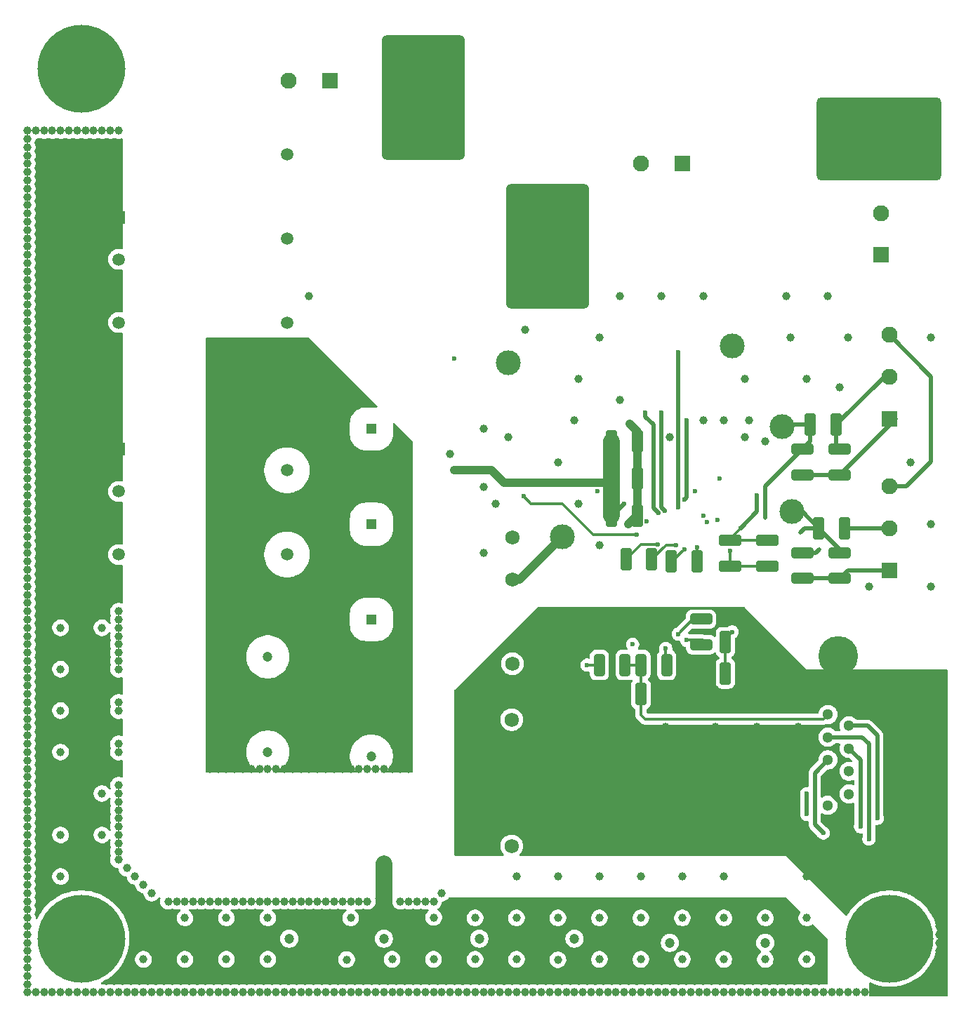
<source format=gbr>
%TF.GenerationSoftware,KiCad,Pcbnew,9.0.0*%
%TF.CreationDate,2025-04-28T14:21:00-07:00*%
%TF.ProjectId,GateDriver,47617465-4472-4697-9665-722e6b696361,rev?*%
%TF.SameCoordinates,Original*%
%TF.FileFunction,Copper,L4,Bot*%
%TF.FilePolarity,Positive*%
%FSLAX46Y46*%
G04 Gerber Fmt 4.6, Leading zero omitted, Abs format (unit mm)*
G04 Created by KiCad (PCBNEW 9.0.0) date 2025-04-28 14:21:00*
%MOMM*%
%LPD*%
G01*
G04 APERTURE LIST*
G04 Aperture macros list*
%AMRoundRect*
0 Rectangle with rounded corners*
0 $1 Rounding radius*
0 $2 $3 $4 $5 $6 $7 $8 $9 X,Y pos of 4 corners*
0 Add a 4 corners polygon primitive as box body*
4,1,4,$2,$3,$4,$5,$6,$7,$8,$9,$2,$3,0*
0 Add four circle primitives for the rounded corners*
1,1,$1+$1,$2,$3*
1,1,$1+$1,$4,$5*
1,1,$1+$1,$6,$7*
1,1,$1+$1,$8,$9*
0 Add four rect primitives between the rounded corners*
20,1,$1+$1,$2,$3,$4,$5,0*
20,1,$1+$1,$4,$5,$6,$7,0*
20,1,$1+$1,$6,$7,$8,$9,0*
20,1,$1+$1,$8,$9,$2,$3,0*%
G04 Aperture macros list end*
%TA.AperFunction,ComponentPad*%
%ADD10C,10.600000*%
%TD*%
%TA.AperFunction,ComponentPad*%
%ADD11RoundRect,0.500000X4.500000X7.000000X-4.500000X7.000000X-4.500000X-7.000000X4.500000X-7.000000X0*%
%TD*%
%TA.AperFunction,ComponentPad*%
%ADD12RoundRect,0.500000X7.000000X-4.500000X7.000000X4.500000X-7.000000X4.500000X-7.000000X-4.500000X0*%
%TD*%
%TA.AperFunction,ComponentPad*%
%ADD13R,1.950000X1.950000*%
%TD*%
%TA.AperFunction,ComponentPad*%
%ADD14C,1.950000*%
%TD*%
%TA.AperFunction,ComponentPad*%
%ADD15C,3.000000*%
%TD*%
%TA.AperFunction,SMDPad,CuDef*%
%ADD16RoundRect,0.250000X0.412500X1.100000X-0.412500X1.100000X-0.412500X-1.100000X0.412500X-1.100000X0*%
%TD*%
%TA.AperFunction,ComponentPad*%
%ADD17R,1.200000X1.200000*%
%TD*%
%TA.AperFunction,ComponentPad*%
%ADD18C,1.200000*%
%TD*%
%TA.AperFunction,SMDPad,CuDef*%
%ADD19RoundRect,0.250000X-0.412500X-1.100000X0.412500X-1.100000X0.412500X1.100000X-0.412500X1.100000X0*%
%TD*%
%TA.AperFunction,ComponentPad*%
%ADD20C,1.725000*%
%TD*%
%TA.AperFunction,SMDPad,CuDef*%
%ADD21RoundRect,0.250000X-1.100000X0.412500X-1.100000X-0.412500X1.100000X-0.412500X1.100000X0.412500X0*%
%TD*%
%TA.AperFunction,ComponentPad*%
%ADD22C,1.300000*%
%TD*%
%TA.AperFunction,ComponentPad*%
%ADD23C,4.800000*%
%TD*%
%TA.AperFunction,SMDPad,CuDef*%
%ADD24RoundRect,0.250000X-0.400000X-1.075000X0.400000X-1.075000X0.400000X1.075000X-0.400000X1.075000X0*%
%TD*%
%TA.AperFunction,SMDPad,CuDef*%
%ADD25RoundRect,0.250000X0.400000X1.075000X-0.400000X1.075000X-0.400000X-1.075000X0.400000X-1.075000X0*%
%TD*%
%TA.AperFunction,SMDPad,CuDef*%
%ADD26RoundRect,0.250000X-1.075000X0.400000X-1.075000X-0.400000X1.075000X-0.400000X1.075000X0.400000X0*%
%TD*%
%TA.AperFunction,ComponentPad*%
%ADD27R,1.500000X1.500000*%
%TD*%
%TA.AperFunction,ComponentPad*%
%ADD28C,1.500000*%
%TD*%
%TA.AperFunction,SMDPad,CuDef*%
%ADD29RoundRect,0.250000X1.075000X-0.400000X1.075000X0.400000X-1.075000X0.400000X-1.075000X-0.400000X0*%
%TD*%
%TA.AperFunction,ViaPad*%
%ADD30C,1.000000*%
%TD*%
%TA.AperFunction,ViaPad*%
%ADD31C,0.600000*%
%TD*%
%TA.AperFunction,ViaPad*%
%ADD32C,0.500000*%
%TD*%
%TA.AperFunction,Conductor*%
%ADD33C,0.500000*%
%TD*%
%TA.AperFunction,Conductor*%
%ADD34C,0.350000*%
%TD*%
%TA.AperFunction,Conductor*%
%ADD35C,1.000000*%
%TD*%
%TA.AperFunction,Conductor*%
%ADD36C,2.000000*%
%TD*%
G04 APERTURE END LIST*
D10*
%TO.P,H4,1*%
%TO.N,N/C*%
X82500000Y-152500000D03*
%TD*%
D11*
%TO.P,Q1,1,C*%
%TO.N,IGBT_COLLECTOR*%
X123750000Y-51000000D03*
%TO.P,Q1,2,E*%
%TO.N,IGBT_EMITTER*%
X138750000Y-69000000D03*
D12*
%TO.P,Q1,3,G*%
%TO.N,IGBT_GATE*%
X178750000Y-56000000D03*
%TD*%
D10*
%TO.P,H6,1*%
%TO.N,N/C*%
X82500000Y-47500000D03*
%TD*%
D13*
%TO.P,J1,1,1*%
%TO.N,ANALOG_INPUT_1*%
X180000000Y-108080000D03*
D14*
%TO.P,J1,2,2*%
%TO.N,IGBT_EMITTER*%
X180000000Y-103000000D03*
%TO.P,J1,3,3*%
%TO.N,+5VP*%
X180000000Y-97920000D03*
%TD*%
D13*
%TO.P,J5,1,1*%
%TO.N,IGBT_GATE*%
X179000000Y-70000000D03*
D14*
%TO.P,J5,2,2*%
X179000000Y-65000000D03*
%TD*%
D13*
%TO.P,J6,1,1*%
%TO.N,IGBT_EMITTER*%
X155000000Y-59000000D03*
D14*
%TO.P,J6,2,2*%
X150000000Y-59000000D03*
%TD*%
D10*
%TO.P,H5,1*%
%TO.N,N/C*%
X180000000Y-152500000D03*
%TD*%
D15*
%TO.P,TP5,1,1*%
%TO.N,ANALOG_SENSE_2*%
X167000000Y-90750000D03*
%TD*%
%TO.P,TP7,1,1*%
%TO.N,IGBT_GATE*%
X161000000Y-81000000D03*
%TD*%
%TO.P,TP8,1,1*%
%TO.N,Net-(D9-K)*%
X134000000Y-83000000D03*
%TD*%
%TO.P,TP6,1,1*%
%TO.N,ANALOG_SENSE_1*%
X168250000Y-101000000D03*
%TD*%
%TO.P,TP3,1,1*%
%TO.N,IGBT_EMITTER*%
X140500000Y-104000000D03*
%TD*%
D13*
%TO.P,J3,1,1*%
%TO.N,ANALOG_INPUT_2*%
X180000000Y-89830000D03*
D14*
%TO.P,J3,2,2*%
%TO.N,IGBT_EMITTER*%
X180000000Y-84750000D03*
%TO.P,J3,3,3*%
%TO.N,+5VP*%
X180000000Y-79670000D03*
%TD*%
D13*
%TO.P,J7,1,1*%
%TO.N,IGBT_COLLECTOR*%
X112500000Y-49000000D03*
D14*
%TO.P,J7,2,2*%
X107500000Y-49000000D03*
%TD*%
D16*
%TO.P,C26,1*%
%TO.N,IGBT_EMITTER*%
X149562500Y-97000000D03*
%TO.P,C26,2*%
%TO.N,ISO_GATE_DRIVE_+15V*%
X146437500Y-97000000D03*
%TD*%
D17*
%TO.P,C39,1,+*%
%TO.N,+12V*%
X158500000Y-153000000D03*
D18*
%TO.P,C39,2,-*%
%TO.N,GND*%
X153500000Y-153000000D03*
%TD*%
D17*
%TO.P,C56,1,+*%
%TO.N,IGBT_EMITTER*%
X105000000Y-113500000D03*
D18*
%TO.P,C56,2,-*%
%TO.N,ISO_GATE_DRIVE_-9V*%
X105000000Y-118500000D03*
%TD*%
D16*
%TO.P,C63,1*%
%TO.N,IGBT_EMITTER*%
X156812500Y-107000000D03*
%TO.P,C63,2*%
%TO.N,Net-(U1-VREF)*%
X153687500Y-107000000D03*
%TD*%
D19*
%TO.P,C77,1*%
%TO.N,FAULT*%
X150000000Y-123000000D03*
%TO.P,C77,2*%
%TO.N,GND*%
X153125000Y-123000000D03*
%TD*%
D17*
%TO.P,C42,1,+*%
%TO.N,ISO_GATE_DRIVE_+15V*%
X117500000Y-91000000D03*
D18*
%TO.P,C42,2,-*%
%TO.N,IGBT_EMITTER*%
X117500000Y-96000000D03*
%TD*%
D20*
%TO.P,PS4,1,+VIN*%
%TO.N,+5V*%
X134500000Y-119325000D03*
%TO.P,PS4,2,-VIN*%
%TO.N,GND*%
X134500000Y-116785000D03*
%TO.P,PS4,5,-VOUT*%
%TO.N,IGBT_EMITTER*%
X134500000Y-109165000D03*
%TO.P,PS4,7,+VOUT*%
%TO.N,+5VP*%
X134500000Y-104085000D03*
%TD*%
D21*
%TO.P,C88,1*%
%TO.N,ISO_GATE_DRIVE_-9V*%
X165250000Y-104437500D03*
%TO.P,C88,2*%
%TO.N,Net-(U1-VREG2)*%
X165250000Y-107562500D03*
%TD*%
D16*
%TO.P,C87,1*%
%TO.N,GND*%
X163312500Y-116750000D03*
%TO.P,C87,2*%
%TO.N,Net-(U1-VREG1)*%
X160187500Y-116750000D03*
%TD*%
D17*
%TO.P,C38,1,+*%
%TO.N,+12V*%
X170000000Y-153000000D03*
D18*
%TO.P,C38,2,-*%
%TO.N,GND*%
X165000000Y-153000000D03*
%TD*%
D17*
%TO.P,C41,1,+*%
%TO.N,ISO_GATE_DRIVE_+15V*%
X117500000Y-114000000D03*
D18*
%TO.P,C41,2,-*%
%TO.N,IGBT_EMITTER*%
X117500000Y-119000000D03*
%TD*%
D16*
%TO.P,C27,1*%
%TO.N,IGBT_EMITTER*%
X149562500Y-101500000D03*
%TO.P,C27,2*%
%TO.N,ISO_GATE_DRIVE_+15V*%
X146437500Y-101500000D03*
%TD*%
D22*
%TO.P,J4,1,1*%
%TO.N,+12V*%
X172559610Y-136418500D03*
%TO.P,J4,2,2*%
%TO.N,GND*%
X172559610Y-133678500D03*
%TO.P,J4,3,3*%
%TO.N,GATE_DRIVE+*%
X172559610Y-130938500D03*
%TO.P,J4,4,4*%
%TO.N,GATE_DRIVE-*%
X172559610Y-128198500D03*
%TO.P,J4,5,5*%
%TO.N,FAULT*%
X172559610Y-125458500D03*
%TO.P,J4,6,6*%
%TO.N,SDI*%
X175099610Y-135048500D03*
%TO.P,J4,7,7*%
%TO.N,SDO*%
X175099610Y-132308500D03*
%TO.P,J4,8,8*%
%TO.N,SPI_CLK*%
X175099610Y-129568500D03*
%TO.P,J4,9,9*%
%TO.N,SPI_CS*%
X175099610Y-126828500D03*
D23*
%TO.P,J4,10,10*%
%TO.N,GND*%
X173829610Y-143438500D03*
%TO.P,J4,11,11*%
X173829610Y-118438500D03*
%TD*%
D17*
%TO.P,C55,1,+*%
%TO.N,IGBT_EMITTER*%
X117500000Y-125500000D03*
D18*
%TO.P,C55,2,-*%
%TO.N,ISO_GATE_DRIVE_-9V*%
X117500000Y-130500000D03*
%TD*%
D24*
%TO.P,R31,1*%
%TO.N,FAULT*%
X150000000Y-119500000D03*
%TO.P,R31,2*%
%TO.N,Net-(U1-nFLT1)*%
X153100000Y-119500000D03*
%TD*%
D17*
%TO.P,C37,1,+*%
%TO.N,+12V*%
X147000000Y-152500000D03*
D18*
%TO.P,C37,2,-*%
%TO.N,GND*%
X142000000Y-152500000D03*
%TD*%
D25*
%TO.P,R23,1*%
%TO.N,FAULT*%
X148100000Y-119500000D03*
%TO.P,R23,2*%
%TO.N,+5V*%
X145000000Y-119500000D03*
%TD*%
D17*
%TO.P,C47,1,+*%
%TO.N,+12V*%
X124000000Y-152500000D03*
D18*
%TO.P,C47,2,-*%
%TO.N,GND*%
X119000000Y-152500000D03*
%TD*%
D17*
%TO.P,C48,1,+*%
%TO.N,+12V*%
X135500000Y-152500000D03*
D18*
%TO.P,C48,2,-*%
%TO.N,GND*%
X130500000Y-152500000D03*
%TD*%
D26*
%TO.P,R32,1*%
%TO.N,Net-(U1-nFLT2_DOUT)*%
X157250000Y-113950000D03*
%TO.P,R32,2*%
%TO.N,+5V*%
X157250000Y-117050000D03*
%TD*%
D27*
%TO.P,PS2,1,+VIN*%
%TO.N,+12V*%
X87000000Y-65460000D03*
D28*
%TO.P,PS2,2,-VIN*%
%TO.N,GND*%
X87000000Y-70540000D03*
%TO.P,PS2,3,CTRL*%
%TO.N,unconnected-(PS2-CTRL-Pad3)*%
X87000000Y-78160000D03*
%TO.P,PS2,4,-VOUT*%
%TO.N,IGBT_EMITTER*%
X107320000Y-78160000D03*
%TO.P,PS2,5,TRIM*%
%TO.N,unconnected-(PS2-TRIM-Pad5)*%
X107320000Y-68000000D03*
%TO.P,PS2,6,+VOUT*%
%TO.N,ISO_GATE_DRIVE_+15V*%
X107320000Y-57840000D03*
%TD*%
D21*
%TO.P,C23,1*%
%TO.N,ISO_GATE_DRIVE_-9V*%
X160750000Y-104437500D03*
%TO.P,C23,2*%
%TO.N,Net-(U1-VREG2)*%
X160750000Y-107562500D03*
%TD*%
D16*
%TO.P,C62,1*%
%TO.N,IGBT_EMITTER*%
X149562500Y-92500000D03*
%TO.P,C62,2*%
%TO.N,ISO_GATE_DRIVE_+15V*%
X146437500Y-92500000D03*
%TD*%
D29*
%TO.P,R43,1*%
%TO.N,ANALOG_INPUT_1*%
X174000000Y-109050000D03*
%TO.P,R43,2*%
%TO.N,ANALOG_SENSE_1*%
X174000000Y-105950000D03*
%TD*%
D17*
%TO.P,C46,1,+*%
%TO.N,+12V*%
X112600000Y-152500000D03*
D18*
%TO.P,C46,2,-*%
%TO.N,GND*%
X107600000Y-152500000D03*
%TD*%
D29*
%TO.P,R36,1*%
%TO.N,ANALOG_INPUT_2*%
X169500000Y-96550000D03*
%TO.P,R36,2*%
%TO.N,ANALOG_SENSE_2*%
X169500000Y-93450000D03*
%TD*%
D17*
%TO.P,C57,1,+*%
%TO.N,IGBT_EMITTER*%
X105000000Y-125000000D03*
D18*
%TO.P,C57,2,-*%
%TO.N,ISO_GATE_DRIVE_-9V*%
X105000000Y-130000000D03*
%TD*%
D29*
%TO.P,R37,1*%
%TO.N,ANALOG_INPUT_2*%
X174000000Y-96550000D03*
%TO.P,R37,2*%
%TO.N,IGBT_EMITTER*%
X174000000Y-93450000D03*
%TD*%
%TO.P,R38,1*%
%TO.N,ANALOG_INPUT_1*%
X169500000Y-109050000D03*
%TO.P,R38,2*%
%TO.N,IGBT_EMITTER*%
X169500000Y-105950000D03*
%TD*%
D16*
%TO.P,C61,1*%
%TO.N,IGBT_GATE*%
X151312500Y-106750000D03*
%TO.P,C61,2*%
%TO.N,Net-(U1-VBST)*%
X148187500Y-106750000D03*
%TD*%
D20*
%TO.P,PS1,1,+VIN*%
%TO.N,+12V*%
X134415000Y-141325000D03*
%TO.P,PS1,2,-VIN*%
%TO.N,GND*%
X134415000Y-138785000D03*
%TO.P,PS1,5,-VOUT*%
X134415000Y-131165000D03*
%TO.P,PS1,7,+VOUT*%
%TO.N,+5V*%
X134415000Y-126085000D03*
%TD*%
D16*
%TO.P,C84,1*%
%TO.N,IGBT_EMITTER*%
X173562500Y-90500000D03*
%TO.P,C84,2*%
%TO.N,ANALOG_SENSE_2*%
X170437500Y-90500000D03*
%TD*%
%TO.P,C22,1*%
%TO.N,GND*%
X163312500Y-120500000D03*
%TO.P,C22,2*%
%TO.N,Net-(U1-VREG1)*%
X160187500Y-120500000D03*
%TD*%
D17*
%TO.P,C40,1,+*%
%TO.N,ISO_GATE_DRIVE_+15V*%
X117500000Y-102500000D03*
D18*
%TO.P,C40,2,-*%
%TO.N,IGBT_EMITTER*%
X117500000Y-107500000D03*
%TD*%
D16*
%TO.P,C82,1*%
%TO.N,IGBT_EMITTER*%
X174562500Y-103000000D03*
%TO.P,C82,2*%
%TO.N,ANALOG_SENSE_1*%
X171437500Y-103000000D03*
%TD*%
D27*
%TO.P,PS3,1,+VIN*%
%TO.N,+12V*%
X87000000Y-93460000D03*
D28*
%TO.P,PS3,2,-VIN*%
%TO.N,GND*%
X87000000Y-98540000D03*
%TO.P,PS3,3,CTRL*%
%TO.N,unconnected-(PS3-CTRL-Pad3)*%
X87000000Y-106160000D03*
%TO.P,PS3,4,-VOUT*%
%TO.N,ISO_GATE_DRIVE_-9V*%
X107320000Y-106160000D03*
%TO.P,PS3,5,TRIM*%
%TO.N,unconnected-(PS3-TRIM-Pad5)*%
X107320000Y-96000000D03*
%TO.P,PS3,6,+VOUT*%
%TO.N,IGBT_EMITTER*%
X107320000Y-85840000D03*
%TD*%
D30*
%TO.N,GND*%
X114000000Y-159000000D03*
X186000000Y-150000000D03*
X76000000Y-70000000D03*
X142000000Y-127000000D03*
X115000000Y-159000000D03*
X180000000Y-159000000D03*
X76000000Y-60000000D03*
X180000000Y-130000000D03*
X126000000Y-147000000D03*
X181000000Y-159000000D03*
X167000000Y-118000000D03*
X76000000Y-77000000D03*
X186000000Y-154000000D03*
X91000000Y-159000000D03*
X135000000Y-159000000D03*
X186000000Y-147000000D03*
X130000000Y-121000000D03*
X165000000Y-159000000D03*
X143000000Y-113000000D03*
X146000000Y-159000000D03*
X76000000Y-142000000D03*
X137000000Y-159000000D03*
X90000000Y-159000000D03*
X175000000Y-159000000D03*
X186000000Y-135000000D03*
X137000000Y-114000000D03*
X148000000Y-126500000D03*
X153000000Y-132000000D03*
X135000000Y-145000000D03*
X125000000Y-148000000D03*
X124000000Y-159000000D03*
X165000000Y-155000000D03*
X87000000Y-142000000D03*
X169000000Y-127000000D03*
X76000000Y-99000000D03*
X170000000Y-145000000D03*
X76000000Y-97000000D03*
X177000000Y-121000000D03*
X130000000Y-135000000D03*
X109000000Y-148000000D03*
X150000000Y-150000000D03*
X162000000Y-113000000D03*
X87000000Y-138000000D03*
X76000000Y-138000000D03*
X88000000Y-144000000D03*
X186000000Y-156000000D03*
X76000000Y-134000000D03*
X104000000Y-159000000D03*
X144000000Y-159000000D03*
X76000000Y-143000000D03*
X107000000Y-148000000D03*
X76000000Y-64000000D03*
X76000000Y-151000000D03*
X145000000Y-150000000D03*
X87000000Y-124000000D03*
X89000000Y-159000000D03*
X168000000Y-159000000D03*
X164000000Y-159000000D03*
X87000000Y-125000000D03*
X76000000Y-147000000D03*
X76000000Y-121000000D03*
X76000000Y-90000000D03*
X78000000Y-159000000D03*
X76000000Y-119000000D03*
X87000000Y-119000000D03*
X135000000Y-155000000D03*
X78000000Y-55000000D03*
X98000000Y-148000000D03*
X162000000Y-159000000D03*
X117000000Y-148000000D03*
X139000000Y-113000000D03*
X150000000Y-155000000D03*
X85000000Y-115000000D03*
X91000000Y-147000000D03*
X138000000Y-113000000D03*
X166000000Y-117000000D03*
X164000000Y-115000000D03*
X76000000Y-136000000D03*
X149000000Y-159000000D03*
X76000000Y-117000000D03*
X87000000Y-141000000D03*
X76000000Y-156000000D03*
X80000000Y-55000000D03*
X87000000Y-143000000D03*
X76000000Y-154000000D03*
X175000000Y-121000000D03*
X102000000Y-148000000D03*
X155000000Y-159000000D03*
X175000000Y-125000000D03*
X142000000Y-132000000D03*
X171000000Y-121000000D03*
X80000000Y-120000000D03*
X168500000Y-122500000D03*
X185000000Y-159000000D03*
X76000000Y-84000000D03*
X145000000Y-145000000D03*
X138000000Y-159000000D03*
X87000000Y-113000000D03*
X85000000Y-159000000D03*
X165000000Y-135000000D03*
X100000000Y-148000000D03*
X87000000Y-137000000D03*
X76000000Y-116000000D03*
X157000000Y-159000000D03*
X96000000Y-159000000D03*
X130000000Y-155000000D03*
X147000000Y-113000000D03*
X76000000Y-100000000D03*
X76000000Y-76000000D03*
X186000000Y-128000000D03*
X177000000Y-159000000D03*
X76000000Y-58000000D03*
X76000000Y-125000000D03*
X159000000Y-159000000D03*
X95000000Y-159000000D03*
X87000000Y-135000000D03*
X76000000Y-88000000D03*
X100000000Y-150000000D03*
X76000000Y-111000000D03*
X80000000Y-115000000D03*
X85000000Y-55000000D03*
X76000000Y-75000000D03*
X159000000Y-122500000D03*
X173000000Y-159000000D03*
X89000000Y-145000000D03*
X186000000Y-157000000D03*
X173000000Y-121000000D03*
X76000000Y-124000000D03*
X97000000Y-148000000D03*
X125000000Y-155000000D03*
X126000000Y-159000000D03*
X87000000Y-134000000D03*
X120000000Y-155000000D03*
X104000000Y-148000000D03*
X76000000Y-135000000D03*
X128000000Y-130000000D03*
X153000000Y-159000000D03*
X103000000Y-148000000D03*
X80000000Y-145000000D03*
X76000000Y-98000000D03*
X87000000Y-140000000D03*
X76000000Y-130000000D03*
X76000000Y-83000000D03*
X95000000Y-155000000D03*
X76000000Y-115000000D03*
X76000000Y-95000000D03*
X98000000Y-159000000D03*
X76000000Y-129000000D03*
X140000000Y-113000000D03*
X133000000Y-159000000D03*
X186000000Y-127000000D03*
X76000000Y-66000000D03*
X76000000Y-74000000D03*
X128000000Y-137000000D03*
X76000000Y-82000000D03*
X125000000Y-159000000D03*
X76000000Y-61000000D03*
X186000000Y-152000000D03*
X186000000Y-151000000D03*
X180000000Y-125000000D03*
X76000000Y-140000000D03*
X76000000Y-146000000D03*
X147000000Y-123000000D03*
X159000000Y-132000000D03*
X186000000Y-132000000D03*
X76000000Y-65000000D03*
X142000000Y-141000000D03*
X135000000Y-150000000D03*
X159000000Y-127000000D03*
X87000000Y-116000000D03*
X160000000Y-159000000D03*
X113000000Y-159000000D03*
X76000000Y-120000000D03*
X80000000Y-140000000D03*
X114516841Y-155027771D03*
X76000000Y-139000000D03*
X81000000Y-55000000D03*
X83000000Y-55000000D03*
X97000000Y-159000000D03*
X186000000Y-142000000D03*
X83000000Y-159000000D03*
X155000000Y-118500000D03*
X100000000Y-155000000D03*
X150000000Y-159000000D03*
X76000000Y-104000000D03*
X131000000Y-159000000D03*
X77000000Y-159000000D03*
X180000000Y-145000000D03*
X130000000Y-159000000D03*
X99000000Y-148000000D03*
X128000000Y-138000000D03*
X122000000Y-148000000D03*
X185000000Y-121000000D03*
X76000000Y-89000000D03*
X178000000Y-121000000D03*
X76000000Y-92000000D03*
X186000000Y-137000000D03*
X119000000Y-159000000D03*
X141000000Y-123000000D03*
X140000000Y-159000000D03*
X165000000Y-138000000D03*
X76000000Y-107000000D03*
X136000000Y-115000000D03*
X106000000Y-148000000D03*
X76000000Y-128000000D03*
X186000000Y-121000000D03*
X76000000Y-113000000D03*
X76000000Y-159000000D03*
X82000000Y-159000000D03*
X128000000Y-159000000D03*
X115000000Y-150000000D03*
X76000000Y-158000000D03*
X178000000Y-159000000D03*
X160000000Y-155000000D03*
X76000000Y-87000000D03*
X87000000Y-118000000D03*
X76000000Y-85000000D03*
X76000000Y-101000000D03*
X77000000Y-55000000D03*
X186000000Y-131000000D03*
X76000000Y-96000000D03*
X153000000Y-127000000D03*
X129000000Y-122000000D03*
X121000000Y-148000000D03*
X87000000Y-114000000D03*
X85000000Y-140000000D03*
X76000000Y-126000000D03*
X134000000Y-159000000D03*
X76000000Y-127000000D03*
X148036104Y-139993278D03*
X76000000Y-110000000D03*
X148000000Y-132000000D03*
X174000000Y-159000000D03*
X100000000Y-159000000D03*
X128000000Y-139000000D03*
X87000000Y-55000000D03*
X94000000Y-148000000D03*
X110000000Y-159000000D03*
X166000000Y-159000000D03*
X76000000Y-79000000D03*
X163000000Y-159000000D03*
X116000000Y-159000000D03*
X160000000Y-145000000D03*
X186000000Y-133000000D03*
X76000000Y-118000000D03*
X186000000Y-122000000D03*
X148000000Y-159000000D03*
X140000000Y-150000000D03*
X80000000Y-159000000D03*
X87000000Y-129000000D03*
X86000000Y-55000000D03*
X76000000Y-63000000D03*
X76000000Y-157000000D03*
X128000000Y-136000000D03*
X129000000Y-159000000D03*
X76000000Y-123000000D03*
X186000000Y-123000000D03*
X76000000Y-55000000D03*
X186000000Y-136000000D03*
X76000000Y-56000000D03*
X105000000Y-148000000D03*
X76000000Y-59000000D03*
X99000000Y-159000000D03*
X169000000Y-120000000D03*
X151000000Y-159000000D03*
X106000000Y-159000000D03*
X76000000Y-150000000D03*
X144000000Y-113000000D03*
X186000000Y-140000000D03*
X169000000Y-131000000D03*
X95000000Y-150000000D03*
X186000000Y-143000000D03*
X158000000Y-139000000D03*
X182000000Y-121000000D03*
X85000000Y-135000000D03*
X117000000Y-159000000D03*
X81000000Y-159000000D03*
X155000000Y-145000000D03*
X76000000Y-155000000D03*
X87000000Y-136000000D03*
X186000000Y-130000000D03*
X184000000Y-159000000D03*
X79000000Y-159000000D03*
X105000000Y-150000000D03*
X186000000Y-159000000D03*
X76000000Y-62000000D03*
X141000000Y-113000000D03*
X123000000Y-159000000D03*
X108000000Y-148000000D03*
X125014710Y-149946611D03*
X76000000Y-109000000D03*
X76000000Y-112000000D03*
X146000000Y-113000000D03*
X135000000Y-135000000D03*
X143000000Y-159000000D03*
X82000000Y-55000000D03*
X158000000Y-159000000D03*
X76000000Y-103000000D03*
X186000000Y-149000000D03*
X102000000Y-159000000D03*
X186000000Y-126000000D03*
X186000000Y-155000000D03*
X76000000Y-73000000D03*
X123000000Y-148000000D03*
X147000000Y-159000000D03*
X174000000Y-121000000D03*
X141000000Y-159000000D03*
X186000000Y-125000000D03*
X80000000Y-130000000D03*
X145000000Y-113000000D03*
X111000000Y-159000000D03*
X76000000Y-102000000D03*
X90000000Y-155000000D03*
X94000000Y-159000000D03*
X139000000Y-159000000D03*
X76000000Y-152000000D03*
X122000000Y-159000000D03*
X148000000Y-113000000D03*
X76000000Y-94000000D03*
X142000000Y-113000000D03*
X181000000Y-121000000D03*
X186000000Y-148000000D03*
X76000000Y-86000000D03*
X87000000Y-159000000D03*
X112000000Y-148000000D03*
X186000000Y-141000000D03*
X128000000Y-126000000D03*
X118000000Y-159000000D03*
X76000000Y-57000000D03*
X142000000Y-159000000D03*
X84000000Y-55000000D03*
X170000000Y-155000000D03*
X140000000Y-145000000D03*
X86000000Y-159000000D03*
X76000000Y-133000000D03*
X101000000Y-159000000D03*
X76000000Y-131000000D03*
X172000000Y-159000000D03*
X79000000Y-55000000D03*
X93000000Y-159000000D03*
X183000000Y-159000000D03*
X76000000Y-148000000D03*
X154000000Y-159000000D03*
X186000000Y-144000000D03*
X76000000Y-78000000D03*
X186000000Y-134000000D03*
X114000000Y-148000000D03*
X76000000Y-69000000D03*
X76000000Y-67000000D03*
X176000000Y-121000000D03*
X90000000Y-146000000D03*
X164000000Y-127000000D03*
X167000000Y-159000000D03*
X128000000Y-131000000D03*
X92000000Y-159000000D03*
X76000000Y-122000000D03*
X76000000Y-153000000D03*
X111000000Y-148000000D03*
X165000000Y-150000000D03*
X176000000Y-159000000D03*
X76000000Y-80000000D03*
X161000000Y-159000000D03*
X76000000Y-91000000D03*
X115000000Y-148000000D03*
X180000000Y-140000000D03*
X186000000Y-138000000D03*
X164000000Y-122500000D03*
X169000000Y-159000000D03*
X182000000Y-159000000D03*
X80000000Y-125000000D03*
X171000000Y-159000000D03*
X96000000Y-148000000D03*
X136000000Y-159000000D03*
X76000000Y-137000000D03*
X87000000Y-130000000D03*
X139995536Y-155057522D03*
X84000000Y-159000000D03*
X76000000Y-106000000D03*
X95000000Y-148000000D03*
X180000000Y-121000000D03*
X186000000Y-145000000D03*
X87000000Y-117000000D03*
X76000000Y-105000000D03*
X120000000Y-159000000D03*
X76000000Y-132000000D03*
X133000000Y-118000000D03*
X179000000Y-121000000D03*
X76000000Y-81000000D03*
X76000000Y-145000000D03*
X108000000Y-159000000D03*
X164000000Y-132000000D03*
X105000000Y-159000000D03*
X184000000Y-121000000D03*
X128000000Y-135000000D03*
X165000000Y-116000000D03*
X88000000Y-159000000D03*
X76000000Y-68000000D03*
X127000000Y-159000000D03*
X186000000Y-146000000D03*
X153000000Y-140000000D03*
X103000000Y-159000000D03*
X186000000Y-139000000D03*
X109000000Y-159000000D03*
X186000000Y-153000000D03*
X145000000Y-155000000D03*
X168000000Y-119000000D03*
X132000000Y-119000000D03*
X101000000Y-148000000D03*
X76000000Y-141000000D03*
X76000000Y-144000000D03*
X87000000Y-120000000D03*
X131000000Y-120000000D03*
X186000000Y-129000000D03*
X155000000Y-155000000D03*
X107000000Y-159000000D03*
X76000000Y-71000000D03*
X105000000Y-155000000D03*
X180000000Y-135000000D03*
X93000000Y-148000000D03*
X150000000Y-145000000D03*
X116000000Y-148000000D03*
X179000000Y-159000000D03*
X152000000Y-159000000D03*
X130000000Y-150000000D03*
X163000000Y-114000000D03*
X110000000Y-148000000D03*
X76000000Y-114000000D03*
X186000000Y-124000000D03*
X170000000Y-159000000D03*
X145000000Y-159000000D03*
X132000000Y-159000000D03*
X76000000Y-93000000D03*
X172000000Y-121000000D03*
X170000000Y-150000000D03*
X121000000Y-159000000D03*
X156000000Y-159000000D03*
X170000000Y-121000000D03*
X76000000Y-149000000D03*
X76000000Y-108000000D03*
X160000000Y-150000000D03*
X183000000Y-121000000D03*
X87000000Y-115000000D03*
X113000000Y-148000000D03*
X87000000Y-139000000D03*
X76000000Y-72000000D03*
X155000000Y-150000000D03*
X186000000Y-158000000D03*
X124000000Y-148000000D03*
X112000000Y-159000000D03*
D31*
%TO.N,+5V*%
X149000000Y-117000000D03*
X155500000Y-116500000D03*
X143500000Y-119500000D03*
%TO.N,ISO_GATE_DRIVE_+15V*%
X150725000Y-102179593D03*
D30*
X110000000Y-75000000D03*
D31*
X148000000Y-100000000D03*
D30*
X127500000Y-96000000D03*
D31*
X156562500Y-98500000D03*
D30*
%TO.N,IGBT_EMITTER*%
X177500000Y-110000000D03*
X98000000Y-108000000D03*
X131000000Y-98000000D03*
X98000000Y-110000000D03*
X112000000Y-83000000D03*
X108000000Y-132000000D03*
X105000000Y-132000000D03*
X98000000Y-129000000D03*
X116000000Y-132000000D03*
X122000000Y-115000000D03*
X98000000Y-101000000D03*
X168000000Y-80000000D03*
X122000000Y-129000000D03*
X98000000Y-100000000D03*
X122000000Y-119000000D03*
X102000000Y-132000000D03*
X98000000Y-88000000D03*
X98000000Y-116000000D03*
X131000000Y-91000000D03*
X98000000Y-125000000D03*
X122000000Y-109000000D03*
X98000000Y-113000000D03*
D31*
X159500000Y-97000000D03*
D30*
X142500000Y-100000000D03*
X109922147Y-81000000D03*
X122000000Y-104000000D03*
X98000000Y-81000000D03*
X103000000Y-81000000D03*
X101000000Y-81000000D03*
X122000000Y-121000000D03*
X165000000Y-92500000D03*
X100019787Y-80977259D03*
X98000000Y-106000000D03*
X122000000Y-102000000D03*
D31*
X159250000Y-102000000D03*
D30*
X104000000Y-132000000D03*
X103000000Y-132000000D03*
X98000000Y-119000000D03*
X134000000Y-92000000D03*
X118000000Y-132000000D03*
X172500000Y-75000000D03*
D31*
X148500000Y-102500000D03*
D30*
X98000000Y-127000000D03*
X98000000Y-92000000D03*
X174000000Y-86000000D03*
D31*
X155500000Y-90000000D03*
D30*
X109000000Y-132000000D03*
D31*
X156750000Y-105250000D03*
D30*
X121000000Y-92000000D03*
X132500000Y-100000000D03*
D32*
X171500000Y-105500000D03*
D30*
X98000000Y-124000000D03*
X98000000Y-98000000D03*
X122000000Y-124000000D03*
X175000000Y-80000000D03*
X98000000Y-109000000D03*
X111000000Y-132000000D03*
X98000000Y-126000000D03*
X98000000Y-114000000D03*
X98000000Y-121000000D03*
X122000000Y-108000000D03*
X98000000Y-82000000D03*
X136000000Y-79000000D03*
X119000000Y-132000000D03*
X98000000Y-122000000D03*
X98000000Y-111000000D03*
X122000000Y-130000000D03*
X147500000Y-75000000D03*
X98000000Y-97000000D03*
X122000000Y-122000000D03*
X98000000Y-131000000D03*
X142500000Y-85000000D03*
X122000000Y-101000000D03*
X122000000Y-116000000D03*
X110943149Y-81951043D03*
X98000000Y-95000000D03*
X98000000Y-96000000D03*
X120000000Y-132000000D03*
X140000000Y-95000000D03*
X163029068Y-89997334D03*
X98000000Y-87000000D03*
X98000000Y-123000000D03*
X98000000Y-91000000D03*
X98000000Y-117000000D03*
X106000000Y-132000000D03*
X185000000Y-102500000D03*
X122000000Y-100000000D03*
X122000000Y-93000000D03*
X105001507Y-80988818D03*
X98000000Y-90000000D03*
X98000000Y-118000000D03*
X160000000Y-90000000D03*
X98000000Y-85000000D03*
X122000000Y-98000000D03*
X182500000Y-95000000D03*
X122000000Y-105000000D03*
X113000000Y-132000000D03*
X157500000Y-75000000D03*
X98000000Y-89000000D03*
X170000000Y-85000000D03*
X145000000Y-80000000D03*
X122000000Y-111000000D03*
X98000000Y-93000000D03*
X122000000Y-127000000D03*
X122000000Y-99000000D03*
X98000000Y-107000000D03*
X98000000Y-112000000D03*
X122000000Y-118000000D03*
X122000000Y-126000000D03*
X122000000Y-125000000D03*
X148618719Y-90381281D03*
X122000000Y-131000000D03*
X122000000Y-120000000D03*
X145000000Y-105000000D03*
X185000000Y-110000000D03*
X122000000Y-103000000D03*
D31*
X149562500Y-94250000D03*
D30*
X98000000Y-99000000D03*
X122000000Y-113000000D03*
X122000000Y-128000000D03*
X98000000Y-105000000D03*
X117000000Y-132000000D03*
X98000000Y-102000000D03*
X107000000Y-132000000D03*
X122000000Y-117000000D03*
X98000000Y-120000000D03*
X114000000Y-132000000D03*
X122000000Y-114000000D03*
X185000000Y-80000000D03*
X112000000Y-132000000D03*
X122000000Y-112000000D03*
D32*
X176250000Y-103000000D03*
D30*
X122000000Y-106000000D03*
X102000000Y-81000000D03*
X122000000Y-107000000D03*
X101000000Y-132000000D03*
X152500000Y-75000000D03*
X147500000Y-87500000D03*
X98000000Y-132000000D03*
X99000000Y-81000000D03*
X113000000Y-84000000D03*
X98000000Y-86000000D03*
D31*
X155250000Y-99500000D03*
D30*
X162500000Y-85000000D03*
X98000000Y-94000000D03*
X98000000Y-130000000D03*
X98000000Y-104000000D03*
X167500000Y-75000000D03*
X98000000Y-115000000D03*
X98000000Y-103000000D03*
X104000000Y-81000000D03*
X142000000Y-90000000D03*
X100000000Y-132000000D03*
X157500000Y-90000000D03*
X99000000Y-132000000D03*
X121000000Y-132000000D03*
X122000000Y-110000000D03*
X110000000Y-132000000D03*
X131000000Y-106000000D03*
X115000000Y-132000000D03*
X122000000Y-123000000D03*
X122000000Y-132000000D03*
X98000000Y-84000000D03*
X98000000Y-83000000D03*
X98000000Y-128000000D03*
D31*
%TO.N,+12V*%
X119000000Y-143500000D03*
D30*
X158750000Y-148500000D03*
X84000000Y-107000000D03*
X84000000Y-79000000D03*
D31*
%TO.N,ISO_GATE_DRIVE_-9V*%
X164000000Y-99000000D03*
D30*
X127000000Y-94000000D03*
X153500000Y-92000000D03*
X162500000Y-92000000D03*
D31*
X162000000Y-103000000D03*
%TO.N,Net-(U1-VREG1)*%
X161000000Y-115500000D03*
%TO.N,Net-(U1-VREG2)*%
X160750000Y-105750000D03*
%TO.N,Net-(U1-VBST)*%
X152023479Y-104956655D03*
D32*
%TO.N,ANALOG_SENSE_1*%
X169250000Y-103500000D03*
D31*
X157500000Y-101500000D03*
%TO.N,IGBT_GATE*%
X154250000Y-105000000D03*
X154500000Y-100500000D03*
X154500000Y-81750000D03*
D32*
%TO.N,ANALOG_SENSE_2*%
X165000000Y-101750000D03*
D31*
X158000000Y-102250000D03*
%TO.N,Net-(U1-VREF)*%
X155250000Y-105500000D03*
%TO.N,Net-(D9-K)*%
X149500000Y-103750000D03*
X135875000Y-99125000D03*
%TO.N,SPI_CS*%
X178500000Y-138000000D03*
%TO.N,SPI_CLK*%
X176500000Y-139000000D03*
%TO.N,GATE_DRIVE+*%
X172000000Y-139750000D03*
%TO.N,SDI*%
X170000000Y-137500000D03*
X170000000Y-135000000D03*
%TO.N,GATE_DRIVE-*%
X177500000Y-140500000D03*
%TO.N,Net-(D13-A)*%
X127500000Y-82500000D03*
X144750000Y-98500000D03*
%TO.N,Net-(U1-nFLT1)*%
X153000000Y-117500000D03*
%TO.N,Net-(U1-nFLT2_DOUT)*%
X154500000Y-115750000D03*
%TO.N,Net-(U1-OUTH)*%
X152094669Y-101155331D03*
X150500000Y-89000000D03*
%TO.N,Net-(U1-OUTL)*%
X152875000Y-100875000D03*
X152500000Y-89000000D03*
%TD*%
D33*
%TO.N,GND*%
X172559610Y-134597738D02*
X174500000Y-136538128D01*
X174500000Y-136538128D02*
X174500000Y-138000000D01*
X172559610Y-133678500D02*
X172559610Y-134597738D01*
D34*
%TO.N,+5V*%
X157450000Y-116500000D02*
X158000000Y-117050000D01*
X145000000Y-119500000D02*
X143500000Y-119500000D01*
X155500000Y-116500000D02*
X157450000Y-116500000D01*
D35*
%TO.N,ISO_GATE_DRIVE_+15V*%
X132000000Y-96000000D02*
X127500000Y-96000000D01*
X145937500Y-97500000D02*
X133500000Y-97500000D01*
X133500000Y-97500000D02*
X132000000Y-96000000D01*
D36*
X146437500Y-94000000D02*
X146437500Y-101500000D01*
D33*
X146500000Y-101500000D02*
X148000000Y-100000000D01*
D36*
X146437500Y-92500000D02*
X146437500Y-94000000D01*
D35*
X146437500Y-97000000D02*
X145937500Y-97500000D01*
D33*
X146437500Y-101500000D02*
X146500000Y-101500000D01*
D35*
%TO.N,IGBT_EMITTER*%
X134500000Y-109165000D02*
X135335000Y-109165000D01*
X149500000Y-101500000D02*
X148500000Y-102500000D01*
D34*
X156812500Y-107000000D02*
X156812500Y-105312500D01*
D35*
X135335000Y-109165000D02*
X140500000Y-104000000D01*
D33*
X174562500Y-103000000D02*
X176250000Y-103000000D01*
X155500000Y-90000000D02*
X155500000Y-99250000D01*
D35*
X149562500Y-91325062D02*
X149562500Y-92500000D01*
D33*
X169500000Y-105950000D02*
X171050000Y-105950000D01*
X155500000Y-99250000D02*
X155250000Y-99500000D01*
X173562500Y-90500000D02*
X173562500Y-93012500D01*
X171050000Y-105950000D02*
X171500000Y-105500000D01*
X176250000Y-103000000D02*
X180000000Y-103000000D01*
D34*
X156812500Y-105312500D02*
X156750000Y-105250000D01*
D35*
X149562500Y-101500000D02*
X149500000Y-101500000D01*
X149562500Y-92500000D02*
X149562500Y-101500000D01*
D33*
X173562500Y-93012500D02*
X174000000Y-93450000D01*
X173562500Y-90500000D02*
X179347500Y-84715000D01*
D35*
X148618719Y-90381281D02*
X149562500Y-91325062D01*
D36*
%TO.N,+12V*%
X119000000Y-149000000D02*
X120000000Y-150000000D01*
X119000000Y-143500000D02*
X119000000Y-149000000D01*
D34*
%TO.N,ISO_GATE_DRIVE_-9V*%
X160750000Y-104437500D02*
X165250000Y-104437500D01*
D33*
X164000000Y-99000000D02*
X164000000Y-101000000D01*
X164000000Y-101000000D02*
X162000000Y-103000000D01*
D34*
X160750000Y-104437500D02*
X160750000Y-104250000D01*
X160750000Y-104250000D02*
X162000000Y-103000000D01*
%TO.N,Net-(U1-VREG1)*%
X160187500Y-116750000D02*
X160187500Y-116312500D01*
X160187500Y-116750000D02*
X160187500Y-120500000D01*
X160187500Y-116312500D02*
X161000000Y-115500000D01*
%TO.N,Net-(U1-VREG2)*%
X165250000Y-107562500D02*
X160750000Y-107562500D01*
X160750000Y-107562500D02*
X160750000Y-105750000D01*
%TO.N,FAULT*%
X150000000Y-119500000D02*
X148100000Y-119500000D01*
X150000000Y-123000000D02*
X150000000Y-125500000D01*
X150500000Y-126000000D02*
X172018110Y-126000000D01*
X150000000Y-119500000D02*
X150000000Y-123000000D01*
X150000000Y-125500000D02*
X150500000Y-126000000D01*
X172018110Y-126000000D02*
X172559610Y-125458500D01*
%TO.N,Net-(U1-VBST)*%
X152023479Y-104956655D02*
X149980845Y-104956655D01*
X149980845Y-104956655D02*
X148187500Y-106750000D01*
D33*
%TO.N,ANALOG_SENSE_1*%
X169750000Y-103000000D02*
X169250000Y-103500000D01*
X168250000Y-101000000D02*
X169437500Y-101000000D01*
X171437500Y-103000000D02*
X169750000Y-103000000D01*
X174000000Y-105950000D02*
X174000000Y-105562500D01*
X169437500Y-101000000D02*
X171437500Y-103000000D01*
X174000000Y-105562500D02*
X171437500Y-103000000D01*
D34*
%TO.N,IGBT_GATE*%
X153062500Y-105000000D02*
X151312500Y-106750000D01*
D33*
X154500000Y-81750000D02*
X154500000Y-100500000D01*
D34*
X154250000Y-105000000D02*
X153062500Y-105000000D01*
D33*
%TO.N,ANALOG_SENSE_2*%
X165000000Y-97950000D02*
X165000000Y-101750000D01*
X169500000Y-93450000D02*
X165000000Y-97950000D01*
X170437500Y-90500000D02*
X170437500Y-92512500D01*
X167250000Y-90500000D02*
X167000000Y-90750000D01*
X170437500Y-92512500D02*
X169500000Y-93450000D01*
X170437500Y-90500000D02*
X167250000Y-90500000D01*
D34*
%TO.N,Net-(U1-VREF)*%
X153687500Y-107000000D02*
X153750000Y-107000000D01*
X153750000Y-107000000D02*
X155250000Y-105500000D01*
%TO.N,Net-(D9-K)*%
X135875000Y-99125000D02*
X136750000Y-100000000D01*
X136750000Y-100000000D02*
X140500000Y-100000000D01*
X144250000Y-103750000D02*
X149500000Y-103750000D01*
X140500000Y-100000000D02*
X144250000Y-103750000D01*
D33*
%TO.N,ANALOG_INPUT_1*%
X180000000Y-108080000D02*
X174970000Y-108080000D01*
X174970000Y-108080000D02*
X174000000Y-109050000D01*
X169500000Y-109050000D02*
X174000000Y-109050000D01*
%TO.N,+5VP*%
X185000000Y-84670000D02*
X185000000Y-94920000D01*
X185000000Y-94920000D02*
X182000000Y-97920000D01*
X180000000Y-79670000D02*
X185000000Y-84670000D01*
X182000000Y-97920000D02*
X180000000Y-97920000D01*
%TO.N,SPI_CS*%
X177328500Y-126828500D02*
X175099610Y-126828500D01*
X178500000Y-138000000D02*
X178500000Y-128000000D01*
X178500000Y-128000000D02*
X177328500Y-126828500D01*
%TO.N,SPI_CLK*%
X176500000Y-139000000D02*
X176500000Y-130968890D01*
X176500000Y-130968890D02*
X175099610Y-129568500D01*
%TO.N,GATE_DRIVE+*%
X170969669Y-138719669D02*
X170969669Y-132528441D01*
X172000000Y-139750000D02*
X170969669Y-138719669D01*
X170969669Y-132528441D02*
X172559610Y-130938500D01*
%TO.N,SDI*%
X170000000Y-137500000D02*
X170000000Y-135000000D01*
%TO.N,GATE_DRIVE-*%
X176698500Y-128198500D02*
X172559610Y-128198500D01*
X177500000Y-129000000D02*
X176698500Y-128198500D01*
X177500000Y-140500000D02*
X177500000Y-129000000D01*
%TO.N,ANALOG_INPUT_2*%
X180720000Y-89830000D02*
X174000000Y-96550000D01*
X174000000Y-96550000D02*
X169500000Y-96550000D01*
D34*
%TO.N,Net-(U1-nFLT1)*%
X153000000Y-119400000D02*
X153100000Y-119500000D01*
X153000000Y-117500000D02*
X153000000Y-119400000D01*
%TO.N,Net-(U1-nFLT2_DOUT)*%
X156300000Y-113950000D02*
X154500000Y-115750000D01*
X158000000Y-113950000D02*
X156300000Y-113950000D01*
D33*
%TO.N,Net-(U1-OUTH)*%
X151500000Y-90500000D02*
X150500000Y-89500000D01*
X152094669Y-101155331D02*
X151500000Y-100560662D01*
X151500000Y-100560662D02*
X151500000Y-90500000D01*
X150500000Y-89500000D02*
X150500000Y-89000000D01*
%TO.N,Net-(U1-OUTL)*%
X152875000Y-100875000D02*
X152500000Y-100500000D01*
X152500000Y-100500000D02*
X152500000Y-89000000D01*
%TD*%
%TA.AperFunction,Conductor*%
%TO.N,IGBT_EMITTER*%
G36*
X110015677Y-80019685D02*
G01*
X110036319Y-80036319D01*
X118187819Y-88187819D01*
X118221304Y-88249142D01*
X118216320Y-88318834D01*
X118174448Y-88374767D01*
X118108984Y-88399184D01*
X118100138Y-88399500D01*
X116828549Y-88399500D01*
X116614566Y-88414804D01*
X116334962Y-88475628D01*
X116066833Y-88575635D01*
X115815690Y-88712770D01*
X115815682Y-88712775D01*
X115586612Y-88884254D01*
X115586594Y-88884270D01*
X115384270Y-89086594D01*
X115384254Y-89086612D01*
X115212775Y-89315682D01*
X115212770Y-89315690D01*
X115075635Y-89566833D01*
X114975628Y-89834962D01*
X114914804Y-90114566D01*
X114899500Y-90328549D01*
X114899500Y-91671450D01*
X114914804Y-91885433D01*
X114975628Y-92165037D01*
X115075635Y-92433166D01*
X115212770Y-92684309D01*
X115212775Y-92684317D01*
X115384254Y-92913387D01*
X115384270Y-92913405D01*
X115586594Y-93115729D01*
X115586612Y-93115745D01*
X115815682Y-93287224D01*
X115815690Y-93287229D01*
X116066833Y-93424364D01*
X116066832Y-93424364D01*
X116066836Y-93424365D01*
X116066839Y-93424367D01*
X116334954Y-93524369D01*
X116334960Y-93524370D01*
X116334962Y-93524371D01*
X116614566Y-93585195D01*
X116614568Y-93585195D01*
X116614572Y-93585196D01*
X116828552Y-93600500D01*
X118171448Y-93600500D01*
X118385428Y-93585196D01*
X118665046Y-93524369D01*
X118933161Y-93424367D01*
X119184315Y-93287226D01*
X119413395Y-93115739D01*
X119615739Y-92913395D01*
X119787226Y-92684315D01*
X119924367Y-92433161D01*
X120024369Y-92165046D01*
X120085196Y-91885428D01*
X120100500Y-91671448D01*
X120100500Y-90399862D01*
X120120185Y-90332823D01*
X120172989Y-90287068D01*
X120242147Y-90277124D01*
X120305703Y-90306149D01*
X120312181Y-90312181D01*
X122463681Y-92463681D01*
X122497166Y-92525004D01*
X122500000Y-92551362D01*
X122500000Y-132376000D01*
X122480315Y-132443039D01*
X122427511Y-132488794D01*
X122376000Y-132500000D01*
X119477025Y-132500000D01*
X119409986Y-132480315D01*
X119364231Y-132427511D01*
X119354287Y-132358353D01*
X119383312Y-132294797D01*
X119389344Y-132288319D01*
X119406657Y-132271006D01*
X119442098Y-132235565D01*
X119624208Y-132007206D01*
X119779605Y-131759893D01*
X119906335Y-131496737D01*
X120002803Y-131221045D01*
X120067798Y-130936286D01*
X120100500Y-130646041D01*
X120100500Y-130353959D01*
X120089599Y-130257210D01*
X120067800Y-130063728D01*
X120067799Y-130063723D01*
X120067798Y-130063714D01*
X120002803Y-129778955D01*
X119906335Y-129503263D01*
X119779605Y-129240107D01*
X119624208Y-128992794D01*
X119442098Y-128764435D01*
X119235565Y-128557902D01*
X119007206Y-128375792D01*
X118759893Y-128220395D01*
X118759890Y-128220393D01*
X118496738Y-128093665D01*
X118221046Y-127997197D01*
X118221044Y-127997196D01*
X118001280Y-127947036D01*
X117936286Y-127932202D01*
X117936283Y-127932201D01*
X117936271Y-127932199D01*
X117646047Y-127899500D01*
X117646041Y-127899500D01*
X117353959Y-127899500D01*
X117353952Y-127899500D01*
X117063728Y-127932199D01*
X117063714Y-127932202D01*
X116778955Y-127997196D01*
X116778953Y-127997197D01*
X116503261Y-128093665D01*
X116240109Y-128220393D01*
X115992795Y-128375791D01*
X115764435Y-128557901D01*
X115557901Y-128764435D01*
X115375791Y-128992795D01*
X115220393Y-129240109D01*
X115093665Y-129503261D01*
X114997197Y-129778953D01*
X114997196Y-129778955D01*
X114932202Y-130063714D01*
X114932199Y-130063728D01*
X114899500Y-130353952D01*
X114899500Y-130646047D01*
X114932199Y-130936271D01*
X114932202Y-130936285D01*
X114997196Y-131221044D01*
X114997197Y-131221046D01*
X115093665Y-131496738D01*
X115220393Y-131759890D01*
X115220395Y-131759893D01*
X115375792Y-132007206D01*
X115469098Y-132124208D01*
X115557901Y-132235564D01*
X115610656Y-132288319D01*
X115644141Y-132349642D01*
X115639157Y-132419334D01*
X115597285Y-132475267D01*
X115531821Y-132499684D01*
X115522975Y-132500000D01*
X106339550Y-132500000D01*
X106272511Y-132480315D01*
X106226756Y-132427511D01*
X106216812Y-132358353D01*
X106245837Y-132294797D01*
X106273578Y-132271006D01*
X106329982Y-132235565D01*
X106507206Y-132124208D01*
X106735565Y-131942098D01*
X106942098Y-131735565D01*
X107124208Y-131507206D01*
X107279605Y-131259893D01*
X107406335Y-130996737D01*
X107502803Y-130721045D01*
X107567798Y-130436286D01*
X107600500Y-130146041D01*
X107600500Y-129853959D01*
X107567798Y-129563714D01*
X107502803Y-129278955D01*
X107406335Y-129003263D01*
X107279605Y-128740107D01*
X107124208Y-128492794D01*
X106942098Y-128264435D01*
X106735565Y-128057902D01*
X106507206Y-127875792D01*
X106259893Y-127720395D01*
X106259890Y-127720393D01*
X105996738Y-127593665D01*
X105721046Y-127497197D01*
X105721044Y-127497196D01*
X105501280Y-127447036D01*
X105436286Y-127432202D01*
X105436283Y-127432201D01*
X105436271Y-127432199D01*
X105146047Y-127399500D01*
X105146041Y-127399500D01*
X104853959Y-127399500D01*
X104853952Y-127399500D01*
X104563728Y-127432199D01*
X104563714Y-127432202D01*
X104278955Y-127497196D01*
X104278953Y-127497197D01*
X104003261Y-127593665D01*
X103740109Y-127720393D01*
X103492795Y-127875791D01*
X103264435Y-128057901D01*
X103057901Y-128264435D01*
X102875791Y-128492795D01*
X102720393Y-128740109D01*
X102593665Y-129003261D01*
X102497197Y-129278953D01*
X102497196Y-129278955D01*
X102432202Y-129563714D01*
X102432199Y-129563728D01*
X102399500Y-129853952D01*
X102399500Y-130146047D01*
X102432199Y-130436271D01*
X102432202Y-130436285D01*
X102497196Y-130721044D01*
X102497197Y-130721046D01*
X102593665Y-130996738D01*
X102720393Y-131259890D01*
X102720395Y-131259893D01*
X102875792Y-131507206D01*
X103057902Y-131735565D01*
X103264435Y-131942098D01*
X103492794Y-132124208D01*
X103670018Y-132235565D01*
X103726422Y-132271006D01*
X103772713Y-132323341D01*
X103783361Y-132392394D01*
X103754986Y-132456243D01*
X103696597Y-132494615D01*
X103660450Y-132500000D01*
X97624000Y-132500000D01*
X97556961Y-132480315D01*
X97511206Y-132427511D01*
X97500000Y-132376000D01*
X97500000Y-118353952D01*
X102399500Y-118353952D01*
X102399500Y-118646047D01*
X102432199Y-118936271D01*
X102432202Y-118936285D01*
X102497196Y-119221044D01*
X102497197Y-119221046D01*
X102593665Y-119496738D01*
X102720393Y-119759890D01*
X102720395Y-119759893D01*
X102875792Y-120007206D01*
X103057902Y-120235565D01*
X103264435Y-120442098D01*
X103492794Y-120624208D01*
X103740107Y-120779605D01*
X104003263Y-120906335D01*
X104278955Y-121002803D01*
X104563714Y-121067798D01*
X104563723Y-121067799D01*
X104563728Y-121067800D01*
X104757210Y-121089599D01*
X104853953Y-121100499D01*
X104853956Y-121100500D01*
X104853959Y-121100500D01*
X105146044Y-121100500D01*
X105146045Y-121100499D01*
X105294371Y-121083787D01*
X105436271Y-121067800D01*
X105436274Y-121067799D01*
X105436286Y-121067798D01*
X105721045Y-121002803D01*
X105996737Y-120906335D01*
X106259893Y-120779605D01*
X106507206Y-120624208D01*
X106735565Y-120442098D01*
X106942098Y-120235565D01*
X107124208Y-120007206D01*
X107279605Y-119759893D01*
X107406335Y-119496737D01*
X107502803Y-119221045D01*
X107567798Y-118936286D01*
X107600500Y-118646041D01*
X107600500Y-118353959D01*
X107567798Y-118063714D01*
X107502803Y-117778955D01*
X107406335Y-117503263D01*
X107279605Y-117240107D01*
X107124208Y-116992794D01*
X106942098Y-116764435D01*
X106735565Y-116557902D01*
X106507206Y-116375792D01*
X106259893Y-116220395D01*
X106259890Y-116220393D01*
X105996738Y-116093665D01*
X105721046Y-115997197D01*
X105721044Y-115997196D01*
X105501280Y-115947036D01*
X105436286Y-115932202D01*
X105436283Y-115932201D01*
X105436271Y-115932199D01*
X105146047Y-115899500D01*
X105146041Y-115899500D01*
X104853959Y-115899500D01*
X104853952Y-115899500D01*
X104563728Y-115932199D01*
X104563714Y-115932202D01*
X104278955Y-115997196D01*
X104278953Y-115997197D01*
X104003261Y-116093665D01*
X103740109Y-116220393D01*
X103492795Y-116375791D01*
X103264435Y-116557901D01*
X103057901Y-116764435D01*
X102875791Y-116992795D01*
X102720393Y-117240109D01*
X102593665Y-117503261D01*
X102497197Y-117778953D01*
X102497196Y-117778955D01*
X102432202Y-118063714D01*
X102432199Y-118063728D01*
X102399500Y-118353952D01*
X97500000Y-118353952D01*
X97500000Y-113328549D01*
X114899500Y-113328549D01*
X114899500Y-114671450D01*
X114914804Y-114885433D01*
X114975628Y-115165037D01*
X115075635Y-115433166D01*
X115212770Y-115684309D01*
X115212775Y-115684317D01*
X115384254Y-115913387D01*
X115384270Y-115913405D01*
X115586594Y-116115729D01*
X115586612Y-116115745D01*
X115815682Y-116287224D01*
X115815690Y-116287229D01*
X116066833Y-116424364D01*
X116066832Y-116424364D01*
X116066836Y-116424365D01*
X116066839Y-116424367D01*
X116334954Y-116524369D01*
X116334960Y-116524370D01*
X116334962Y-116524371D01*
X116614566Y-116585195D01*
X116614568Y-116585195D01*
X116614572Y-116585196D01*
X116828552Y-116600500D01*
X118171448Y-116600500D01*
X118385428Y-116585196D01*
X118510902Y-116557901D01*
X118665037Y-116524371D01*
X118665037Y-116524370D01*
X118665046Y-116524369D01*
X118933161Y-116424367D01*
X119184315Y-116287226D01*
X119413395Y-116115739D01*
X119615739Y-115913395D01*
X119787226Y-115684315D01*
X119924367Y-115433161D01*
X120024369Y-115165046D01*
X120085196Y-114885428D01*
X120100500Y-114671448D01*
X120100500Y-113328552D01*
X120085196Y-113114572D01*
X120024369Y-112834954D01*
X119924367Y-112566839D01*
X119787226Y-112315685D01*
X119787224Y-112315682D01*
X119615745Y-112086612D01*
X119615729Y-112086594D01*
X119413405Y-111884270D01*
X119413387Y-111884254D01*
X119184317Y-111712775D01*
X119184309Y-111712770D01*
X118933166Y-111575635D01*
X118933167Y-111575635D01*
X118825915Y-111535632D01*
X118665046Y-111475631D01*
X118665043Y-111475630D01*
X118665037Y-111475628D01*
X118385433Y-111414804D01*
X118171450Y-111399500D01*
X118171448Y-111399500D01*
X116828552Y-111399500D01*
X116828549Y-111399500D01*
X116614566Y-111414804D01*
X116334962Y-111475628D01*
X116066833Y-111575635D01*
X115815690Y-111712770D01*
X115815682Y-111712775D01*
X115586612Y-111884254D01*
X115586594Y-111884270D01*
X115384270Y-112086594D01*
X115384254Y-112086612D01*
X115212775Y-112315682D01*
X115212770Y-112315690D01*
X115075635Y-112566833D01*
X114975628Y-112834962D01*
X114914804Y-113114566D01*
X114899500Y-113328549D01*
X97500000Y-113328549D01*
X97500000Y-106005528D01*
X104569500Y-106005528D01*
X104569500Y-106314471D01*
X104604086Y-106621437D01*
X104604089Y-106621455D01*
X104672831Y-106922635D01*
X104672835Y-106922647D01*
X104774862Y-107214222D01*
X104774868Y-107214236D01*
X104908903Y-107492562D01*
X104908905Y-107492565D01*
X105073265Y-107754143D01*
X105265880Y-107995674D01*
X105484326Y-108214120D01*
X105725857Y-108406735D01*
X105987435Y-108571095D01*
X106265771Y-108705135D01*
X106265777Y-108705137D01*
X106557352Y-108807164D01*
X106557364Y-108807168D01*
X106858548Y-108875911D01*
X106858554Y-108875911D01*
X106858562Y-108875913D01*
X107063206Y-108898970D01*
X107165529Y-108910499D01*
X107165532Y-108910500D01*
X107165535Y-108910500D01*
X107474468Y-108910500D01*
X107474469Y-108910499D01*
X107631356Y-108892822D01*
X107781437Y-108875913D01*
X107781442Y-108875912D01*
X107781452Y-108875911D01*
X108082636Y-108807168D01*
X108374229Y-108705135D01*
X108652565Y-108571095D01*
X108914143Y-108406735D01*
X109155674Y-108214120D01*
X109374120Y-107995674D01*
X109566735Y-107754143D01*
X109731095Y-107492565D01*
X109865135Y-107214229D01*
X109967168Y-106922636D01*
X110035911Y-106621452D01*
X110070500Y-106314465D01*
X110070500Y-106005535D01*
X110035911Y-105698548D01*
X109967168Y-105397364D01*
X109865135Y-105105771D01*
X109731095Y-104827435D01*
X109566735Y-104565857D01*
X109374120Y-104324326D01*
X109155674Y-104105880D01*
X108914143Y-103913265D01*
X108652565Y-103748905D01*
X108652562Y-103748903D01*
X108374236Y-103614868D01*
X108374222Y-103614862D01*
X108082647Y-103512835D01*
X108082635Y-103512831D01*
X107781455Y-103444089D01*
X107781437Y-103444086D01*
X107474471Y-103409500D01*
X107474465Y-103409500D01*
X107165535Y-103409500D01*
X107165528Y-103409500D01*
X106858562Y-103444086D01*
X106858544Y-103444089D01*
X106557364Y-103512831D01*
X106557352Y-103512835D01*
X106265777Y-103614862D01*
X106265763Y-103614868D01*
X105987437Y-103748903D01*
X105725858Y-103913264D01*
X105484326Y-104105879D01*
X105265879Y-104324326D01*
X105073264Y-104565858D01*
X104908903Y-104827437D01*
X104774868Y-105105763D01*
X104774862Y-105105777D01*
X104672835Y-105397352D01*
X104672831Y-105397364D01*
X104604089Y-105698544D01*
X104604086Y-105698562D01*
X104569500Y-106005528D01*
X97500000Y-106005528D01*
X97500000Y-101828549D01*
X114899500Y-101828549D01*
X114899500Y-103171450D01*
X114914804Y-103385433D01*
X114975628Y-103665037D01*
X115075635Y-103933166D01*
X115212770Y-104184309D01*
X115212775Y-104184317D01*
X115384254Y-104413387D01*
X115384270Y-104413405D01*
X115586594Y-104615729D01*
X115586612Y-104615745D01*
X115815682Y-104787224D01*
X115815690Y-104787229D01*
X116066833Y-104924364D01*
X116066832Y-104924364D01*
X116066836Y-104924365D01*
X116066839Y-104924367D01*
X116334954Y-105024369D01*
X116334960Y-105024370D01*
X116334962Y-105024371D01*
X116614566Y-105085195D01*
X116614568Y-105085195D01*
X116614572Y-105085196D01*
X116828552Y-105100500D01*
X118171448Y-105100500D01*
X118385428Y-105085196D01*
X118665046Y-105024369D01*
X118933161Y-104924367D01*
X119184315Y-104787226D01*
X119413395Y-104615739D01*
X119615739Y-104413395D01*
X119787226Y-104184315D01*
X119924367Y-103933161D01*
X120024369Y-103665046D01*
X120072436Y-103444086D01*
X120085195Y-103385433D01*
X120085195Y-103385432D01*
X120085196Y-103385428D01*
X120100500Y-103171448D01*
X120100500Y-101828552D01*
X120085196Y-101614572D01*
X120024369Y-101334954D01*
X119924367Y-101066839D01*
X119787226Y-100815685D01*
X119787224Y-100815682D01*
X119615745Y-100586612D01*
X119615729Y-100586594D01*
X119413405Y-100384270D01*
X119413387Y-100384254D01*
X119184317Y-100212775D01*
X119184309Y-100212770D01*
X118933166Y-100075635D01*
X118933167Y-100075635D01*
X118825915Y-100035632D01*
X118665046Y-99975631D01*
X118665043Y-99975630D01*
X118665037Y-99975628D01*
X118385433Y-99914804D01*
X118171450Y-99899500D01*
X118171448Y-99899500D01*
X116828552Y-99899500D01*
X116828549Y-99899500D01*
X116614566Y-99914804D01*
X116334962Y-99975628D01*
X116066833Y-100075635D01*
X115815690Y-100212770D01*
X115815682Y-100212775D01*
X115586612Y-100384254D01*
X115586594Y-100384270D01*
X115384270Y-100586594D01*
X115384254Y-100586612D01*
X115212775Y-100815682D01*
X115212770Y-100815690D01*
X115075635Y-101066833D01*
X114975628Y-101334962D01*
X114914804Y-101614566D01*
X114899500Y-101828549D01*
X97500000Y-101828549D01*
X97500000Y-95845528D01*
X104569500Y-95845528D01*
X104569500Y-96154471D01*
X104604086Y-96461437D01*
X104604089Y-96461455D01*
X104672831Y-96762635D01*
X104672835Y-96762647D01*
X104774862Y-97054222D01*
X104774868Y-97054236D01*
X104908903Y-97332562D01*
X104908905Y-97332565D01*
X105073265Y-97594143D01*
X105265880Y-97835674D01*
X105484326Y-98054120D01*
X105725857Y-98246735D01*
X105987435Y-98411095D01*
X106265771Y-98545135D01*
X106265777Y-98545137D01*
X106557352Y-98647164D01*
X106557364Y-98647168D01*
X106858548Y-98715911D01*
X106858554Y-98715911D01*
X106858562Y-98715913D01*
X107063206Y-98738970D01*
X107165529Y-98750499D01*
X107165532Y-98750500D01*
X107165535Y-98750500D01*
X107474468Y-98750500D01*
X107474469Y-98750499D01*
X107631356Y-98732822D01*
X107781437Y-98715913D01*
X107781442Y-98715912D01*
X107781452Y-98715911D01*
X108082636Y-98647168D01*
X108374229Y-98545135D01*
X108652565Y-98411095D01*
X108914143Y-98246735D01*
X109155674Y-98054120D01*
X109374120Y-97835674D01*
X109566735Y-97594143D01*
X109731095Y-97332565D01*
X109865135Y-97054229D01*
X109967168Y-96762636D01*
X110035911Y-96461452D01*
X110070500Y-96154465D01*
X110070500Y-95845535D01*
X110035911Y-95538548D01*
X109967168Y-95237364D01*
X109865135Y-94945771D01*
X109731095Y-94667435D01*
X109566735Y-94405857D01*
X109374120Y-94164326D01*
X109155674Y-93945880D01*
X108914143Y-93753265D01*
X108733485Y-93639750D01*
X108652562Y-93588903D01*
X108374236Y-93454868D01*
X108374222Y-93454862D01*
X108082647Y-93352835D01*
X108082635Y-93352831D01*
X107781455Y-93284089D01*
X107781437Y-93284086D01*
X107474471Y-93249500D01*
X107474465Y-93249500D01*
X107165535Y-93249500D01*
X107165528Y-93249500D01*
X106858562Y-93284086D01*
X106858544Y-93284089D01*
X106557364Y-93352831D01*
X106557352Y-93352835D01*
X106265777Y-93454862D01*
X106265763Y-93454868D01*
X105987437Y-93588903D01*
X105725858Y-93753264D01*
X105484326Y-93945879D01*
X105265879Y-94164326D01*
X105073264Y-94405858D01*
X104908903Y-94667437D01*
X104774868Y-94945763D01*
X104774862Y-94945777D01*
X104672835Y-95237352D01*
X104672831Y-95237364D01*
X104604089Y-95538544D01*
X104604086Y-95538562D01*
X104569500Y-95845528D01*
X97500000Y-95845528D01*
X97500000Y-80124000D01*
X97519685Y-80056961D01*
X97572489Y-80011206D01*
X97624000Y-80000000D01*
X109948638Y-80000000D01*
X110015677Y-80019685D01*
G37*
%TD.AperFunction*%
%TD*%
%TA.AperFunction,Conductor*%
%TO.N,+12V*%
G36*
X86519325Y-55888302D02*
G01*
X86522017Y-55888013D01*
X86547449Y-55895480D01*
X86708165Y-55962051D01*
X86708169Y-55962051D01*
X86708170Y-55962052D01*
X86901456Y-56000500D01*
X86901459Y-56000500D01*
X87098543Y-56000500D01*
X87248605Y-55970650D01*
X87291835Y-55962051D01*
X87328548Y-55946843D01*
X87398016Y-55939375D01*
X87460495Y-55970650D01*
X87496148Y-56030739D01*
X87500000Y-56061405D01*
X87500000Y-69216934D01*
X87480315Y-69283973D01*
X87427511Y-69329728D01*
X87358353Y-69339672D01*
X87337682Y-69334865D01*
X87292828Y-69320291D01*
X87098422Y-69289500D01*
X87098417Y-69289500D01*
X86901583Y-69289500D01*
X86901578Y-69289500D01*
X86707173Y-69320290D01*
X86519970Y-69381117D01*
X86344594Y-69470476D01*
X86268055Y-69526086D01*
X86185354Y-69586172D01*
X86185352Y-69586174D01*
X86185351Y-69586174D01*
X86046174Y-69725351D01*
X86046174Y-69725352D01*
X86046172Y-69725354D01*
X85996485Y-69793741D01*
X85930476Y-69884594D01*
X85841117Y-70059970D01*
X85780290Y-70247173D01*
X85749500Y-70441577D01*
X85749500Y-70638422D01*
X85780290Y-70832826D01*
X85841117Y-71020029D01*
X85930476Y-71195405D01*
X86046172Y-71354646D01*
X86185354Y-71493828D01*
X86344595Y-71609524D01*
X86427455Y-71651743D01*
X86519970Y-71698882D01*
X86519972Y-71698882D01*
X86519975Y-71698884D01*
X86620317Y-71731487D01*
X86707173Y-71759709D01*
X86901578Y-71790500D01*
X86901583Y-71790500D01*
X87098422Y-71790500D01*
X87192666Y-71775572D01*
X87292826Y-71759709D01*
X87292831Y-71759707D01*
X87292833Y-71759707D01*
X87337680Y-71745135D01*
X87407521Y-71743138D01*
X87467354Y-71779218D01*
X87498183Y-71841918D01*
X87500000Y-71863065D01*
X87500000Y-76836934D01*
X87480315Y-76903973D01*
X87427511Y-76949728D01*
X87358353Y-76959672D01*
X87337682Y-76954865D01*
X87292828Y-76940291D01*
X87098422Y-76909500D01*
X87098417Y-76909500D01*
X86901583Y-76909500D01*
X86901578Y-76909500D01*
X86707173Y-76940290D01*
X86519970Y-77001117D01*
X86344594Y-77090476D01*
X86253741Y-77156485D01*
X86185354Y-77206172D01*
X86185352Y-77206174D01*
X86185351Y-77206174D01*
X86046174Y-77345351D01*
X86046174Y-77345352D01*
X86046172Y-77345354D01*
X85996485Y-77413741D01*
X85930476Y-77504594D01*
X85841117Y-77679970D01*
X85780290Y-77867173D01*
X85749500Y-78061577D01*
X85749500Y-78258422D01*
X85780290Y-78452826D01*
X85841117Y-78640029D01*
X85875837Y-78708170D01*
X85930476Y-78815405D01*
X86046172Y-78974646D01*
X86185354Y-79113828D01*
X86344595Y-79229524D01*
X86427455Y-79271743D01*
X86519970Y-79318882D01*
X86519972Y-79318882D01*
X86519975Y-79318884D01*
X86620317Y-79351487D01*
X86707173Y-79379709D01*
X86901578Y-79410500D01*
X86901583Y-79410500D01*
X87098422Y-79410500D01*
X87192666Y-79395572D01*
X87292826Y-79379709D01*
X87292831Y-79379707D01*
X87292833Y-79379707D01*
X87337680Y-79365135D01*
X87407521Y-79363138D01*
X87467354Y-79399218D01*
X87498183Y-79461918D01*
X87500000Y-79483065D01*
X87500000Y-97216934D01*
X87480315Y-97283973D01*
X87427511Y-97329728D01*
X87358353Y-97339672D01*
X87337682Y-97334865D01*
X87292828Y-97320291D01*
X87098422Y-97289500D01*
X87098417Y-97289500D01*
X86901583Y-97289500D01*
X86901578Y-97289500D01*
X86707173Y-97320290D01*
X86519970Y-97381117D01*
X86344594Y-97470476D01*
X86289797Y-97510289D01*
X86185354Y-97586172D01*
X86185352Y-97586174D01*
X86185351Y-97586174D01*
X86046174Y-97725351D01*
X86046174Y-97725352D01*
X86046172Y-97725354D01*
X86042007Y-97731087D01*
X85930476Y-97884594D01*
X85841117Y-98059970D01*
X85780290Y-98247173D01*
X85749500Y-98441577D01*
X85749500Y-98638422D01*
X85780290Y-98832826D01*
X85841117Y-99020029D01*
X85882681Y-99101602D01*
X85930476Y-99195405D01*
X86046172Y-99354646D01*
X86185354Y-99493828D01*
X86344595Y-99609524D01*
X86395162Y-99635289D01*
X86519970Y-99698882D01*
X86519972Y-99698882D01*
X86519975Y-99698884D01*
X86610865Y-99728416D01*
X86707173Y-99759709D01*
X86901578Y-99790500D01*
X86901583Y-99790500D01*
X87098422Y-99790500D01*
X87192666Y-99775572D01*
X87292826Y-99759709D01*
X87292831Y-99759707D01*
X87292833Y-99759707D01*
X87337680Y-99745135D01*
X87407521Y-99743138D01*
X87467354Y-99779218D01*
X87498183Y-99841918D01*
X87500000Y-99863065D01*
X87500000Y-104836934D01*
X87480315Y-104903973D01*
X87427511Y-104949728D01*
X87358353Y-104959672D01*
X87337682Y-104954865D01*
X87292828Y-104940291D01*
X87098422Y-104909500D01*
X87098417Y-104909500D01*
X86901583Y-104909500D01*
X86901578Y-104909500D01*
X86707173Y-104940290D01*
X86519970Y-105001117D01*
X86344594Y-105090476D01*
X86302563Y-105121014D01*
X86185354Y-105206172D01*
X86185352Y-105206174D01*
X86185351Y-105206174D01*
X86046174Y-105345351D01*
X86046174Y-105345352D01*
X86046172Y-105345354D01*
X86033920Y-105362218D01*
X85930476Y-105504594D01*
X85841117Y-105679970D01*
X85780290Y-105867173D01*
X85749500Y-106061577D01*
X85749500Y-106258422D01*
X85780290Y-106452826D01*
X85841117Y-106640029D01*
X85930476Y-106815405D01*
X86046172Y-106974646D01*
X86185354Y-107113828D01*
X86344595Y-107229524D01*
X86427455Y-107271743D01*
X86519970Y-107318882D01*
X86519972Y-107318882D01*
X86519975Y-107318884D01*
X86620317Y-107351487D01*
X86707173Y-107379709D01*
X86901578Y-107410500D01*
X86901583Y-107410500D01*
X87098422Y-107410500D01*
X87192666Y-107395572D01*
X87292826Y-107379709D01*
X87292831Y-107379707D01*
X87292833Y-107379707D01*
X87337680Y-107365135D01*
X87407521Y-107363138D01*
X87467354Y-107399218D01*
X87498183Y-107461918D01*
X87500000Y-107483065D01*
X87500000Y-111938594D01*
X87480315Y-112005633D01*
X87427511Y-112051388D01*
X87358353Y-112061332D01*
X87328549Y-112053156D01*
X87312617Y-112046557D01*
X87291835Y-112037949D01*
X87291833Y-112037948D01*
X87291829Y-112037947D01*
X87098543Y-111999500D01*
X87098541Y-111999500D01*
X86901459Y-111999500D01*
X86901457Y-111999500D01*
X86708170Y-112037947D01*
X86708160Y-112037950D01*
X86526092Y-112113364D01*
X86526079Y-112113371D01*
X86362218Y-112222860D01*
X86362214Y-112222863D01*
X86222863Y-112362214D01*
X86222860Y-112362218D01*
X86113371Y-112526079D01*
X86113364Y-112526092D01*
X86037950Y-112708160D01*
X86037947Y-112708170D01*
X85999500Y-112901456D01*
X85999500Y-112901459D01*
X85999500Y-113098541D01*
X85999500Y-113098543D01*
X85999499Y-113098543D01*
X86037947Y-113291829D01*
X86037950Y-113291839D01*
X86104517Y-113452548D01*
X86111986Y-113522017D01*
X86104517Y-113547452D01*
X86037950Y-113708160D01*
X86037947Y-113708170D01*
X85999500Y-113901456D01*
X85999500Y-113901459D01*
X85999500Y-114098541D01*
X85999500Y-114098543D01*
X85999499Y-114098543D01*
X86037947Y-114291829D01*
X86037950Y-114291839D01*
X86058232Y-114340804D01*
X86065701Y-114410273D01*
X86034425Y-114472752D01*
X85974336Y-114508404D01*
X85904511Y-114505910D01*
X85847119Y-114466062D01*
X85840569Y-114457147D01*
X85777139Y-114362218D01*
X85777136Y-114362214D01*
X85637785Y-114222863D01*
X85637781Y-114222860D01*
X85473920Y-114113371D01*
X85473907Y-114113364D01*
X85291839Y-114037950D01*
X85291829Y-114037947D01*
X85098543Y-113999500D01*
X85098541Y-113999500D01*
X84901459Y-113999500D01*
X84901457Y-113999500D01*
X84708170Y-114037947D01*
X84708160Y-114037950D01*
X84526092Y-114113364D01*
X84526079Y-114113371D01*
X84362218Y-114222860D01*
X84362214Y-114222863D01*
X84222863Y-114362214D01*
X84222860Y-114362218D01*
X84113371Y-114526079D01*
X84113364Y-114526092D01*
X84037950Y-114708160D01*
X84037947Y-114708170D01*
X83999500Y-114901456D01*
X83999500Y-114901459D01*
X83999500Y-115098541D01*
X83999500Y-115098543D01*
X83999499Y-115098543D01*
X84037947Y-115291829D01*
X84037950Y-115291839D01*
X84113364Y-115473907D01*
X84113371Y-115473920D01*
X84222860Y-115637781D01*
X84222863Y-115637785D01*
X84362214Y-115777136D01*
X84362218Y-115777139D01*
X84526079Y-115886628D01*
X84526092Y-115886635D01*
X84708160Y-115962049D01*
X84708165Y-115962051D01*
X84708169Y-115962051D01*
X84708170Y-115962052D01*
X84901456Y-116000500D01*
X84901459Y-116000500D01*
X85098543Y-116000500D01*
X85276074Y-115965186D01*
X85291835Y-115962051D01*
X85473914Y-115886632D01*
X85637782Y-115777139D01*
X85777139Y-115637782D01*
X85816458Y-115578937D01*
X85840569Y-115542853D01*
X85894181Y-115498047D01*
X85963506Y-115489340D01*
X86026533Y-115519494D01*
X86063253Y-115578937D01*
X86062006Y-115648795D01*
X86058233Y-115659194D01*
X86037949Y-115708165D01*
X86037947Y-115708170D01*
X85999500Y-115901456D01*
X85999500Y-115901459D01*
X85999500Y-116098541D01*
X85999500Y-116098543D01*
X85999499Y-116098543D01*
X86037947Y-116291829D01*
X86037950Y-116291839D01*
X86104517Y-116452548D01*
X86111986Y-116522017D01*
X86104517Y-116547452D01*
X86037950Y-116708160D01*
X86037947Y-116708170D01*
X85999500Y-116901456D01*
X85999500Y-116901459D01*
X85999500Y-117098541D01*
X85999500Y-117098543D01*
X85999499Y-117098543D01*
X86037947Y-117291829D01*
X86037950Y-117291839D01*
X86104517Y-117452548D01*
X86111986Y-117522017D01*
X86104517Y-117547452D01*
X86037950Y-117708160D01*
X86037947Y-117708170D01*
X85999500Y-117901456D01*
X85999500Y-117901459D01*
X85999500Y-118098541D01*
X85999500Y-118098543D01*
X85999499Y-118098543D01*
X86037947Y-118291829D01*
X86037950Y-118291839D01*
X86104517Y-118452548D01*
X86111986Y-118522017D01*
X86104517Y-118547452D01*
X86037950Y-118708160D01*
X86037947Y-118708170D01*
X85999500Y-118901456D01*
X85999500Y-118901459D01*
X85999500Y-119098541D01*
X85999500Y-119098543D01*
X85999499Y-119098543D01*
X86037947Y-119291829D01*
X86037950Y-119291839D01*
X86104517Y-119452548D01*
X86111986Y-119522017D01*
X86104517Y-119547452D01*
X86037950Y-119708160D01*
X86037947Y-119708170D01*
X85999500Y-119901456D01*
X85999500Y-119901459D01*
X85999500Y-120098541D01*
X85999500Y-120098543D01*
X85999499Y-120098543D01*
X86037947Y-120291829D01*
X86037950Y-120291839D01*
X86113364Y-120473907D01*
X86113371Y-120473920D01*
X86222860Y-120637781D01*
X86222863Y-120637785D01*
X86362214Y-120777136D01*
X86362218Y-120777139D01*
X86526079Y-120886628D01*
X86526092Y-120886635D01*
X86708160Y-120962049D01*
X86708165Y-120962051D01*
X86708169Y-120962051D01*
X86708170Y-120962052D01*
X86901456Y-121000500D01*
X86901459Y-121000500D01*
X87098543Y-121000500D01*
X87248605Y-120970650D01*
X87291835Y-120962051D01*
X87328548Y-120946843D01*
X87398016Y-120939375D01*
X87460495Y-120970650D01*
X87496148Y-121030739D01*
X87500000Y-121061405D01*
X87500000Y-122938594D01*
X87480315Y-123005633D01*
X87427511Y-123051388D01*
X87358353Y-123061332D01*
X87328549Y-123053156D01*
X87312617Y-123046557D01*
X87291835Y-123037949D01*
X87291833Y-123037948D01*
X87291829Y-123037947D01*
X87098543Y-122999500D01*
X87098541Y-122999500D01*
X86901459Y-122999500D01*
X86901457Y-122999500D01*
X86708170Y-123037947D01*
X86708160Y-123037950D01*
X86526092Y-123113364D01*
X86526079Y-123113371D01*
X86362218Y-123222860D01*
X86362214Y-123222863D01*
X86222863Y-123362214D01*
X86222860Y-123362218D01*
X86113371Y-123526079D01*
X86113364Y-123526092D01*
X86037950Y-123708160D01*
X86037947Y-123708170D01*
X85999500Y-123901456D01*
X85999500Y-123901459D01*
X85999500Y-124098541D01*
X85999500Y-124098543D01*
X85999499Y-124098543D01*
X86037947Y-124291829D01*
X86037950Y-124291839D01*
X86104517Y-124452548D01*
X86111986Y-124522017D01*
X86104517Y-124547452D01*
X86037950Y-124708160D01*
X86037947Y-124708170D01*
X85999500Y-124901456D01*
X85999500Y-124901459D01*
X85999500Y-125098541D01*
X85999500Y-125098543D01*
X85999499Y-125098543D01*
X86037947Y-125291829D01*
X86037950Y-125291839D01*
X86113364Y-125473907D01*
X86113371Y-125473920D01*
X86222860Y-125637781D01*
X86222863Y-125637785D01*
X86362214Y-125777136D01*
X86362218Y-125777139D01*
X86526079Y-125886628D01*
X86526092Y-125886635D01*
X86681357Y-125950947D01*
X86708165Y-125962051D01*
X86708169Y-125962051D01*
X86708170Y-125962052D01*
X86901456Y-126000500D01*
X86901459Y-126000500D01*
X87098543Y-126000500D01*
X87248605Y-125970650D01*
X87291835Y-125962051D01*
X87328548Y-125946843D01*
X87398016Y-125939375D01*
X87460495Y-125970650D01*
X87496148Y-126030739D01*
X87500000Y-126061405D01*
X87500000Y-127938594D01*
X87480315Y-128005633D01*
X87427511Y-128051388D01*
X87358353Y-128061332D01*
X87328549Y-128053156D01*
X87312617Y-128046557D01*
X87291835Y-128037949D01*
X87291833Y-128037948D01*
X87291829Y-128037947D01*
X87098543Y-127999500D01*
X87098541Y-127999500D01*
X86901459Y-127999500D01*
X86901457Y-127999500D01*
X86708170Y-128037947D01*
X86708160Y-128037950D01*
X86526092Y-128113364D01*
X86526079Y-128113371D01*
X86362218Y-128222860D01*
X86362214Y-128222863D01*
X86222863Y-128362214D01*
X86222860Y-128362218D01*
X86113371Y-128526079D01*
X86113364Y-128526092D01*
X86037950Y-128708160D01*
X86037947Y-128708170D01*
X85999500Y-128901456D01*
X85999500Y-128901459D01*
X85999500Y-129098541D01*
X85999500Y-129098543D01*
X85999499Y-129098543D01*
X86037947Y-129291829D01*
X86037950Y-129291839D01*
X86104517Y-129452548D01*
X86111986Y-129522017D01*
X86104517Y-129547452D01*
X86037950Y-129708160D01*
X86037947Y-129708170D01*
X85999500Y-129901456D01*
X85999500Y-129901459D01*
X85999500Y-130098541D01*
X85999500Y-130098543D01*
X85999499Y-130098543D01*
X86037947Y-130291829D01*
X86037950Y-130291839D01*
X86113364Y-130473907D01*
X86113371Y-130473920D01*
X86222860Y-130637781D01*
X86222863Y-130637785D01*
X86362214Y-130777136D01*
X86362218Y-130777139D01*
X86526079Y-130886628D01*
X86526092Y-130886635D01*
X86708160Y-130962049D01*
X86708165Y-130962051D01*
X86708169Y-130962051D01*
X86708170Y-130962052D01*
X86901456Y-131000500D01*
X86901459Y-131000500D01*
X87098543Y-131000500D01*
X87248605Y-130970650D01*
X87291835Y-130962051D01*
X87328548Y-130946843D01*
X87398016Y-130939375D01*
X87460495Y-130970650D01*
X87496148Y-131030739D01*
X87500000Y-131061405D01*
X87500000Y-132938594D01*
X87480315Y-133005633D01*
X87427511Y-133051388D01*
X87358353Y-133061332D01*
X87328549Y-133053156D01*
X87312617Y-133046557D01*
X87291835Y-133037949D01*
X87291833Y-133037948D01*
X87291829Y-133037947D01*
X87098543Y-132999500D01*
X87098541Y-132999500D01*
X86901459Y-132999500D01*
X86901457Y-132999500D01*
X86708170Y-133037947D01*
X86708160Y-133037950D01*
X86526092Y-133113364D01*
X86526079Y-133113371D01*
X86362218Y-133222860D01*
X86362214Y-133222863D01*
X86222863Y-133362214D01*
X86222860Y-133362218D01*
X86113371Y-133526079D01*
X86113364Y-133526092D01*
X86037950Y-133708160D01*
X86037947Y-133708170D01*
X85999500Y-133901456D01*
X85999500Y-133901459D01*
X85999500Y-134098541D01*
X85999500Y-134098543D01*
X85999499Y-134098543D01*
X86037947Y-134291829D01*
X86037950Y-134291839D01*
X86058232Y-134340804D01*
X86065701Y-134410273D01*
X86034425Y-134472752D01*
X85974336Y-134508404D01*
X85904511Y-134505910D01*
X85847119Y-134466062D01*
X85840569Y-134457147D01*
X85777139Y-134362218D01*
X85777136Y-134362214D01*
X85637785Y-134222863D01*
X85637781Y-134222860D01*
X85473920Y-134113371D01*
X85473907Y-134113364D01*
X85291839Y-134037950D01*
X85291829Y-134037947D01*
X85098543Y-133999500D01*
X85098541Y-133999500D01*
X84901459Y-133999500D01*
X84901457Y-133999500D01*
X84708170Y-134037947D01*
X84708160Y-134037950D01*
X84526092Y-134113364D01*
X84526079Y-134113371D01*
X84362218Y-134222860D01*
X84362214Y-134222863D01*
X84222863Y-134362214D01*
X84222860Y-134362218D01*
X84113371Y-134526079D01*
X84113364Y-134526092D01*
X84037950Y-134708160D01*
X84037947Y-134708170D01*
X83999500Y-134901456D01*
X83999500Y-134901459D01*
X83999500Y-135098541D01*
X83999500Y-135098543D01*
X83999499Y-135098543D01*
X84037947Y-135291829D01*
X84037950Y-135291839D01*
X84113364Y-135473907D01*
X84113371Y-135473920D01*
X84222860Y-135637781D01*
X84222863Y-135637785D01*
X84362214Y-135777136D01*
X84362218Y-135777139D01*
X84526079Y-135886628D01*
X84526092Y-135886635D01*
X84621257Y-135926053D01*
X84708165Y-135962051D01*
X84708169Y-135962051D01*
X84708170Y-135962052D01*
X84901456Y-136000500D01*
X84901459Y-136000500D01*
X85098543Y-136000500D01*
X85228582Y-135974632D01*
X85291835Y-135962051D01*
X85473914Y-135886632D01*
X85637782Y-135777139D01*
X85777139Y-135637782D01*
X85837495Y-135547453D01*
X85840569Y-135542853D01*
X85894181Y-135498047D01*
X85963506Y-135489340D01*
X86026533Y-135519494D01*
X86063253Y-135578937D01*
X86062006Y-135648795D01*
X86058233Y-135659194D01*
X86037949Y-135708165D01*
X86037947Y-135708170D01*
X85999500Y-135901456D01*
X85999500Y-135901459D01*
X85999500Y-136098541D01*
X85999500Y-136098543D01*
X85999499Y-136098543D01*
X86037947Y-136291829D01*
X86037950Y-136291839D01*
X86104517Y-136452548D01*
X86111986Y-136522017D01*
X86104517Y-136547452D01*
X86037950Y-136708160D01*
X86037947Y-136708170D01*
X85999500Y-136901456D01*
X85999500Y-136901459D01*
X85999500Y-137098541D01*
X85999500Y-137098543D01*
X85999499Y-137098543D01*
X86037947Y-137291829D01*
X86037950Y-137291839D01*
X86104517Y-137452548D01*
X86111986Y-137522017D01*
X86104517Y-137547452D01*
X86037950Y-137708160D01*
X86037947Y-137708170D01*
X85999500Y-137901456D01*
X85999500Y-137901459D01*
X85999500Y-138098541D01*
X85999500Y-138098543D01*
X85999499Y-138098543D01*
X86037947Y-138291829D01*
X86037950Y-138291839D01*
X86104517Y-138452548D01*
X86111986Y-138522017D01*
X86104517Y-138547452D01*
X86037950Y-138708160D01*
X86037947Y-138708170D01*
X85999500Y-138901456D01*
X85999500Y-138901459D01*
X85999500Y-139098541D01*
X85999500Y-139098543D01*
X85999499Y-139098543D01*
X86037947Y-139291829D01*
X86037950Y-139291839D01*
X86058232Y-139340804D01*
X86065701Y-139410273D01*
X86034425Y-139472752D01*
X85974336Y-139508404D01*
X85904511Y-139505910D01*
X85847119Y-139466062D01*
X85840569Y-139457147D01*
X85777139Y-139362218D01*
X85777136Y-139362214D01*
X85637785Y-139222863D01*
X85637781Y-139222860D01*
X85473920Y-139113371D01*
X85473907Y-139113364D01*
X85291839Y-139037950D01*
X85291829Y-139037947D01*
X85098543Y-138999500D01*
X85098541Y-138999500D01*
X84901459Y-138999500D01*
X84901457Y-138999500D01*
X84708170Y-139037947D01*
X84708160Y-139037950D01*
X84526092Y-139113364D01*
X84526079Y-139113371D01*
X84362218Y-139222860D01*
X84362214Y-139222863D01*
X84222863Y-139362214D01*
X84222860Y-139362218D01*
X84113371Y-139526079D01*
X84113364Y-139526092D01*
X84037950Y-139708160D01*
X84037947Y-139708170D01*
X83999500Y-139901456D01*
X83999500Y-139901459D01*
X83999500Y-140098541D01*
X83999500Y-140098543D01*
X83999499Y-140098543D01*
X84037947Y-140291829D01*
X84037950Y-140291839D01*
X84113364Y-140473907D01*
X84113371Y-140473920D01*
X84222860Y-140637781D01*
X84222863Y-140637785D01*
X84362214Y-140777136D01*
X84362218Y-140777139D01*
X84526079Y-140886628D01*
X84526092Y-140886635D01*
X84708160Y-140962049D01*
X84708165Y-140962051D01*
X84708169Y-140962051D01*
X84708170Y-140962052D01*
X84901456Y-141000500D01*
X84901459Y-141000500D01*
X85098543Y-141000500D01*
X85228582Y-140974632D01*
X85291835Y-140962051D01*
X85473914Y-140886632D01*
X85637782Y-140777139D01*
X85777139Y-140637782D01*
X85837495Y-140547453D01*
X85840569Y-140542853D01*
X85894181Y-140498047D01*
X85963506Y-140489340D01*
X86026533Y-140519494D01*
X86063253Y-140578937D01*
X86062006Y-140648795D01*
X86058233Y-140659194D01*
X86037949Y-140708165D01*
X86037947Y-140708170D01*
X85999500Y-140901456D01*
X85999500Y-140901459D01*
X85999500Y-141098541D01*
X85999500Y-141098543D01*
X85999499Y-141098543D01*
X86037947Y-141291829D01*
X86037950Y-141291839D01*
X86104517Y-141452548D01*
X86111986Y-141522017D01*
X86104517Y-141547452D01*
X86037950Y-141708160D01*
X86037947Y-141708170D01*
X85999500Y-141901456D01*
X85999500Y-141901459D01*
X85999500Y-142098541D01*
X85999500Y-142098543D01*
X85999499Y-142098543D01*
X86037947Y-142291829D01*
X86037950Y-142291839D01*
X86104517Y-142452548D01*
X86111986Y-142522017D01*
X86104517Y-142547452D01*
X86037950Y-142708160D01*
X86037947Y-142708170D01*
X85999500Y-142901456D01*
X85999500Y-142901459D01*
X85999500Y-143098541D01*
X85999500Y-143098543D01*
X85999499Y-143098543D01*
X86037947Y-143291829D01*
X86037950Y-143291839D01*
X86113364Y-143473907D01*
X86113371Y-143473920D01*
X86222860Y-143637781D01*
X86222863Y-143637785D01*
X86362214Y-143777136D01*
X86362218Y-143777139D01*
X86526079Y-143886628D01*
X86526092Y-143886635D01*
X86708160Y-143962049D01*
X86708165Y-143962051D01*
X86846912Y-143989649D01*
X86901971Y-144000602D01*
X86963882Y-144032987D01*
X86998456Y-144093702D01*
X86999397Y-144098027D01*
X87037947Y-144291829D01*
X87037950Y-144291839D01*
X87113364Y-144473907D01*
X87113371Y-144473920D01*
X87222860Y-144637781D01*
X87222863Y-144637785D01*
X87362214Y-144777136D01*
X87362218Y-144777139D01*
X87526079Y-144886628D01*
X87526092Y-144886635D01*
X87708160Y-144962049D01*
X87708165Y-144962051D01*
X87846912Y-144989649D01*
X87901971Y-145000602D01*
X87963882Y-145032987D01*
X87998456Y-145093702D01*
X87999397Y-145098027D01*
X88037947Y-145291829D01*
X88037950Y-145291839D01*
X88113364Y-145473907D01*
X88113371Y-145473920D01*
X88222860Y-145637781D01*
X88222863Y-145637785D01*
X88362214Y-145777136D01*
X88362218Y-145777139D01*
X88526079Y-145886628D01*
X88526092Y-145886635D01*
X88708160Y-145962049D01*
X88708165Y-145962051D01*
X88846912Y-145989649D01*
X88901971Y-146000602D01*
X88963882Y-146032987D01*
X88998456Y-146093702D01*
X88999397Y-146098027D01*
X89037947Y-146291829D01*
X89037950Y-146291839D01*
X89113364Y-146473907D01*
X89113371Y-146473920D01*
X89222860Y-146637781D01*
X89222863Y-146637785D01*
X89362214Y-146777136D01*
X89362218Y-146777139D01*
X89526079Y-146886628D01*
X89526092Y-146886635D01*
X89708160Y-146962049D01*
X89708165Y-146962051D01*
X89846912Y-146989649D01*
X89901971Y-147000602D01*
X89963882Y-147032987D01*
X89998456Y-147093702D01*
X89999397Y-147098027D01*
X90037947Y-147291829D01*
X90037950Y-147291839D01*
X90113364Y-147473907D01*
X90113371Y-147473920D01*
X90222860Y-147637781D01*
X90222863Y-147637785D01*
X90362214Y-147777136D01*
X90362218Y-147777139D01*
X90526079Y-147886628D01*
X90526092Y-147886635D01*
X90708160Y-147962049D01*
X90708165Y-147962051D01*
X90708169Y-147962051D01*
X90708170Y-147962052D01*
X90901456Y-148000500D01*
X90901459Y-148000500D01*
X91098543Y-148000500D01*
X91228582Y-147974632D01*
X91291835Y-147962051D01*
X91473914Y-147886632D01*
X91637782Y-147777139D01*
X91777139Y-147637782D01*
X91816458Y-147578937D01*
X91840569Y-147542853D01*
X91894181Y-147498047D01*
X91963506Y-147489340D01*
X92026533Y-147519494D01*
X92063253Y-147578937D01*
X92062006Y-147648795D01*
X92058233Y-147659194D01*
X92037949Y-147708165D01*
X92037947Y-147708170D01*
X91999500Y-147901456D01*
X91999500Y-147901459D01*
X91999500Y-148098541D01*
X91999500Y-148098543D01*
X91999499Y-148098543D01*
X92037947Y-148291829D01*
X92037950Y-148291839D01*
X92113364Y-148473907D01*
X92113371Y-148473920D01*
X92222860Y-148637781D01*
X92222863Y-148637785D01*
X92362214Y-148777136D01*
X92362218Y-148777139D01*
X92526079Y-148886628D01*
X92526092Y-148886635D01*
X92675585Y-148948556D01*
X92708165Y-148962051D01*
X92708169Y-148962051D01*
X92708170Y-148962052D01*
X92901456Y-149000500D01*
X92901459Y-149000500D01*
X93098543Y-149000500D01*
X93242613Y-148971842D01*
X93291835Y-148962051D01*
X93452548Y-148895481D01*
X93522017Y-148888013D01*
X93547449Y-148895480D01*
X93708165Y-148962051D01*
X93708169Y-148962051D01*
X93708170Y-148962052D01*
X93901456Y-149000500D01*
X93901459Y-149000500D01*
X94098543Y-149000500D01*
X94242613Y-148971842D01*
X94291835Y-148962051D01*
X94340806Y-148941766D01*
X94410271Y-148934298D01*
X94472751Y-148965572D01*
X94508404Y-149025661D01*
X94505911Y-149095486D01*
X94466063Y-149152879D01*
X94457148Y-149159430D01*
X94362214Y-149222863D01*
X94222863Y-149362214D01*
X94222860Y-149362218D01*
X94113371Y-149526079D01*
X94113364Y-149526092D01*
X94037950Y-149708160D01*
X94037947Y-149708170D01*
X93999500Y-149901456D01*
X93999500Y-149901459D01*
X93999500Y-150098541D01*
X93999500Y-150098543D01*
X93999499Y-150098543D01*
X94037947Y-150291829D01*
X94037950Y-150291839D01*
X94113364Y-150473907D01*
X94113371Y-150473920D01*
X94222860Y-150637781D01*
X94222863Y-150637785D01*
X94362214Y-150777136D01*
X94362218Y-150777139D01*
X94526079Y-150886628D01*
X94526092Y-150886635D01*
X94672096Y-150947111D01*
X94708165Y-150962051D01*
X94708169Y-150962051D01*
X94708170Y-150962052D01*
X94901456Y-151000500D01*
X94901459Y-151000500D01*
X95098543Y-151000500D01*
X95228582Y-150974632D01*
X95291835Y-150962051D01*
X95473914Y-150886632D01*
X95637782Y-150777139D01*
X95777139Y-150637782D01*
X95886632Y-150473914D01*
X95962051Y-150291835D01*
X95974632Y-150228582D01*
X96000500Y-150098543D01*
X96000500Y-149901456D01*
X95962052Y-149708170D01*
X95962051Y-149708169D01*
X95962051Y-149708165D01*
X95939935Y-149654771D01*
X95886635Y-149526092D01*
X95886628Y-149526079D01*
X95777139Y-149362218D01*
X95777136Y-149362214D01*
X95637785Y-149222863D01*
X95637781Y-149222860D01*
X95542852Y-149159430D01*
X95498047Y-149105818D01*
X95489340Y-149036493D01*
X95519495Y-148973465D01*
X95578938Y-148936746D01*
X95648796Y-148937993D01*
X95659185Y-148941763D01*
X95708165Y-148962051D01*
X95708169Y-148962051D01*
X95708170Y-148962052D01*
X95901456Y-149000500D01*
X95901459Y-149000500D01*
X96098543Y-149000500D01*
X96242613Y-148971842D01*
X96291835Y-148962051D01*
X96452548Y-148895481D01*
X96522017Y-148888013D01*
X96547449Y-148895480D01*
X96708165Y-148962051D01*
X96708169Y-148962051D01*
X96708170Y-148962052D01*
X96901456Y-149000500D01*
X96901459Y-149000500D01*
X97098543Y-149000500D01*
X97242613Y-148971842D01*
X97291835Y-148962051D01*
X97452548Y-148895481D01*
X97522017Y-148888013D01*
X97547449Y-148895480D01*
X97708165Y-148962051D01*
X97708169Y-148962051D01*
X97708170Y-148962052D01*
X97901456Y-149000500D01*
X97901459Y-149000500D01*
X98098543Y-149000500D01*
X98242613Y-148971842D01*
X98291835Y-148962051D01*
X98452548Y-148895481D01*
X98522017Y-148888013D01*
X98547449Y-148895480D01*
X98708165Y-148962051D01*
X98708169Y-148962051D01*
X98708170Y-148962052D01*
X98901456Y-149000500D01*
X98901459Y-149000500D01*
X99098543Y-149000500D01*
X99242613Y-148971842D01*
X99291835Y-148962051D01*
X99340806Y-148941766D01*
X99410271Y-148934298D01*
X99472751Y-148965572D01*
X99508404Y-149025661D01*
X99505911Y-149095486D01*
X99466063Y-149152879D01*
X99457148Y-149159430D01*
X99362214Y-149222863D01*
X99222863Y-149362214D01*
X99222860Y-149362218D01*
X99113371Y-149526079D01*
X99113364Y-149526092D01*
X99037950Y-149708160D01*
X99037947Y-149708170D01*
X98999500Y-149901456D01*
X98999500Y-149901459D01*
X98999500Y-150098541D01*
X98999500Y-150098543D01*
X98999499Y-150098543D01*
X99037947Y-150291829D01*
X99037950Y-150291839D01*
X99113364Y-150473907D01*
X99113371Y-150473920D01*
X99222860Y-150637781D01*
X99222863Y-150637785D01*
X99362214Y-150777136D01*
X99362218Y-150777139D01*
X99526079Y-150886628D01*
X99526092Y-150886635D01*
X99672096Y-150947111D01*
X99708165Y-150962051D01*
X99708169Y-150962051D01*
X99708170Y-150962052D01*
X99901456Y-151000500D01*
X99901459Y-151000500D01*
X100098543Y-151000500D01*
X100228582Y-150974632D01*
X100291835Y-150962051D01*
X100473914Y-150886632D01*
X100637782Y-150777139D01*
X100777139Y-150637782D01*
X100886632Y-150473914D01*
X100962051Y-150291835D01*
X100974632Y-150228582D01*
X101000500Y-150098543D01*
X101000500Y-149901456D01*
X100962052Y-149708170D01*
X100962051Y-149708169D01*
X100962051Y-149708165D01*
X100939935Y-149654771D01*
X100886635Y-149526092D01*
X100886628Y-149526079D01*
X100777139Y-149362218D01*
X100777136Y-149362214D01*
X100637785Y-149222863D01*
X100637781Y-149222860D01*
X100542852Y-149159430D01*
X100498047Y-149105818D01*
X100489340Y-149036493D01*
X100519495Y-148973465D01*
X100578938Y-148936746D01*
X100648796Y-148937993D01*
X100659185Y-148941763D01*
X100708165Y-148962051D01*
X100708169Y-148962051D01*
X100708170Y-148962052D01*
X100901456Y-149000500D01*
X100901459Y-149000500D01*
X101098543Y-149000500D01*
X101242613Y-148971842D01*
X101291835Y-148962051D01*
X101452548Y-148895481D01*
X101522017Y-148888013D01*
X101547449Y-148895480D01*
X101708165Y-148962051D01*
X101708169Y-148962051D01*
X101708170Y-148962052D01*
X101901456Y-149000500D01*
X101901459Y-149000500D01*
X102098543Y-149000500D01*
X102242613Y-148971842D01*
X102291835Y-148962051D01*
X102452548Y-148895481D01*
X102522017Y-148888013D01*
X102547449Y-148895480D01*
X102708165Y-148962051D01*
X102708169Y-148962051D01*
X102708170Y-148962052D01*
X102901456Y-149000500D01*
X102901459Y-149000500D01*
X103098543Y-149000500D01*
X103242613Y-148971842D01*
X103291835Y-148962051D01*
X103452548Y-148895481D01*
X103522017Y-148888013D01*
X103547449Y-148895480D01*
X103708165Y-148962051D01*
X103708169Y-148962051D01*
X103708170Y-148962052D01*
X103901456Y-149000500D01*
X103901459Y-149000500D01*
X104098543Y-149000500D01*
X104242613Y-148971842D01*
X104291835Y-148962051D01*
X104340806Y-148941766D01*
X104410271Y-148934298D01*
X104472751Y-148965572D01*
X104508404Y-149025661D01*
X104505911Y-149095486D01*
X104466063Y-149152879D01*
X104457148Y-149159430D01*
X104362214Y-149222863D01*
X104222863Y-149362214D01*
X104222860Y-149362218D01*
X104113371Y-149526079D01*
X104113364Y-149526092D01*
X104037950Y-149708160D01*
X104037947Y-149708170D01*
X103999500Y-149901456D01*
X103999500Y-149901459D01*
X103999500Y-150098541D01*
X103999500Y-150098543D01*
X103999499Y-150098543D01*
X104037947Y-150291829D01*
X104037950Y-150291839D01*
X104113364Y-150473907D01*
X104113371Y-150473920D01*
X104222860Y-150637781D01*
X104222863Y-150637785D01*
X104362214Y-150777136D01*
X104362218Y-150777139D01*
X104526079Y-150886628D01*
X104526092Y-150886635D01*
X104672096Y-150947111D01*
X104708165Y-150962051D01*
X104708169Y-150962051D01*
X104708170Y-150962052D01*
X104901456Y-151000500D01*
X104901459Y-151000500D01*
X105098543Y-151000500D01*
X105228582Y-150974632D01*
X105291835Y-150962051D01*
X105473914Y-150886632D01*
X105637782Y-150777139D01*
X105777139Y-150637782D01*
X105886632Y-150473914D01*
X105962051Y-150291835D01*
X105974632Y-150228582D01*
X106000500Y-150098543D01*
X106000500Y-149901456D01*
X105962052Y-149708170D01*
X105962051Y-149708169D01*
X105962051Y-149708165D01*
X105939935Y-149654771D01*
X105886635Y-149526092D01*
X105886628Y-149526079D01*
X105777139Y-149362218D01*
X105777136Y-149362214D01*
X105637785Y-149222863D01*
X105637781Y-149222860D01*
X105542852Y-149159430D01*
X105498047Y-149105818D01*
X105489340Y-149036493D01*
X105519495Y-148973465D01*
X105578938Y-148936746D01*
X105648796Y-148937993D01*
X105659185Y-148941763D01*
X105708165Y-148962051D01*
X105708169Y-148962051D01*
X105708170Y-148962052D01*
X105901456Y-149000500D01*
X105901459Y-149000500D01*
X106098543Y-149000500D01*
X106242613Y-148971842D01*
X106291835Y-148962051D01*
X106452548Y-148895481D01*
X106522017Y-148888013D01*
X106547449Y-148895480D01*
X106708165Y-148962051D01*
X106708169Y-148962051D01*
X106708170Y-148962052D01*
X106901456Y-149000500D01*
X106901459Y-149000500D01*
X107098543Y-149000500D01*
X107242613Y-148971842D01*
X107291835Y-148962051D01*
X107452548Y-148895481D01*
X107522017Y-148888013D01*
X107547449Y-148895480D01*
X107708165Y-148962051D01*
X107708169Y-148962051D01*
X107708170Y-148962052D01*
X107901456Y-149000500D01*
X107901459Y-149000500D01*
X108098543Y-149000500D01*
X108242613Y-148971842D01*
X108291835Y-148962051D01*
X108452548Y-148895481D01*
X108522017Y-148888013D01*
X108547449Y-148895480D01*
X108708165Y-148962051D01*
X108708169Y-148962051D01*
X108708170Y-148962052D01*
X108901456Y-149000500D01*
X108901459Y-149000500D01*
X109098543Y-149000500D01*
X109242613Y-148971842D01*
X109291835Y-148962051D01*
X109452548Y-148895481D01*
X109522017Y-148888013D01*
X109547449Y-148895480D01*
X109708165Y-148962051D01*
X109708169Y-148962051D01*
X109708170Y-148962052D01*
X109901456Y-149000500D01*
X109901459Y-149000500D01*
X110098543Y-149000500D01*
X110242613Y-148971842D01*
X110291835Y-148962051D01*
X110452548Y-148895481D01*
X110522017Y-148888013D01*
X110547449Y-148895480D01*
X110708165Y-148962051D01*
X110708169Y-148962051D01*
X110708170Y-148962052D01*
X110901456Y-149000500D01*
X110901459Y-149000500D01*
X111098543Y-149000500D01*
X111242613Y-148971842D01*
X111291835Y-148962051D01*
X111452548Y-148895481D01*
X111522017Y-148888013D01*
X111547449Y-148895480D01*
X111708165Y-148962051D01*
X111708169Y-148962051D01*
X111708170Y-148962052D01*
X111901456Y-149000500D01*
X111901459Y-149000500D01*
X112098543Y-149000500D01*
X112242613Y-148971842D01*
X112291835Y-148962051D01*
X112452548Y-148895481D01*
X112522017Y-148888013D01*
X112547449Y-148895480D01*
X112708165Y-148962051D01*
X112708169Y-148962051D01*
X112708170Y-148962052D01*
X112901456Y-149000500D01*
X112901459Y-149000500D01*
X113098543Y-149000500D01*
X113242613Y-148971842D01*
X113291835Y-148962051D01*
X113452548Y-148895481D01*
X113522017Y-148888013D01*
X113547449Y-148895480D01*
X113708165Y-148962051D01*
X113708169Y-148962051D01*
X113708170Y-148962052D01*
X113901456Y-149000500D01*
X113901459Y-149000500D01*
X114098543Y-149000500D01*
X114242613Y-148971842D01*
X114291835Y-148962051D01*
X114340806Y-148941766D01*
X114410271Y-148934298D01*
X114472751Y-148965572D01*
X114508404Y-149025661D01*
X114505911Y-149095486D01*
X114466063Y-149152879D01*
X114457148Y-149159430D01*
X114362214Y-149222863D01*
X114222863Y-149362214D01*
X114222860Y-149362218D01*
X114113371Y-149526079D01*
X114113364Y-149526092D01*
X114037950Y-149708160D01*
X114037947Y-149708170D01*
X113999500Y-149901456D01*
X113999500Y-149901459D01*
X113999500Y-150098541D01*
X113999500Y-150098543D01*
X113999499Y-150098543D01*
X114037947Y-150291829D01*
X114037950Y-150291839D01*
X114113364Y-150473907D01*
X114113371Y-150473920D01*
X114222860Y-150637781D01*
X114222863Y-150637785D01*
X114362214Y-150777136D01*
X114362218Y-150777139D01*
X114526079Y-150886628D01*
X114526092Y-150886635D01*
X114672096Y-150947111D01*
X114708165Y-150962051D01*
X114708169Y-150962051D01*
X114708170Y-150962052D01*
X114901456Y-151000500D01*
X114901459Y-151000500D01*
X115098543Y-151000500D01*
X115228582Y-150974632D01*
X115291835Y-150962051D01*
X115473914Y-150886632D01*
X115637782Y-150777139D01*
X115777139Y-150637782D01*
X115886632Y-150473914D01*
X115962051Y-150291835D01*
X115974632Y-150228582D01*
X116000500Y-150098543D01*
X116000500Y-149901456D01*
X115962052Y-149708170D01*
X115962051Y-149708169D01*
X115962051Y-149708165D01*
X115939935Y-149654771D01*
X115886635Y-149526092D01*
X115886628Y-149526079D01*
X115777139Y-149362218D01*
X115777136Y-149362214D01*
X115637785Y-149222863D01*
X115637781Y-149222860D01*
X115542852Y-149159430D01*
X115498047Y-149105818D01*
X115489340Y-149036493D01*
X115519495Y-148973465D01*
X115578938Y-148936746D01*
X115648796Y-148937993D01*
X115659185Y-148941763D01*
X115708165Y-148962051D01*
X115708169Y-148962051D01*
X115708170Y-148962052D01*
X115901456Y-149000500D01*
X115901459Y-149000500D01*
X116098543Y-149000500D01*
X116242613Y-148971842D01*
X116291835Y-148962051D01*
X116452548Y-148895481D01*
X116522017Y-148888013D01*
X116547449Y-148895480D01*
X116708165Y-148962051D01*
X116708169Y-148962051D01*
X116708170Y-148962052D01*
X116901456Y-149000500D01*
X116901459Y-149000500D01*
X117098543Y-149000500D01*
X117242613Y-148971842D01*
X117291835Y-148962051D01*
X117473914Y-148886632D01*
X117637782Y-148777139D01*
X117777139Y-148637782D01*
X117886632Y-148473914D01*
X117962051Y-148291835D01*
X118000500Y-148098541D01*
X118000500Y-147901459D01*
X118000500Y-147901456D01*
X117962052Y-147708170D01*
X117962051Y-147708169D01*
X117962051Y-147708165D01*
X117946843Y-147671451D01*
X117939375Y-147601984D01*
X117970650Y-147539505D01*
X118030739Y-147503852D01*
X118061405Y-147500000D01*
X119938595Y-147500000D01*
X120005634Y-147519685D01*
X120051389Y-147572489D01*
X120061333Y-147641647D01*
X120053157Y-147671449D01*
X120044757Y-147691727D01*
X120037949Y-147708164D01*
X120037947Y-147708170D01*
X119999500Y-147901456D01*
X119999500Y-147901459D01*
X119999500Y-148098541D01*
X119999500Y-148098543D01*
X119999499Y-148098543D01*
X120037947Y-148291829D01*
X120037950Y-148291839D01*
X120113364Y-148473907D01*
X120113371Y-148473920D01*
X120222860Y-148637781D01*
X120222863Y-148637785D01*
X120362214Y-148777136D01*
X120362218Y-148777139D01*
X120526079Y-148886628D01*
X120526092Y-148886635D01*
X120675585Y-148948556D01*
X120708165Y-148962051D01*
X120708169Y-148962051D01*
X120708170Y-148962052D01*
X120901456Y-149000500D01*
X120901459Y-149000500D01*
X121098543Y-149000500D01*
X121242613Y-148971842D01*
X121291835Y-148962051D01*
X121452548Y-148895481D01*
X121522017Y-148888013D01*
X121547449Y-148895480D01*
X121708165Y-148962051D01*
X121708169Y-148962051D01*
X121708170Y-148962052D01*
X121901456Y-149000500D01*
X121901459Y-149000500D01*
X122098543Y-149000500D01*
X122242613Y-148971842D01*
X122291835Y-148962051D01*
X122452548Y-148895481D01*
X122522017Y-148888013D01*
X122547449Y-148895480D01*
X122708165Y-148962051D01*
X122708169Y-148962051D01*
X122708170Y-148962052D01*
X122901456Y-149000500D01*
X122901459Y-149000500D01*
X123098543Y-149000500D01*
X123242613Y-148971842D01*
X123291835Y-148962051D01*
X123452548Y-148895481D01*
X123522017Y-148888013D01*
X123547449Y-148895480D01*
X123708165Y-148962051D01*
X123708169Y-148962051D01*
X123708170Y-148962052D01*
X123901456Y-149000500D01*
X123901459Y-149000500D01*
X124098543Y-149000500D01*
X124227903Y-148974768D01*
X124256060Y-148969167D01*
X124325652Y-148975394D01*
X124380829Y-149018257D01*
X124404074Y-149084146D01*
X124388007Y-149152143D01*
X124367934Y-149178465D01*
X124237570Y-149308829D01*
X124128081Y-149472690D01*
X124128074Y-149472703D01*
X124052660Y-149654771D01*
X124052657Y-149654781D01*
X124014210Y-149848067D01*
X124014210Y-149848070D01*
X124014210Y-150045152D01*
X124014210Y-150045154D01*
X124014209Y-150045154D01*
X124052657Y-150238440D01*
X124052660Y-150238450D01*
X124128074Y-150420518D01*
X124128081Y-150420531D01*
X124237570Y-150584392D01*
X124237573Y-150584396D01*
X124376924Y-150723747D01*
X124376928Y-150723750D01*
X124540789Y-150833239D01*
X124540802Y-150833246D01*
X124722870Y-150908660D01*
X124722875Y-150908662D01*
X124722879Y-150908662D01*
X124722880Y-150908663D01*
X124916166Y-150947111D01*
X124916169Y-150947111D01*
X125113253Y-150947111D01*
X125243292Y-150921243D01*
X125306545Y-150908662D01*
X125488624Y-150833243D01*
X125652492Y-150723750D01*
X125791849Y-150584393D01*
X125901342Y-150420525D01*
X125976761Y-150238446D01*
X125989342Y-150175193D01*
X126004590Y-150098543D01*
X128999499Y-150098543D01*
X129037947Y-150291829D01*
X129037950Y-150291839D01*
X129113364Y-150473907D01*
X129113371Y-150473920D01*
X129222860Y-150637781D01*
X129222863Y-150637785D01*
X129362214Y-150777136D01*
X129362218Y-150777139D01*
X129526079Y-150886628D01*
X129526092Y-150886635D01*
X129672096Y-150947111D01*
X129708165Y-150962051D01*
X129708169Y-150962051D01*
X129708170Y-150962052D01*
X129901456Y-151000500D01*
X129901459Y-151000500D01*
X130098543Y-151000500D01*
X130228582Y-150974632D01*
X130291835Y-150962051D01*
X130473914Y-150886632D01*
X130637782Y-150777139D01*
X130777139Y-150637782D01*
X130886632Y-150473914D01*
X130962051Y-150291835D01*
X130974632Y-150228582D01*
X131000500Y-150098543D01*
X133999499Y-150098543D01*
X134037947Y-150291829D01*
X134037950Y-150291839D01*
X134113364Y-150473907D01*
X134113371Y-150473920D01*
X134222860Y-150637781D01*
X134222863Y-150637785D01*
X134362214Y-150777136D01*
X134362218Y-150777139D01*
X134526079Y-150886628D01*
X134526092Y-150886635D01*
X134672096Y-150947111D01*
X134708165Y-150962051D01*
X134708169Y-150962051D01*
X134708170Y-150962052D01*
X134901456Y-151000500D01*
X134901459Y-151000500D01*
X135098543Y-151000500D01*
X135228582Y-150974632D01*
X135291835Y-150962051D01*
X135473914Y-150886632D01*
X135637782Y-150777139D01*
X135777139Y-150637782D01*
X135886632Y-150473914D01*
X135962051Y-150291835D01*
X135974632Y-150228582D01*
X136000500Y-150098543D01*
X138999499Y-150098543D01*
X139037947Y-150291829D01*
X139037950Y-150291839D01*
X139113364Y-150473907D01*
X139113371Y-150473920D01*
X139222860Y-150637781D01*
X139222863Y-150637785D01*
X139362214Y-150777136D01*
X139362218Y-150777139D01*
X139526079Y-150886628D01*
X139526092Y-150886635D01*
X139672096Y-150947111D01*
X139708165Y-150962051D01*
X139708169Y-150962051D01*
X139708170Y-150962052D01*
X139901456Y-151000500D01*
X139901459Y-151000500D01*
X140098543Y-151000500D01*
X140228582Y-150974632D01*
X140291835Y-150962051D01*
X140473914Y-150886632D01*
X140637782Y-150777139D01*
X140777139Y-150637782D01*
X140886632Y-150473914D01*
X140962051Y-150291835D01*
X140974632Y-150228582D01*
X141000500Y-150098543D01*
X143999499Y-150098543D01*
X144037947Y-150291829D01*
X144037950Y-150291839D01*
X144113364Y-150473907D01*
X144113371Y-150473920D01*
X144222860Y-150637781D01*
X144222863Y-150637785D01*
X144362214Y-150777136D01*
X144362218Y-150777139D01*
X144526079Y-150886628D01*
X144526092Y-150886635D01*
X144672096Y-150947111D01*
X144708165Y-150962051D01*
X144708169Y-150962051D01*
X144708170Y-150962052D01*
X144901456Y-151000500D01*
X144901459Y-151000500D01*
X145098543Y-151000500D01*
X145228582Y-150974632D01*
X145291835Y-150962051D01*
X145473914Y-150886632D01*
X145637782Y-150777139D01*
X145777139Y-150637782D01*
X145886632Y-150473914D01*
X145962051Y-150291835D01*
X145974632Y-150228582D01*
X146000500Y-150098543D01*
X148999499Y-150098543D01*
X149037947Y-150291829D01*
X149037950Y-150291839D01*
X149113364Y-150473907D01*
X149113371Y-150473920D01*
X149222860Y-150637781D01*
X149222863Y-150637785D01*
X149362214Y-150777136D01*
X149362218Y-150777139D01*
X149526079Y-150886628D01*
X149526092Y-150886635D01*
X149672096Y-150947111D01*
X149708165Y-150962051D01*
X149708169Y-150962051D01*
X149708170Y-150962052D01*
X149901456Y-151000500D01*
X149901459Y-151000500D01*
X150098543Y-151000500D01*
X150228582Y-150974632D01*
X150291835Y-150962051D01*
X150473914Y-150886632D01*
X150637782Y-150777139D01*
X150777139Y-150637782D01*
X150886632Y-150473914D01*
X150962051Y-150291835D01*
X150974632Y-150228582D01*
X151000500Y-150098543D01*
X153999499Y-150098543D01*
X154037947Y-150291829D01*
X154037950Y-150291839D01*
X154113364Y-150473907D01*
X154113371Y-150473920D01*
X154222860Y-150637781D01*
X154222863Y-150637785D01*
X154362214Y-150777136D01*
X154362218Y-150777139D01*
X154526079Y-150886628D01*
X154526092Y-150886635D01*
X154672096Y-150947111D01*
X154708165Y-150962051D01*
X154708169Y-150962051D01*
X154708170Y-150962052D01*
X154901456Y-151000500D01*
X154901459Y-151000500D01*
X155098543Y-151000500D01*
X155228582Y-150974632D01*
X155291835Y-150962051D01*
X155473914Y-150886632D01*
X155637782Y-150777139D01*
X155777139Y-150637782D01*
X155886632Y-150473914D01*
X155962051Y-150291835D01*
X155974632Y-150228582D01*
X156000500Y-150098543D01*
X158999499Y-150098543D01*
X159037947Y-150291829D01*
X159037950Y-150291839D01*
X159113364Y-150473907D01*
X159113371Y-150473920D01*
X159222860Y-150637781D01*
X159222863Y-150637785D01*
X159362214Y-150777136D01*
X159362218Y-150777139D01*
X159526079Y-150886628D01*
X159526092Y-150886635D01*
X159672096Y-150947111D01*
X159708165Y-150962051D01*
X159708169Y-150962051D01*
X159708170Y-150962052D01*
X159901456Y-151000500D01*
X159901459Y-151000500D01*
X160098543Y-151000500D01*
X160228582Y-150974632D01*
X160291835Y-150962051D01*
X160473914Y-150886632D01*
X160637782Y-150777139D01*
X160777139Y-150637782D01*
X160886632Y-150473914D01*
X160962051Y-150291835D01*
X160974632Y-150228582D01*
X161000500Y-150098543D01*
X163999499Y-150098543D01*
X164037947Y-150291829D01*
X164037950Y-150291839D01*
X164113364Y-150473907D01*
X164113371Y-150473920D01*
X164222860Y-150637781D01*
X164222863Y-150637785D01*
X164362214Y-150777136D01*
X164362218Y-150777139D01*
X164526079Y-150886628D01*
X164526092Y-150886635D01*
X164672096Y-150947111D01*
X164708165Y-150962051D01*
X164708169Y-150962051D01*
X164708170Y-150962052D01*
X164901456Y-151000500D01*
X164901459Y-151000500D01*
X165098543Y-151000500D01*
X165228582Y-150974632D01*
X165291835Y-150962051D01*
X165473914Y-150886632D01*
X165637782Y-150777139D01*
X165777139Y-150637782D01*
X165886632Y-150473914D01*
X165962051Y-150291835D01*
X165974632Y-150228582D01*
X166000500Y-150098543D01*
X166000500Y-149901456D01*
X165962052Y-149708170D01*
X165962051Y-149708169D01*
X165962051Y-149708165D01*
X165939935Y-149654771D01*
X165886635Y-149526092D01*
X165886628Y-149526079D01*
X165777139Y-149362218D01*
X165777136Y-149362214D01*
X165637785Y-149222863D01*
X165637781Y-149222860D01*
X165473920Y-149113371D01*
X165473907Y-149113364D01*
X165291839Y-149037950D01*
X165291829Y-149037947D01*
X165098543Y-148999500D01*
X165098541Y-148999500D01*
X164901459Y-148999500D01*
X164901457Y-148999500D01*
X164708170Y-149037947D01*
X164708160Y-149037950D01*
X164526092Y-149113364D01*
X164526079Y-149113371D01*
X164362218Y-149222860D01*
X164362214Y-149222863D01*
X164222863Y-149362214D01*
X164222860Y-149362218D01*
X164113371Y-149526079D01*
X164113364Y-149526092D01*
X164037950Y-149708160D01*
X164037947Y-149708170D01*
X163999500Y-149901456D01*
X163999500Y-149901459D01*
X163999500Y-150098541D01*
X163999500Y-150098543D01*
X163999499Y-150098543D01*
X161000500Y-150098543D01*
X161000500Y-149901456D01*
X160962052Y-149708170D01*
X160962051Y-149708169D01*
X160962051Y-149708165D01*
X160939935Y-149654771D01*
X160886635Y-149526092D01*
X160886628Y-149526079D01*
X160777139Y-149362218D01*
X160777136Y-149362214D01*
X160637785Y-149222863D01*
X160637781Y-149222860D01*
X160473920Y-149113371D01*
X160473907Y-149113364D01*
X160291839Y-149037950D01*
X160291829Y-149037947D01*
X160098543Y-148999500D01*
X160098541Y-148999500D01*
X159901459Y-148999500D01*
X159901457Y-148999500D01*
X159708170Y-149037947D01*
X159708160Y-149037950D01*
X159526092Y-149113364D01*
X159526079Y-149113371D01*
X159362218Y-149222860D01*
X159362214Y-149222863D01*
X159222863Y-149362214D01*
X159222860Y-149362218D01*
X159113371Y-149526079D01*
X159113364Y-149526092D01*
X159037950Y-149708160D01*
X159037947Y-149708170D01*
X158999500Y-149901456D01*
X158999500Y-149901459D01*
X158999500Y-150098541D01*
X158999500Y-150098543D01*
X158999499Y-150098543D01*
X156000500Y-150098543D01*
X156000500Y-149901456D01*
X155962052Y-149708170D01*
X155962051Y-149708169D01*
X155962051Y-149708165D01*
X155939935Y-149654771D01*
X155886635Y-149526092D01*
X155886628Y-149526079D01*
X155777139Y-149362218D01*
X155777136Y-149362214D01*
X155637785Y-149222863D01*
X155637781Y-149222860D01*
X155473920Y-149113371D01*
X155473907Y-149113364D01*
X155291839Y-149037950D01*
X155291829Y-149037947D01*
X155098543Y-148999500D01*
X155098541Y-148999500D01*
X154901459Y-148999500D01*
X154901457Y-148999500D01*
X154708170Y-149037947D01*
X154708160Y-149037950D01*
X154526092Y-149113364D01*
X154526079Y-149113371D01*
X154362218Y-149222860D01*
X154362214Y-149222863D01*
X154222863Y-149362214D01*
X154222860Y-149362218D01*
X154113371Y-149526079D01*
X154113364Y-149526092D01*
X154037950Y-149708160D01*
X154037947Y-149708170D01*
X153999500Y-149901456D01*
X153999500Y-149901459D01*
X153999500Y-150098541D01*
X153999500Y-150098543D01*
X153999499Y-150098543D01*
X151000500Y-150098543D01*
X151000500Y-149901456D01*
X150962052Y-149708170D01*
X150962051Y-149708169D01*
X150962051Y-149708165D01*
X150939935Y-149654771D01*
X150886635Y-149526092D01*
X150886628Y-149526079D01*
X150777139Y-149362218D01*
X150777136Y-149362214D01*
X150637785Y-149222863D01*
X150637781Y-149222860D01*
X150473920Y-149113371D01*
X150473907Y-149113364D01*
X150291839Y-149037950D01*
X150291829Y-149037947D01*
X150098543Y-148999500D01*
X150098541Y-148999500D01*
X149901459Y-148999500D01*
X149901457Y-148999500D01*
X149708170Y-149037947D01*
X149708160Y-149037950D01*
X149526092Y-149113364D01*
X149526079Y-149113371D01*
X149362218Y-149222860D01*
X149362214Y-149222863D01*
X149222863Y-149362214D01*
X149222860Y-149362218D01*
X149113371Y-149526079D01*
X149113364Y-149526092D01*
X149037950Y-149708160D01*
X149037947Y-149708170D01*
X148999500Y-149901456D01*
X148999500Y-149901459D01*
X148999500Y-150098541D01*
X148999500Y-150098543D01*
X148999499Y-150098543D01*
X146000500Y-150098543D01*
X146000500Y-149901456D01*
X145962052Y-149708170D01*
X145962051Y-149708169D01*
X145962051Y-149708165D01*
X145939935Y-149654771D01*
X145886635Y-149526092D01*
X145886628Y-149526079D01*
X145777139Y-149362218D01*
X145777136Y-149362214D01*
X145637785Y-149222863D01*
X145637781Y-149222860D01*
X145473920Y-149113371D01*
X145473907Y-149113364D01*
X145291839Y-149037950D01*
X145291829Y-149037947D01*
X145098543Y-148999500D01*
X145098541Y-148999500D01*
X144901459Y-148999500D01*
X144901457Y-148999500D01*
X144708170Y-149037947D01*
X144708160Y-149037950D01*
X144526092Y-149113364D01*
X144526079Y-149113371D01*
X144362218Y-149222860D01*
X144362214Y-149222863D01*
X144222863Y-149362214D01*
X144222860Y-149362218D01*
X144113371Y-149526079D01*
X144113364Y-149526092D01*
X144037950Y-149708160D01*
X144037947Y-149708170D01*
X143999500Y-149901456D01*
X143999500Y-149901459D01*
X143999500Y-150098541D01*
X143999500Y-150098543D01*
X143999499Y-150098543D01*
X141000500Y-150098543D01*
X141000500Y-149901456D01*
X140962052Y-149708170D01*
X140962051Y-149708169D01*
X140962051Y-149708165D01*
X140939935Y-149654771D01*
X140886635Y-149526092D01*
X140886628Y-149526079D01*
X140777139Y-149362218D01*
X140777136Y-149362214D01*
X140637785Y-149222863D01*
X140637781Y-149222860D01*
X140473920Y-149113371D01*
X140473907Y-149113364D01*
X140291839Y-149037950D01*
X140291829Y-149037947D01*
X140098543Y-148999500D01*
X140098541Y-148999500D01*
X139901459Y-148999500D01*
X139901457Y-148999500D01*
X139708170Y-149037947D01*
X139708160Y-149037950D01*
X139526092Y-149113364D01*
X139526079Y-149113371D01*
X139362218Y-149222860D01*
X139362214Y-149222863D01*
X139222863Y-149362214D01*
X139222860Y-149362218D01*
X139113371Y-149526079D01*
X139113364Y-149526092D01*
X139037950Y-149708160D01*
X139037947Y-149708170D01*
X138999500Y-149901456D01*
X138999500Y-149901459D01*
X138999500Y-150098541D01*
X138999500Y-150098543D01*
X138999499Y-150098543D01*
X136000500Y-150098543D01*
X136000500Y-149901456D01*
X135962052Y-149708170D01*
X135962051Y-149708169D01*
X135962051Y-149708165D01*
X135939935Y-149654771D01*
X135886635Y-149526092D01*
X135886628Y-149526079D01*
X135777139Y-149362218D01*
X135777136Y-149362214D01*
X135637785Y-149222863D01*
X135637781Y-149222860D01*
X135473920Y-149113371D01*
X135473907Y-149113364D01*
X135291839Y-149037950D01*
X135291829Y-149037947D01*
X135098543Y-148999500D01*
X135098541Y-148999500D01*
X134901459Y-148999500D01*
X134901457Y-148999500D01*
X134708170Y-149037947D01*
X134708160Y-149037950D01*
X134526092Y-149113364D01*
X134526079Y-149113371D01*
X134362218Y-149222860D01*
X134362214Y-149222863D01*
X134222863Y-149362214D01*
X134222860Y-149362218D01*
X134113371Y-149526079D01*
X134113364Y-149526092D01*
X134037950Y-149708160D01*
X134037947Y-149708170D01*
X133999500Y-149901456D01*
X133999500Y-149901459D01*
X133999500Y-150098541D01*
X133999500Y-150098543D01*
X133999499Y-150098543D01*
X131000500Y-150098543D01*
X131000500Y-149901456D01*
X130962052Y-149708170D01*
X130962051Y-149708169D01*
X130962051Y-149708165D01*
X130939935Y-149654771D01*
X130886635Y-149526092D01*
X130886628Y-149526079D01*
X130777139Y-149362218D01*
X130777136Y-149362214D01*
X130637785Y-149222863D01*
X130637781Y-149222860D01*
X130473920Y-149113371D01*
X130473907Y-149113364D01*
X130291839Y-149037950D01*
X130291829Y-149037947D01*
X130098543Y-148999500D01*
X130098541Y-148999500D01*
X129901459Y-148999500D01*
X129901457Y-148999500D01*
X129708170Y-149037947D01*
X129708160Y-149037950D01*
X129526092Y-149113364D01*
X129526079Y-149113371D01*
X129362218Y-149222860D01*
X129362214Y-149222863D01*
X129222863Y-149362214D01*
X129222860Y-149362218D01*
X129113371Y-149526079D01*
X129113364Y-149526092D01*
X129037950Y-149708160D01*
X129037947Y-149708170D01*
X128999500Y-149901456D01*
X128999500Y-149901459D01*
X128999500Y-150098541D01*
X128999500Y-150098543D01*
X128999499Y-150098543D01*
X126004590Y-150098543D01*
X126015210Y-150045154D01*
X126015210Y-149848067D01*
X125976762Y-149654781D01*
X125976761Y-149654780D01*
X125976761Y-149654776D01*
X125923459Y-149526092D01*
X125901345Y-149472703D01*
X125901338Y-149472690D01*
X125791849Y-149308829D01*
X125791846Y-149308825D01*
X125652492Y-149169471D01*
X125505856Y-149071493D01*
X125461051Y-149017881D01*
X125452344Y-148948556D01*
X125482498Y-148885529D01*
X125505857Y-148865289D01*
X125590549Y-148808698D01*
X125637782Y-148777139D01*
X125777139Y-148637782D01*
X125886632Y-148473914D01*
X125962051Y-148291835D01*
X126000500Y-148098541D01*
X126000500Y-148098540D01*
X126000602Y-148098028D01*
X126032987Y-148036117D01*
X126093702Y-148001543D01*
X126098028Y-148000602D01*
X126098541Y-148000500D01*
X126291835Y-147962051D01*
X126473914Y-147886632D01*
X126637782Y-147777139D01*
X126777139Y-147637782D01*
X126832379Y-147555108D01*
X126885990Y-147510304D01*
X126935481Y-147500000D01*
X167448638Y-147500000D01*
X167515677Y-147519685D01*
X167536319Y-147536319D01*
X169206721Y-149206721D01*
X169240206Y-149268044D01*
X169235222Y-149337736D01*
X169222142Y-149363293D01*
X169113371Y-149526079D01*
X169113364Y-149526092D01*
X169037950Y-149708160D01*
X169037947Y-149708170D01*
X168999500Y-149901456D01*
X168999500Y-149901459D01*
X168999500Y-150098541D01*
X168999500Y-150098543D01*
X168999499Y-150098543D01*
X169037947Y-150291829D01*
X169037950Y-150291839D01*
X169113364Y-150473907D01*
X169113371Y-150473920D01*
X169222860Y-150637781D01*
X169222863Y-150637785D01*
X169362214Y-150777136D01*
X169362218Y-150777139D01*
X169526079Y-150886628D01*
X169526092Y-150886635D01*
X169672096Y-150947111D01*
X169708165Y-150962051D01*
X169708169Y-150962051D01*
X169708170Y-150962052D01*
X169901456Y-151000500D01*
X169901459Y-151000500D01*
X170098543Y-151000500D01*
X170228582Y-150974632D01*
X170291835Y-150962051D01*
X170473914Y-150886632D01*
X170636708Y-150777856D01*
X170703383Y-150756979D01*
X170770763Y-150775463D01*
X170793278Y-150793278D01*
X172463681Y-152463681D01*
X172497166Y-152525004D01*
X172500000Y-152551362D01*
X172500000Y-157938594D01*
X172480315Y-158005633D01*
X172427511Y-158051388D01*
X172358353Y-158061332D01*
X172328549Y-158053156D01*
X172312617Y-158046557D01*
X172291835Y-158037949D01*
X172291833Y-158037948D01*
X172291829Y-158037947D01*
X172098543Y-157999500D01*
X172098541Y-157999500D01*
X171901459Y-157999500D01*
X171901457Y-157999500D01*
X171708170Y-158037947D01*
X171708160Y-158037950D01*
X171547452Y-158104517D01*
X171477983Y-158111986D01*
X171452548Y-158104517D01*
X171291839Y-158037950D01*
X171291829Y-158037947D01*
X171098543Y-157999500D01*
X171098541Y-157999500D01*
X170901459Y-157999500D01*
X170901457Y-157999500D01*
X170708170Y-158037947D01*
X170708160Y-158037950D01*
X170547452Y-158104517D01*
X170477983Y-158111986D01*
X170452548Y-158104517D01*
X170291839Y-158037950D01*
X170291829Y-158037947D01*
X170098543Y-157999500D01*
X170098541Y-157999500D01*
X169901459Y-157999500D01*
X169901457Y-157999500D01*
X169708170Y-158037947D01*
X169708160Y-158037950D01*
X169547452Y-158104517D01*
X169477983Y-158111986D01*
X169452548Y-158104517D01*
X169291839Y-158037950D01*
X169291829Y-158037947D01*
X169098543Y-157999500D01*
X169098541Y-157999500D01*
X168901459Y-157999500D01*
X168901457Y-157999500D01*
X168708170Y-158037947D01*
X168708160Y-158037950D01*
X168547452Y-158104517D01*
X168477983Y-158111986D01*
X168452548Y-158104517D01*
X168291839Y-158037950D01*
X168291829Y-158037947D01*
X168098543Y-157999500D01*
X168098541Y-157999500D01*
X167901459Y-157999500D01*
X167901457Y-157999500D01*
X167708170Y-158037947D01*
X167708160Y-158037950D01*
X167547452Y-158104517D01*
X167477983Y-158111986D01*
X167452548Y-158104517D01*
X167291839Y-158037950D01*
X167291829Y-158037947D01*
X167098543Y-157999500D01*
X167098541Y-157999500D01*
X166901459Y-157999500D01*
X166901457Y-157999500D01*
X166708170Y-158037947D01*
X166708160Y-158037950D01*
X166547452Y-158104517D01*
X166477983Y-158111986D01*
X166452548Y-158104517D01*
X166291839Y-158037950D01*
X166291829Y-158037947D01*
X166098543Y-157999500D01*
X166098541Y-157999500D01*
X165901459Y-157999500D01*
X165901457Y-157999500D01*
X165708170Y-158037947D01*
X165708160Y-158037950D01*
X165547452Y-158104517D01*
X165477983Y-158111986D01*
X165452548Y-158104517D01*
X165291839Y-158037950D01*
X165291829Y-158037947D01*
X165098543Y-157999500D01*
X165098541Y-157999500D01*
X164901459Y-157999500D01*
X164901457Y-157999500D01*
X164708170Y-158037947D01*
X164708160Y-158037950D01*
X164547452Y-158104517D01*
X164477983Y-158111986D01*
X164452548Y-158104517D01*
X164291839Y-158037950D01*
X164291829Y-158037947D01*
X164098543Y-157999500D01*
X164098541Y-157999500D01*
X163901459Y-157999500D01*
X163901457Y-157999500D01*
X163708170Y-158037947D01*
X163708160Y-158037950D01*
X163547452Y-158104517D01*
X163477983Y-158111986D01*
X163452548Y-158104517D01*
X163291839Y-158037950D01*
X163291829Y-158037947D01*
X163098543Y-157999500D01*
X163098541Y-157999500D01*
X162901459Y-157999500D01*
X162901457Y-157999500D01*
X162708170Y-158037947D01*
X162708160Y-158037950D01*
X162547452Y-158104517D01*
X162477983Y-158111986D01*
X162452548Y-158104517D01*
X162291839Y-158037950D01*
X162291829Y-158037947D01*
X162098543Y-157999500D01*
X162098541Y-157999500D01*
X161901459Y-157999500D01*
X161901457Y-157999500D01*
X161708170Y-158037947D01*
X161708160Y-158037950D01*
X161547452Y-158104517D01*
X161477983Y-158111986D01*
X161452548Y-158104517D01*
X161291839Y-158037950D01*
X161291829Y-158037947D01*
X161098543Y-157999500D01*
X161098541Y-157999500D01*
X160901459Y-157999500D01*
X160901457Y-157999500D01*
X160708170Y-158037947D01*
X160708160Y-158037950D01*
X160547452Y-158104517D01*
X160477983Y-158111986D01*
X160452548Y-158104517D01*
X160291839Y-158037950D01*
X160291829Y-158037947D01*
X160098543Y-157999500D01*
X160098541Y-157999500D01*
X159901459Y-157999500D01*
X159901457Y-157999500D01*
X159708170Y-158037947D01*
X159708160Y-158037950D01*
X159547452Y-158104517D01*
X159477983Y-158111986D01*
X159452548Y-158104517D01*
X159291839Y-158037950D01*
X159291829Y-158037947D01*
X159098543Y-157999500D01*
X159098541Y-157999500D01*
X158901459Y-157999500D01*
X158901457Y-157999500D01*
X158708170Y-158037947D01*
X158708160Y-158037950D01*
X158547452Y-158104517D01*
X158477983Y-158111986D01*
X158452548Y-158104517D01*
X158291839Y-158037950D01*
X158291829Y-158037947D01*
X158098543Y-157999500D01*
X158098541Y-157999500D01*
X157901459Y-157999500D01*
X157901457Y-157999500D01*
X157708170Y-158037947D01*
X157708160Y-158037950D01*
X157547452Y-158104517D01*
X157477983Y-158111986D01*
X157452548Y-158104517D01*
X157291839Y-158037950D01*
X157291829Y-158037947D01*
X157098543Y-157999500D01*
X157098541Y-157999500D01*
X156901459Y-157999500D01*
X156901457Y-157999500D01*
X156708170Y-158037947D01*
X156708160Y-158037950D01*
X156547452Y-158104517D01*
X156477983Y-158111986D01*
X156452548Y-158104517D01*
X156291839Y-158037950D01*
X156291829Y-158037947D01*
X156098543Y-157999500D01*
X156098541Y-157999500D01*
X155901459Y-157999500D01*
X155901457Y-157999500D01*
X155708170Y-158037947D01*
X155708160Y-158037950D01*
X155547452Y-158104517D01*
X155477983Y-158111986D01*
X155452548Y-158104517D01*
X155291839Y-158037950D01*
X155291829Y-158037947D01*
X155098543Y-157999500D01*
X155098541Y-157999500D01*
X154901459Y-157999500D01*
X154901457Y-157999500D01*
X154708170Y-158037947D01*
X154708160Y-158037950D01*
X154547452Y-158104517D01*
X154477983Y-158111986D01*
X154452548Y-158104517D01*
X154291839Y-158037950D01*
X154291829Y-158037947D01*
X154098543Y-157999500D01*
X154098541Y-157999500D01*
X153901459Y-157999500D01*
X153901457Y-157999500D01*
X153708170Y-158037947D01*
X153708160Y-158037950D01*
X153547452Y-158104517D01*
X153477983Y-158111986D01*
X153452548Y-158104517D01*
X153291839Y-158037950D01*
X153291829Y-158037947D01*
X153098543Y-157999500D01*
X153098541Y-157999500D01*
X152901459Y-157999500D01*
X152901457Y-157999500D01*
X152708170Y-158037947D01*
X152708160Y-158037950D01*
X152547452Y-158104517D01*
X152477983Y-158111986D01*
X152452548Y-158104517D01*
X152291839Y-158037950D01*
X152291829Y-158037947D01*
X152098543Y-157999500D01*
X152098541Y-157999500D01*
X151901459Y-157999500D01*
X151901457Y-157999500D01*
X151708170Y-158037947D01*
X151708160Y-158037950D01*
X151547452Y-158104517D01*
X151477983Y-158111986D01*
X151452548Y-158104517D01*
X151291839Y-158037950D01*
X151291829Y-158037947D01*
X151098543Y-157999500D01*
X151098541Y-157999500D01*
X150901459Y-157999500D01*
X150901457Y-157999500D01*
X150708170Y-158037947D01*
X150708160Y-158037950D01*
X150547452Y-158104517D01*
X150477983Y-158111986D01*
X150452548Y-158104517D01*
X150291839Y-158037950D01*
X150291829Y-158037947D01*
X150098543Y-157999500D01*
X150098541Y-157999500D01*
X149901459Y-157999500D01*
X149901457Y-157999500D01*
X149708170Y-158037947D01*
X149708160Y-158037950D01*
X149547452Y-158104517D01*
X149477983Y-158111986D01*
X149452548Y-158104517D01*
X149291839Y-158037950D01*
X149291829Y-158037947D01*
X149098543Y-157999500D01*
X149098541Y-157999500D01*
X148901459Y-157999500D01*
X148901457Y-157999500D01*
X148708170Y-158037947D01*
X148708160Y-158037950D01*
X148547452Y-158104517D01*
X148477983Y-158111986D01*
X148452548Y-158104517D01*
X148291839Y-158037950D01*
X148291829Y-158037947D01*
X148098543Y-157999500D01*
X148098541Y-157999500D01*
X147901459Y-157999500D01*
X147901457Y-157999500D01*
X147708170Y-158037947D01*
X147708160Y-158037950D01*
X147547452Y-158104517D01*
X147477983Y-158111986D01*
X147452548Y-158104517D01*
X147291839Y-158037950D01*
X147291829Y-158037947D01*
X147098543Y-157999500D01*
X147098541Y-157999500D01*
X146901459Y-157999500D01*
X146901457Y-157999500D01*
X146708170Y-158037947D01*
X146708160Y-158037950D01*
X146547452Y-158104517D01*
X146477983Y-158111986D01*
X146452548Y-158104517D01*
X146291839Y-158037950D01*
X146291829Y-158037947D01*
X146098543Y-157999500D01*
X146098541Y-157999500D01*
X145901459Y-157999500D01*
X145901457Y-157999500D01*
X145708170Y-158037947D01*
X145708160Y-158037950D01*
X145547452Y-158104517D01*
X145477983Y-158111986D01*
X145452548Y-158104517D01*
X145291839Y-158037950D01*
X145291829Y-158037947D01*
X145098543Y-157999500D01*
X145098541Y-157999500D01*
X144901459Y-157999500D01*
X144901457Y-157999500D01*
X144708170Y-158037947D01*
X144708160Y-158037950D01*
X144547452Y-158104517D01*
X144477983Y-158111986D01*
X144452548Y-158104517D01*
X144291839Y-158037950D01*
X144291829Y-158037947D01*
X144098543Y-157999500D01*
X144098541Y-157999500D01*
X143901459Y-157999500D01*
X143901457Y-157999500D01*
X143708170Y-158037947D01*
X143708160Y-158037950D01*
X143547452Y-158104517D01*
X143477983Y-158111986D01*
X143452548Y-158104517D01*
X143291839Y-158037950D01*
X143291829Y-158037947D01*
X143098543Y-157999500D01*
X143098541Y-157999500D01*
X142901459Y-157999500D01*
X142901457Y-157999500D01*
X142708170Y-158037947D01*
X142708160Y-158037950D01*
X142547452Y-158104517D01*
X142477983Y-158111986D01*
X142452548Y-158104517D01*
X142291839Y-158037950D01*
X142291829Y-158037947D01*
X142098543Y-157999500D01*
X142098541Y-157999500D01*
X141901459Y-157999500D01*
X141901457Y-157999500D01*
X141708170Y-158037947D01*
X141708160Y-158037950D01*
X141547452Y-158104517D01*
X141477983Y-158111986D01*
X141452548Y-158104517D01*
X141291839Y-158037950D01*
X141291829Y-158037947D01*
X141098543Y-157999500D01*
X141098541Y-157999500D01*
X140901459Y-157999500D01*
X140901457Y-157999500D01*
X140708170Y-158037947D01*
X140708160Y-158037950D01*
X140547452Y-158104517D01*
X140477983Y-158111986D01*
X140452548Y-158104517D01*
X140291839Y-158037950D01*
X140291829Y-158037947D01*
X140098543Y-157999500D01*
X140098541Y-157999500D01*
X139901459Y-157999500D01*
X139901457Y-157999500D01*
X139708170Y-158037947D01*
X139708160Y-158037950D01*
X139547452Y-158104517D01*
X139477983Y-158111986D01*
X139452548Y-158104517D01*
X139291839Y-158037950D01*
X139291829Y-158037947D01*
X139098543Y-157999500D01*
X139098541Y-157999500D01*
X138901459Y-157999500D01*
X138901457Y-157999500D01*
X138708170Y-158037947D01*
X138708160Y-158037950D01*
X138547452Y-158104517D01*
X138477983Y-158111986D01*
X138452548Y-158104517D01*
X138291839Y-158037950D01*
X138291829Y-158037947D01*
X138098543Y-157999500D01*
X138098541Y-157999500D01*
X137901459Y-157999500D01*
X137901457Y-157999500D01*
X137708170Y-158037947D01*
X137708160Y-158037950D01*
X137547452Y-158104517D01*
X137477983Y-158111986D01*
X137452548Y-158104517D01*
X137291839Y-158037950D01*
X137291829Y-158037947D01*
X137098543Y-157999500D01*
X137098541Y-157999500D01*
X136901459Y-157999500D01*
X136901457Y-157999500D01*
X136708170Y-158037947D01*
X136708160Y-158037950D01*
X136547452Y-158104517D01*
X136477983Y-158111986D01*
X136452548Y-158104517D01*
X136291839Y-158037950D01*
X136291829Y-158037947D01*
X136098543Y-157999500D01*
X136098541Y-157999500D01*
X135901459Y-157999500D01*
X135901457Y-157999500D01*
X135708170Y-158037947D01*
X135708160Y-158037950D01*
X135547452Y-158104517D01*
X135477983Y-158111986D01*
X135452548Y-158104517D01*
X135291839Y-158037950D01*
X135291829Y-158037947D01*
X135098543Y-157999500D01*
X135098541Y-157999500D01*
X134901459Y-157999500D01*
X134901457Y-157999500D01*
X134708170Y-158037947D01*
X134708160Y-158037950D01*
X134547452Y-158104517D01*
X134477983Y-158111986D01*
X134452548Y-158104517D01*
X134291839Y-158037950D01*
X134291829Y-158037947D01*
X134098543Y-157999500D01*
X134098541Y-157999500D01*
X133901459Y-157999500D01*
X133901457Y-157999500D01*
X133708170Y-158037947D01*
X133708160Y-158037950D01*
X133547452Y-158104517D01*
X133477983Y-158111986D01*
X133452548Y-158104517D01*
X133291839Y-158037950D01*
X133291829Y-158037947D01*
X133098543Y-157999500D01*
X133098541Y-157999500D01*
X132901459Y-157999500D01*
X132901457Y-157999500D01*
X132708170Y-158037947D01*
X132708160Y-158037950D01*
X132547452Y-158104517D01*
X132477983Y-158111986D01*
X132452548Y-158104517D01*
X132291839Y-158037950D01*
X132291829Y-158037947D01*
X132098543Y-157999500D01*
X132098541Y-157999500D01*
X131901459Y-157999500D01*
X131901457Y-157999500D01*
X131708170Y-158037947D01*
X131708160Y-158037950D01*
X131547452Y-158104517D01*
X131477983Y-158111986D01*
X131452548Y-158104517D01*
X131291839Y-158037950D01*
X131291829Y-158037947D01*
X131098543Y-157999500D01*
X131098541Y-157999500D01*
X130901459Y-157999500D01*
X130901457Y-157999500D01*
X130708170Y-158037947D01*
X130708160Y-158037950D01*
X130547452Y-158104517D01*
X130477983Y-158111986D01*
X130452548Y-158104517D01*
X130291839Y-158037950D01*
X130291829Y-158037947D01*
X130098543Y-157999500D01*
X130098541Y-157999500D01*
X129901459Y-157999500D01*
X129901457Y-157999500D01*
X129708170Y-158037947D01*
X129708160Y-158037950D01*
X129547452Y-158104517D01*
X129477983Y-158111986D01*
X129452548Y-158104517D01*
X129291839Y-158037950D01*
X129291829Y-158037947D01*
X129098543Y-157999500D01*
X129098541Y-157999500D01*
X128901459Y-157999500D01*
X128901457Y-157999500D01*
X128708170Y-158037947D01*
X128708160Y-158037950D01*
X128547452Y-158104517D01*
X128477983Y-158111986D01*
X128452548Y-158104517D01*
X128291839Y-158037950D01*
X128291829Y-158037947D01*
X128098543Y-157999500D01*
X128098541Y-157999500D01*
X127901459Y-157999500D01*
X127901457Y-157999500D01*
X127708170Y-158037947D01*
X127708160Y-158037950D01*
X127547452Y-158104517D01*
X127477983Y-158111986D01*
X127452548Y-158104517D01*
X127291839Y-158037950D01*
X127291829Y-158037947D01*
X127098543Y-157999500D01*
X127098541Y-157999500D01*
X126901459Y-157999500D01*
X126901457Y-157999500D01*
X126708170Y-158037947D01*
X126708160Y-158037950D01*
X126547452Y-158104517D01*
X126477983Y-158111986D01*
X126452548Y-158104517D01*
X126291839Y-158037950D01*
X126291829Y-158037947D01*
X126098543Y-157999500D01*
X126098541Y-157999500D01*
X125901459Y-157999500D01*
X125901457Y-157999500D01*
X125708170Y-158037947D01*
X125708160Y-158037950D01*
X125547452Y-158104517D01*
X125477983Y-158111986D01*
X125452548Y-158104517D01*
X125291839Y-158037950D01*
X125291829Y-158037947D01*
X125098543Y-157999500D01*
X125098541Y-157999500D01*
X124901459Y-157999500D01*
X124901457Y-157999500D01*
X124708170Y-158037947D01*
X124708160Y-158037950D01*
X124547452Y-158104517D01*
X124477983Y-158111986D01*
X124452548Y-158104517D01*
X124291839Y-158037950D01*
X124291829Y-158037947D01*
X124098543Y-157999500D01*
X124098541Y-157999500D01*
X123901459Y-157999500D01*
X123901457Y-157999500D01*
X123708170Y-158037947D01*
X123708160Y-158037950D01*
X123547452Y-158104517D01*
X123477983Y-158111986D01*
X123452548Y-158104517D01*
X123291839Y-158037950D01*
X123291829Y-158037947D01*
X123098543Y-157999500D01*
X123098541Y-157999500D01*
X122901459Y-157999500D01*
X122901457Y-157999500D01*
X122708170Y-158037947D01*
X122708160Y-158037950D01*
X122547452Y-158104517D01*
X122477983Y-158111986D01*
X122452548Y-158104517D01*
X122291839Y-158037950D01*
X122291829Y-158037947D01*
X122098543Y-157999500D01*
X122098541Y-157999500D01*
X121901459Y-157999500D01*
X121901457Y-157999500D01*
X121708170Y-158037947D01*
X121708160Y-158037950D01*
X121547452Y-158104517D01*
X121477983Y-158111986D01*
X121452548Y-158104517D01*
X121291839Y-158037950D01*
X121291829Y-158037947D01*
X121098543Y-157999500D01*
X121098541Y-157999500D01*
X120901459Y-157999500D01*
X120901457Y-157999500D01*
X120708170Y-158037947D01*
X120708160Y-158037950D01*
X120547452Y-158104517D01*
X120477983Y-158111986D01*
X120452548Y-158104517D01*
X120291839Y-158037950D01*
X120291829Y-158037947D01*
X120098543Y-157999500D01*
X120098541Y-157999500D01*
X119901459Y-157999500D01*
X119901457Y-157999500D01*
X119708170Y-158037947D01*
X119708160Y-158037950D01*
X119547452Y-158104517D01*
X119477983Y-158111986D01*
X119452548Y-158104517D01*
X119291839Y-158037950D01*
X119291829Y-158037947D01*
X119098543Y-157999500D01*
X119098541Y-157999500D01*
X118901459Y-157999500D01*
X118901457Y-157999500D01*
X118708170Y-158037947D01*
X118708160Y-158037950D01*
X118547452Y-158104517D01*
X118477983Y-158111986D01*
X118452548Y-158104517D01*
X118291839Y-158037950D01*
X118291829Y-158037947D01*
X118098543Y-157999500D01*
X118098541Y-157999500D01*
X117901459Y-157999500D01*
X117901457Y-157999500D01*
X117708170Y-158037947D01*
X117708160Y-158037950D01*
X117547452Y-158104517D01*
X117477983Y-158111986D01*
X117452548Y-158104517D01*
X117291839Y-158037950D01*
X117291829Y-158037947D01*
X117098543Y-157999500D01*
X117098541Y-157999500D01*
X116901459Y-157999500D01*
X116901457Y-157999500D01*
X116708170Y-158037947D01*
X116708160Y-158037950D01*
X116547452Y-158104517D01*
X116477983Y-158111986D01*
X116452548Y-158104517D01*
X116291839Y-158037950D01*
X116291829Y-158037947D01*
X116098543Y-157999500D01*
X116098541Y-157999500D01*
X115901459Y-157999500D01*
X115901457Y-157999500D01*
X115708170Y-158037947D01*
X115708160Y-158037950D01*
X115547452Y-158104517D01*
X115477983Y-158111986D01*
X115452548Y-158104517D01*
X115291839Y-158037950D01*
X115291829Y-158037947D01*
X115098543Y-157999500D01*
X115098541Y-157999500D01*
X114901459Y-157999500D01*
X114901457Y-157999500D01*
X114708170Y-158037947D01*
X114708160Y-158037950D01*
X114547452Y-158104517D01*
X114477983Y-158111986D01*
X114452548Y-158104517D01*
X114291839Y-158037950D01*
X114291829Y-158037947D01*
X114098543Y-157999500D01*
X114098541Y-157999500D01*
X113901459Y-157999500D01*
X113901457Y-157999500D01*
X113708170Y-158037947D01*
X113708160Y-158037950D01*
X113547452Y-158104517D01*
X113477983Y-158111986D01*
X113452548Y-158104517D01*
X113291839Y-158037950D01*
X113291829Y-158037947D01*
X113098543Y-157999500D01*
X113098541Y-157999500D01*
X112901459Y-157999500D01*
X112901457Y-157999500D01*
X112708170Y-158037947D01*
X112708160Y-158037950D01*
X112547452Y-158104517D01*
X112477983Y-158111986D01*
X112452548Y-158104517D01*
X112291839Y-158037950D01*
X112291829Y-158037947D01*
X112098543Y-157999500D01*
X112098541Y-157999500D01*
X111901459Y-157999500D01*
X111901457Y-157999500D01*
X111708170Y-158037947D01*
X111708160Y-158037950D01*
X111547452Y-158104517D01*
X111477983Y-158111986D01*
X111452548Y-158104517D01*
X111291839Y-158037950D01*
X111291829Y-158037947D01*
X111098543Y-157999500D01*
X111098541Y-157999500D01*
X110901459Y-157999500D01*
X110901457Y-157999500D01*
X110708170Y-158037947D01*
X110708160Y-158037950D01*
X110547452Y-158104517D01*
X110477983Y-158111986D01*
X110452548Y-158104517D01*
X110291839Y-158037950D01*
X110291829Y-158037947D01*
X110098543Y-157999500D01*
X110098541Y-157999500D01*
X109901459Y-157999500D01*
X109901457Y-157999500D01*
X109708170Y-158037947D01*
X109708160Y-158037950D01*
X109547452Y-158104517D01*
X109477983Y-158111986D01*
X109452548Y-158104517D01*
X109291839Y-158037950D01*
X109291829Y-158037947D01*
X109098543Y-157999500D01*
X109098541Y-157999500D01*
X108901459Y-157999500D01*
X108901457Y-157999500D01*
X108708170Y-158037947D01*
X108708160Y-158037950D01*
X108547452Y-158104517D01*
X108477983Y-158111986D01*
X108452548Y-158104517D01*
X108291839Y-158037950D01*
X108291829Y-158037947D01*
X108098543Y-157999500D01*
X108098541Y-157999500D01*
X107901459Y-157999500D01*
X107901457Y-157999500D01*
X107708170Y-158037947D01*
X107708160Y-158037950D01*
X107547452Y-158104517D01*
X107477983Y-158111986D01*
X107452548Y-158104517D01*
X107291839Y-158037950D01*
X107291829Y-158037947D01*
X107098543Y-157999500D01*
X107098541Y-157999500D01*
X106901459Y-157999500D01*
X106901457Y-157999500D01*
X106708170Y-158037947D01*
X106708160Y-158037950D01*
X106547452Y-158104517D01*
X106477983Y-158111986D01*
X106452548Y-158104517D01*
X106291839Y-158037950D01*
X106291829Y-158037947D01*
X106098543Y-157999500D01*
X106098541Y-157999500D01*
X105901459Y-157999500D01*
X105901457Y-157999500D01*
X105708170Y-158037947D01*
X105708160Y-158037950D01*
X105547452Y-158104517D01*
X105477983Y-158111986D01*
X105452548Y-158104517D01*
X105291839Y-158037950D01*
X105291829Y-158037947D01*
X105098543Y-157999500D01*
X105098541Y-157999500D01*
X104901459Y-157999500D01*
X104901457Y-157999500D01*
X104708170Y-158037947D01*
X104708160Y-158037950D01*
X104547452Y-158104517D01*
X104477983Y-158111986D01*
X104452548Y-158104517D01*
X104291839Y-158037950D01*
X104291829Y-158037947D01*
X104098543Y-157999500D01*
X104098541Y-157999500D01*
X103901459Y-157999500D01*
X103901457Y-157999500D01*
X103708170Y-158037947D01*
X103708160Y-158037950D01*
X103547452Y-158104517D01*
X103477983Y-158111986D01*
X103452548Y-158104517D01*
X103291839Y-158037950D01*
X103291829Y-158037947D01*
X103098543Y-157999500D01*
X103098541Y-157999500D01*
X102901459Y-157999500D01*
X102901457Y-157999500D01*
X102708170Y-158037947D01*
X102708160Y-158037950D01*
X102547452Y-158104517D01*
X102477983Y-158111986D01*
X102452548Y-158104517D01*
X102291839Y-158037950D01*
X102291829Y-158037947D01*
X102098543Y-157999500D01*
X102098541Y-157999500D01*
X101901459Y-157999500D01*
X101901457Y-157999500D01*
X101708170Y-158037947D01*
X101708160Y-158037950D01*
X101547452Y-158104517D01*
X101477983Y-158111986D01*
X101452548Y-158104517D01*
X101291839Y-158037950D01*
X101291829Y-158037947D01*
X101098543Y-157999500D01*
X101098541Y-157999500D01*
X100901459Y-157999500D01*
X100901457Y-157999500D01*
X100708170Y-158037947D01*
X100708160Y-158037950D01*
X100547452Y-158104517D01*
X100477983Y-158111986D01*
X100452548Y-158104517D01*
X100291839Y-158037950D01*
X100291829Y-158037947D01*
X100098543Y-157999500D01*
X100098541Y-157999500D01*
X99901459Y-157999500D01*
X99901457Y-157999500D01*
X99708170Y-158037947D01*
X99708160Y-158037950D01*
X99547452Y-158104517D01*
X99477983Y-158111986D01*
X99452548Y-158104517D01*
X99291839Y-158037950D01*
X99291829Y-158037947D01*
X99098543Y-157999500D01*
X99098541Y-157999500D01*
X98901459Y-157999500D01*
X98901457Y-157999500D01*
X98708170Y-158037947D01*
X98708160Y-158037950D01*
X98547452Y-158104517D01*
X98477983Y-158111986D01*
X98452548Y-158104517D01*
X98291839Y-158037950D01*
X98291829Y-158037947D01*
X98098543Y-157999500D01*
X98098541Y-157999500D01*
X97901459Y-157999500D01*
X97901457Y-157999500D01*
X97708170Y-158037947D01*
X97708160Y-158037950D01*
X97547452Y-158104517D01*
X97477983Y-158111986D01*
X97452548Y-158104517D01*
X97291839Y-158037950D01*
X97291829Y-158037947D01*
X97098543Y-157999500D01*
X97098541Y-157999500D01*
X96901459Y-157999500D01*
X96901457Y-157999500D01*
X96708170Y-158037947D01*
X96708160Y-158037950D01*
X96547452Y-158104517D01*
X96477983Y-158111986D01*
X96452548Y-158104517D01*
X96291839Y-158037950D01*
X96291829Y-158037947D01*
X96098543Y-157999500D01*
X96098541Y-157999500D01*
X95901459Y-157999500D01*
X95901457Y-157999500D01*
X95708170Y-158037947D01*
X95708160Y-158037950D01*
X95547452Y-158104517D01*
X95477983Y-158111986D01*
X95452548Y-158104517D01*
X95291839Y-158037950D01*
X95291829Y-158037947D01*
X95098543Y-157999500D01*
X95098541Y-157999500D01*
X94901459Y-157999500D01*
X94901457Y-157999500D01*
X94708170Y-158037947D01*
X94708160Y-158037950D01*
X94547452Y-158104517D01*
X94477983Y-158111986D01*
X94452548Y-158104517D01*
X94291839Y-158037950D01*
X94291829Y-158037947D01*
X94098543Y-157999500D01*
X94098541Y-157999500D01*
X93901459Y-157999500D01*
X93901457Y-157999500D01*
X93708170Y-158037947D01*
X93708160Y-158037950D01*
X93547452Y-158104517D01*
X93477983Y-158111986D01*
X93452548Y-158104517D01*
X93291839Y-158037950D01*
X93291829Y-158037947D01*
X93098543Y-157999500D01*
X93098541Y-157999500D01*
X92901459Y-157999500D01*
X92901457Y-157999500D01*
X92708170Y-158037947D01*
X92708160Y-158037950D01*
X92547452Y-158104517D01*
X92477983Y-158111986D01*
X92452548Y-158104517D01*
X92291839Y-158037950D01*
X92291829Y-158037947D01*
X92098543Y-157999500D01*
X92098541Y-157999500D01*
X91901459Y-157999500D01*
X91901457Y-157999500D01*
X91708170Y-158037947D01*
X91708160Y-158037950D01*
X91547452Y-158104517D01*
X91477983Y-158111986D01*
X91452548Y-158104517D01*
X91291839Y-158037950D01*
X91291829Y-158037947D01*
X91098543Y-157999500D01*
X91098541Y-157999500D01*
X90901459Y-157999500D01*
X90901457Y-157999500D01*
X90708170Y-158037947D01*
X90708160Y-158037950D01*
X90547452Y-158104517D01*
X90477983Y-158111986D01*
X90452548Y-158104517D01*
X90291839Y-158037950D01*
X90291829Y-158037947D01*
X90098543Y-157999500D01*
X90098541Y-157999500D01*
X89901459Y-157999500D01*
X89901457Y-157999500D01*
X89708170Y-158037947D01*
X89708160Y-158037950D01*
X89547452Y-158104517D01*
X89477983Y-158111986D01*
X89452548Y-158104517D01*
X89291839Y-158037950D01*
X89291829Y-158037947D01*
X89098543Y-157999500D01*
X89098541Y-157999500D01*
X88901459Y-157999500D01*
X88901457Y-157999500D01*
X88708170Y-158037947D01*
X88708160Y-158037950D01*
X88547452Y-158104517D01*
X88477983Y-158111986D01*
X88452548Y-158104517D01*
X88291839Y-158037950D01*
X88291829Y-158037947D01*
X88098543Y-157999500D01*
X88098541Y-157999500D01*
X87901459Y-157999500D01*
X87901457Y-157999500D01*
X87708170Y-158037947D01*
X87708160Y-158037950D01*
X87547452Y-158104517D01*
X87477983Y-158111986D01*
X87452548Y-158104517D01*
X87291839Y-158037950D01*
X87291829Y-158037947D01*
X87098543Y-157999500D01*
X87098541Y-157999500D01*
X86901459Y-157999500D01*
X86901457Y-157999500D01*
X86708170Y-158037947D01*
X86708160Y-158037950D01*
X86547452Y-158104517D01*
X86477983Y-158111986D01*
X86452548Y-158104517D01*
X86291839Y-158037950D01*
X86291829Y-158037947D01*
X86098543Y-157999500D01*
X86098541Y-157999500D01*
X85901459Y-157999500D01*
X85901457Y-157999500D01*
X85708170Y-158037947D01*
X85708160Y-158037950D01*
X85547452Y-158104517D01*
X85477983Y-158111986D01*
X85452548Y-158104517D01*
X85291839Y-158037950D01*
X85291829Y-158037947D01*
X85098543Y-157999500D01*
X85098541Y-157999500D01*
X84999817Y-157999500D01*
X84932778Y-157979815D01*
X84887023Y-157927011D01*
X84877079Y-157857853D01*
X84906104Y-157794297D01*
X84943519Y-157765016D01*
X85336434Y-157564818D01*
X85725071Y-157326660D01*
X86093825Y-157058745D01*
X86440421Y-156762724D01*
X86762724Y-156440421D01*
X87058745Y-156093825D01*
X87326660Y-155725071D01*
X87564818Y-155336434D01*
X87686029Y-155098543D01*
X88999499Y-155098543D01*
X89037947Y-155291829D01*
X89037950Y-155291839D01*
X89113364Y-155473907D01*
X89113371Y-155473920D01*
X89222860Y-155637781D01*
X89222863Y-155637785D01*
X89362214Y-155777136D01*
X89362218Y-155777139D01*
X89526079Y-155886628D01*
X89526092Y-155886635D01*
X89708160Y-155962049D01*
X89708165Y-155962051D01*
X89708169Y-155962051D01*
X89708170Y-155962052D01*
X89901456Y-156000500D01*
X89901459Y-156000500D01*
X90098543Y-156000500D01*
X90228582Y-155974632D01*
X90291835Y-155962051D01*
X90473914Y-155886632D01*
X90637782Y-155777139D01*
X90777139Y-155637782D01*
X90886632Y-155473914D01*
X90962051Y-155291835D01*
X91000500Y-155098543D01*
X93999499Y-155098543D01*
X94037947Y-155291829D01*
X94037950Y-155291839D01*
X94113364Y-155473907D01*
X94113371Y-155473920D01*
X94222860Y-155637781D01*
X94222863Y-155637785D01*
X94362214Y-155777136D01*
X94362218Y-155777139D01*
X94526079Y-155886628D01*
X94526092Y-155886635D01*
X94708160Y-155962049D01*
X94708165Y-155962051D01*
X94708169Y-155962051D01*
X94708170Y-155962052D01*
X94901456Y-156000500D01*
X94901459Y-156000500D01*
X95098543Y-156000500D01*
X95228582Y-155974632D01*
X95291835Y-155962051D01*
X95473914Y-155886632D01*
X95637782Y-155777139D01*
X95777139Y-155637782D01*
X95886632Y-155473914D01*
X95962051Y-155291835D01*
X96000500Y-155098543D01*
X98999499Y-155098543D01*
X99037947Y-155291829D01*
X99037950Y-155291839D01*
X99113364Y-155473907D01*
X99113371Y-155473920D01*
X99222860Y-155637781D01*
X99222863Y-155637785D01*
X99362214Y-155777136D01*
X99362218Y-155777139D01*
X99526079Y-155886628D01*
X99526092Y-155886635D01*
X99708160Y-155962049D01*
X99708165Y-155962051D01*
X99708169Y-155962051D01*
X99708170Y-155962052D01*
X99901456Y-156000500D01*
X99901459Y-156000500D01*
X100098543Y-156000500D01*
X100228582Y-155974632D01*
X100291835Y-155962051D01*
X100473914Y-155886632D01*
X100637782Y-155777139D01*
X100777139Y-155637782D01*
X100886632Y-155473914D01*
X100962051Y-155291835D01*
X101000500Y-155098543D01*
X103999499Y-155098543D01*
X104037947Y-155291829D01*
X104037950Y-155291839D01*
X104113364Y-155473907D01*
X104113371Y-155473920D01*
X104222860Y-155637781D01*
X104222863Y-155637785D01*
X104362214Y-155777136D01*
X104362218Y-155777139D01*
X104526079Y-155886628D01*
X104526092Y-155886635D01*
X104708160Y-155962049D01*
X104708165Y-155962051D01*
X104708169Y-155962051D01*
X104708170Y-155962052D01*
X104901456Y-156000500D01*
X104901459Y-156000500D01*
X105098543Y-156000500D01*
X105228582Y-155974632D01*
X105291835Y-155962051D01*
X105473914Y-155886632D01*
X105637782Y-155777139D01*
X105777139Y-155637782D01*
X105886632Y-155473914D01*
X105962051Y-155291835D01*
X105994976Y-155126314D01*
X113516340Y-155126314D01*
X113554788Y-155319600D01*
X113554791Y-155319610D01*
X113630205Y-155501678D01*
X113630212Y-155501691D01*
X113739701Y-155665552D01*
X113739704Y-155665556D01*
X113879055Y-155804907D01*
X113879059Y-155804910D01*
X114042920Y-155914399D01*
X114042933Y-155914406D01*
X114225001Y-155989820D01*
X114225006Y-155989822D01*
X114225010Y-155989822D01*
X114225011Y-155989823D01*
X114418297Y-156028271D01*
X114418300Y-156028271D01*
X114615384Y-156028271D01*
X114754995Y-156000500D01*
X114808676Y-155989822D01*
X114990755Y-155914403D01*
X115154623Y-155804910D01*
X115293980Y-155665553D01*
X115403473Y-155501685D01*
X115478892Y-155319606D01*
X115517341Y-155126312D01*
X115517341Y-155098543D01*
X118999499Y-155098543D01*
X119037947Y-155291829D01*
X119037950Y-155291839D01*
X119113364Y-155473907D01*
X119113371Y-155473920D01*
X119222860Y-155637781D01*
X119222863Y-155637785D01*
X119362214Y-155777136D01*
X119362218Y-155777139D01*
X119526079Y-155886628D01*
X119526092Y-155886635D01*
X119708160Y-155962049D01*
X119708165Y-155962051D01*
X119708169Y-155962051D01*
X119708170Y-155962052D01*
X119901456Y-156000500D01*
X119901459Y-156000500D01*
X120098543Y-156000500D01*
X120228582Y-155974632D01*
X120291835Y-155962051D01*
X120473914Y-155886632D01*
X120637782Y-155777139D01*
X120777139Y-155637782D01*
X120886632Y-155473914D01*
X120962051Y-155291835D01*
X121000500Y-155098543D01*
X123999499Y-155098543D01*
X124037947Y-155291829D01*
X124037950Y-155291839D01*
X124113364Y-155473907D01*
X124113371Y-155473920D01*
X124222860Y-155637781D01*
X124222863Y-155637785D01*
X124362214Y-155777136D01*
X124362218Y-155777139D01*
X124526079Y-155886628D01*
X124526092Y-155886635D01*
X124708160Y-155962049D01*
X124708165Y-155962051D01*
X124708169Y-155962051D01*
X124708170Y-155962052D01*
X124901456Y-156000500D01*
X124901459Y-156000500D01*
X125098543Y-156000500D01*
X125228582Y-155974632D01*
X125291835Y-155962051D01*
X125473914Y-155886632D01*
X125637782Y-155777139D01*
X125777139Y-155637782D01*
X125886632Y-155473914D01*
X125962051Y-155291835D01*
X126000500Y-155098543D01*
X128999499Y-155098543D01*
X129037947Y-155291829D01*
X129037950Y-155291839D01*
X129113364Y-155473907D01*
X129113371Y-155473920D01*
X129222860Y-155637781D01*
X129222863Y-155637785D01*
X129362214Y-155777136D01*
X129362218Y-155777139D01*
X129526079Y-155886628D01*
X129526092Y-155886635D01*
X129708160Y-155962049D01*
X129708165Y-155962051D01*
X129708169Y-155962051D01*
X129708170Y-155962052D01*
X129901456Y-156000500D01*
X129901459Y-156000500D01*
X130098543Y-156000500D01*
X130228582Y-155974632D01*
X130291835Y-155962051D01*
X130473914Y-155886632D01*
X130637782Y-155777139D01*
X130777139Y-155637782D01*
X130886632Y-155473914D01*
X130962051Y-155291835D01*
X131000500Y-155098543D01*
X133999499Y-155098543D01*
X134037947Y-155291829D01*
X134037950Y-155291839D01*
X134113364Y-155473907D01*
X134113371Y-155473920D01*
X134222860Y-155637781D01*
X134222863Y-155637785D01*
X134362214Y-155777136D01*
X134362218Y-155777139D01*
X134526079Y-155886628D01*
X134526092Y-155886635D01*
X134708160Y-155962049D01*
X134708165Y-155962051D01*
X134708169Y-155962051D01*
X134708170Y-155962052D01*
X134901456Y-156000500D01*
X134901459Y-156000500D01*
X135098543Y-156000500D01*
X135228582Y-155974632D01*
X135291835Y-155962051D01*
X135473914Y-155886632D01*
X135637782Y-155777139D01*
X135777139Y-155637782D01*
X135886632Y-155473914D01*
X135962051Y-155291835D01*
X135989058Y-155156065D01*
X138995035Y-155156065D01*
X139033483Y-155349351D01*
X139033486Y-155349361D01*
X139108900Y-155531429D01*
X139108907Y-155531442D01*
X139218396Y-155695303D01*
X139218399Y-155695307D01*
X139357750Y-155834658D01*
X139357754Y-155834661D01*
X139521615Y-155944150D01*
X139521628Y-155944157D01*
X139657654Y-156000500D01*
X139703701Y-156019573D01*
X139703705Y-156019573D01*
X139703706Y-156019574D01*
X139896992Y-156058022D01*
X139896995Y-156058022D01*
X140094079Y-156058022D01*
X140224118Y-156032154D01*
X140287371Y-156019573D01*
X140469450Y-155944154D01*
X140633318Y-155834661D01*
X140772675Y-155695304D01*
X140882168Y-155531436D01*
X140957587Y-155349357D01*
X140996036Y-155156063D01*
X140996036Y-155098543D01*
X143999499Y-155098543D01*
X144037947Y-155291829D01*
X144037950Y-155291839D01*
X144113364Y-155473907D01*
X144113371Y-155473920D01*
X144222860Y-155637781D01*
X144222863Y-155637785D01*
X144362214Y-155777136D01*
X144362218Y-155777139D01*
X144526079Y-155886628D01*
X144526092Y-155886635D01*
X144708160Y-155962049D01*
X144708165Y-155962051D01*
X144708169Y-155962051D01*
X144708170Y-155962052D01*
X144901456Y-156000500D01*
X144901459Y-156000500D01*
X145098543Y-156000500D01*
X145228582Y-155974632D01*
X145291835Y-155962051D01*
X145473914Y-155886632D01*
X145637782Y-155777139D01*
X145777139Y-155637782D01*
X145886632Y-155473914D01*
X145962051Y-155291835D01*
X146000500Y-155098543D01*
X148999499Y-155098543D01*
X149037947Y-155291829D01*
X149037950Y-155291839D01*
X149113364Y-155473907D01*
X149113371Y-155473920D01*
X149222860Y-155637781D01*
X149222863Y-155637785D01*
X149362214Y-155777136D01*
X149362218Y-155777139D01*
X149526079Y-155886628D01*
X149526092Y-155886635D01*
X149708160Y-155962049D01*
X149708165Y-155962051D01*
X149708169Y-155962051D01*
X149708170Y-155962052D01*
X149901456Y-156000500D01*
X149901459Y-156000500D01*
X150098543Y-156000500D01*
X150228582Y-155974632D01*
X150291835Y-155962051D01*
X150473914Y-155886632D01*
X150637782Y-155777139D01*
X150777139Y-155637782D01*
X150886632Y-155473914D01*
X150962051Y-155291835D01*
X151000500Y-155098543D01*
X153999499Y-155098543D01*
X154037947Y-155291829D01*
X154037950Y-155291839D01*
X154113364Y-155473907D01*
X154113371Y-155473920D01*
X154222860Y-155637781D01*
X154222863Y-155637785D01*
X154362214Y-155777136D01*
X154362218Y-155777139D01*
X154526079Y-155886628D01*
X154526092Y-155886635D01*
X154708160Y-155962049D01*
X154708165Y-155962051D01*
X154708169Y-155962051D01*
X154708170Y-155962052D01*
X154901456Y-156000500D01*
X154901459Y-156000500D01*
X155098543Y-156000500D01*
X155228582Y-155974632D01*
X155291835Y-155962051D01*
X155473914Y-155886632D01*
X155637782Y-155777139D01*
X155777139Y-155637782D01*
X155886632Y-155473914D01*
X155962051Y-155291835D01*
X156000500Y-155098543D01*
X158999499Y-155098543D01*
X159037947Y-155291829D01*
X159037950Y-155291839D01*
X159113364Y-155473907D01*
X159113371Y-155473920D01*
X159222860Y-155637781D01*
X159222863Y-155637785D01*
X159362214Y-155777136D01*
X159362218Y-155777139D01*
X159526079Y-155886628D01*
X159526092Y-155886635D01*
X159708160Y-155962049D01*
X159708165Y-155962051D01*
X159708169Y-155962051D01*
X159708170Y-155962052D01*
X159901456Y-156000500D01*
X159901459Y-156000500D01*
X160098543Y-156000500D01*
X160228582Y-155974632D01*
X160291835Y-155962051D01*
X160473914Y-155886632D01*
X160637782Y-155777139D01*
X160777139Y-155637782D01*
X160886632Y-155473914D01*
X160962051Y-155291835D01*
X161000500Y-155098541D01*
X161000500Y-154901459D01*
X161000500Y-154901456D01*
X160962052Y-154708170D01*
X160962051Y-154708169D01*
X160962051Y-154708165D01*
X160910461Y-154583614D01*
X160886635Y-154526092D01*
X160886628Y-154526079D01*
X160777139Y-154362218D01*
X160777136Y-154362214D01*
X160637785Y-154222863D01*
X160637781Y-154222860D01*
X160473920Y-154113371D01*
X160473907Y-154113364D01*
X160291839Y-154037950D01*
X160291829Y-154037947D01*
X160098543Y-153999500D01*
X160098541Y-153999500D01*
X159901459Y-153999500D01*
X159901457Y-153999500D01*
X159708170Y-154037947D01*
X159708160Y-154037950D01*
X159526092Y-154113364D01*
X159526079Y-154113371D01*
X159362218Y-154222860D01*
X159362214Y-154222863D01*
X159222863Y-154362214D01*
X159222860Y-154362218D01*
X159113371Y-154526079D01*
X159113364Y-154526092D01*
X159037950Y-154708160D01*
X159037947Y-154708170D01*
X158999500Y-154901456D01*
X158999500Y-154901459D01*
X158999500Y-155098541D01*
X158999500Y-155098543D01*
X158999499Y-155098543D01*
X156000500Y-155098543D01*
X156000500Y-155098541D01*
X156000500Y-154901459D01*
X156000500Y-154901456D01*
X155962052Y-154708170D01*
X155962051Y-154708169D01*
X155962051Y-154708165D01*
X155910461Y-154583614D01*
X155886635Y-154526092D01*
X155886628Y-154526079D01*
X155777139Y-154362218D01*
X155777136Y-154362214D01*
X155637785Y-154222863D01*
X155637781Y-154222860D01*
X155473920Y-154113371D01*
X155473907Y-154113364D01*
X155291839Y-154037950D01*
X155291829Y-154037947D01*
X155098543Y-153999500D01*
X155098541Y-153999500D01*
X154901459Y-153999500D01*
X154901457Y-153999500D01*
X154708170Y-154037947D01*
X154708160Y-154037950D01*
X154526092Y-154113364D01*
X154526079Y-154113371D01*
X154362218Y-154222860D01*
X154362214Y-154222863D01*
X154222863Y-154362214D01*
X154222860Y-154362218D01*
X154113371Y-154526079D01*
X154113364Y-154526092D01*
X154037950Y-154708160D01*
X154037947Y-154708170D01*
X153999500Y-154901456D01*
X153999500Y-154901459D01*
X153999500Y-155098541D01*
X153999500Y-155098543D01*
X153999499Y-155098543D01*
X151000500Y-155098543D01*
X151000500Y-155098541D01*
X151000500Y-154901459D01*
X151000500Y-154901456D01*
X150962052Y-154708170D01*
X150962051Y-154708169D01*
X150962051Y-154708165D01*
X150910461Y-154583614D01*
X150886635Y-154526092D01*
X150886628Y-154526079D01*
X150777139Y-154362218D01*
X150777136Y-154362214D01*
X150637785Y-154222863D01*
X150637781Y-154222860D01*
X150473920Y-154113371D01*
X150473907Y-154113364D01*
X150291839Y-154037950D01*
X150291829Y-154037947D01*
X150098543Y-153999500D01*
X150098541Y-153999500D01*
X149901459Y-153999500D01*
X149901457Y-153999500D01*
X149708170Y-154037947D01*
X149708160Y-154037950D01*
X149526092Y-154113364D01*
X149526079Y-154113371D01*
X149362218Y-154222860D01*
X149362214Y-154222863D01*
X149222863Y-154362214D01*
X149222860Y-154362218D01*
X149113371Y-154526079D01*
X149113364Y-154526092D01*
X149037950Y-154708160D01*
X149037947Y-154708170D01*
X148999500Y-154901456D01*
X148999500Y-154901459D01*
X148999500Y-155098541D01*
X148999500Y-155098543D01*
X148999499Y-155098543D01*
X146000500Y-155098543D01*
X146000500Y-155098541D01*
X146000500Y-154901459D01*
X146000500Y-154901456D01*
X145962052Y-154708170D01*
X145962051Y-154708169D01*
X145962051Y-154708165D01*
X145910461Y-154583614D01*
X145886635Y-154526092D01*
X145886628Y-154526079D01*
X145777139Y-154362218D01*
X145777136Y-154362214D01*
X145637785Y-154222863D01*
X145637781Y-154222860D01*
X145473920Y-154113371D01*
X145473907Y-154113364D01*
X145291839Y-154037950D01*
X145291829Y-154037947D01*
X145098543Y-153999500D01*
X145098541Y-153999500D01*
X144901459Y-153999500D01*
X144901457Y-153999500D01*
X144708170Y-154037947D01*
X144708160Y-154037950D01*
X144526092Y-154113364D01*
X144526079Y-154113371D01*
X144362218Y-154222860D01*
X144362214Y-154222863D01*
X144222863Y-154362214D01*
X144222860Y-154362218D01*
X144113371Y-154526079D01*
X144113364Y-154526092D01*
X144037950Y-154708160D01*
X144037947Y-154708170D01*
X143999500Y-154901456D01*
X143999500Y-154901459D01*
X143999500Y-155098541D01*
X143999500Y-155098543D01*
X143999499Y-155098543D01*
X140996036Y-155098543D01*
X140996036Y-154958981D01*
X140996036Y-154958978D01*
X140996035Y-154958976D01*
X140988195Y-154919558D01*
X140988195Y-154919557D01*
X140957588Y-154765692D01*
X140957587Y-154765691D01*
X140957587Y-154765687D01*
X140933759Y-154708160D01*
X140882171Y-154583614D01*
X140882164Y-154583601D01*
X140772675Y-154419740D01*
X140772672Y-154419736D01*
X140633321Y-154280385D01*
X140633317Y-154280382D01*
X140469456Y-154170893D01*
X140469443Y-154170886D01*
X140287375Y-154095472D01*
X140287365Y-154095469D01*
X140094079Y-154057022D01*
X140094077Y-154057022D01*
X139896995Y-154057022D01*
X139896993Y-154057022D01*
X139703706Y-154095469D01*
X139703696Y-154095472D01*
X139521628Y-154170886D01*
X139521615Y-154170893D01*
X139357754Y-154280382D01*
X139357750Y-154280385D01*
X139218399Y-154419736D01*
X139218396Y-154419740D01*
X139108907Y-154583601D01*
X139108900Y-154583614D01*
X139033486Y-154765682D01*
X139033483Y-154765692D01*
X138995036Y-154958978D01*
X138995036Y-154958981D01*
X138995036Y-155156063D01*
X138995036Y-155156065D01*
X138995035Y-155156065D01*
X135989058Y-155156065D01*
X136000500Y-155098541D01*
X136000500Y-154901459D01*
X136000500Y-154901456D01*
X135962052Y-154708170D01*
X135962051Y-154708169D01*
X135962051Y-154708165D01*
X135910461Y-154583614D01*
X135886635Y-154526092D01*
X135886628Y-154526079D01*
X135777139Y-154362218D01*
X135777136Y-154362214D01*
X135637785Y-154222863D01*
X135637781Y-154222860D01*
X135473920Y-154113371D01*
X135473907Y-154113364D01*
X135291839Y-154037950D01*
X135291829Y-154037947D01*
X135098543Y-153999500D01*
X135098541Y-153999500D01*
X134901459Y-153999500D01*
X134901457Y-153999500D01*
X134708170Y-154037947D01*
X134708160Y-154037950D01*
X134526092Y-154113364D01*
X134526079Y-154113371D01*
X134362218Y-154222860D01*
X134362214Y-154222863D01*
X134222863Y-154362214D01*
X134222860Y-154362218D01*
X134113371Y-154526079D01*
X134113364Y-154526092D01*
X134037950Y-154708160D01*
X134037947Y-154708170D01*
X133999500Y-154901456D01*
X133999500Y-154901459D01*
X133999500Y-155098541D01*
X133999500Y-155098543D01*
X133999499Y-155098543D01*
X131000500Y-155098543D01*
X131000500Y-155098541D01*
X131000500Y-154901459D01*
X131000500Y-154901456D01*
X130962052Y-154708170D01*
X130962051Y-154708169D01*
X130962051Y-154708165D01*
X130910461Y-154583614D01*
X130886635Y-154526092D01*
X130886628Y-154526079D01*
X130777139Y-154362218D01*
X130777136Y-154362214D01*
X130637785Y-154222863D01*
X130637781Y-154222860D01*
X130473920Y-154113371D01*
X130473907Y-154113364D01*
X130291839Y-154037950D01*
X130291829Y-154037947D01*
X130098543Y-153999500D01*
X130098541Y-153999500D01*
X129901459Y-153999500D01*
X129901457Y-153999500D01*
X129708170Y-154037947D01*
X129708160Y-154037950D01*
X129526092Y-154113364D01*
X129526079Y-154113371D01*
X129362218Y-154222860D01*
X129362214Y-154222863D01*
X129222863Y-154362214D01*
X129222860Y-154362218D01*
X129113371Y-154526079D01*
X129113364Y-154526092D01*
X129037950Y-154708160D01*
X129037947Y-154708170D01*
X128999500Y-154901456D01*
X128999500Y-154901459D01*
X128999500Y-155098541D01*
X128999500Y-155098543D01*
X128999499Y-155098543D01*
X126000500Y-155098543D01*
X126000500Y-155098541D01*
X126000500Y-154901459D01*
X126000500Y-154901456D01*
X125962052Y-154708170D01*
X125962051Y-154708169D01*
X125962051Y-154708165D01*
X125910461Y-154583614D01*
X125886635Y-154526092D01*
X125886628Y-154526079D01*
X125777139Y-154362218D01*
X125777136Y-154362214D01*
X125637785Y-154222863D01*
X125637781Y-154222860D01*
X125473920Y-154113371D01*
X125473907Y-154113364D01*
X125291839Y-154037950D01*
X125291829Y-154037947D01*
X125098543Y-153999500D01*
X125098541Y-153999500D01*
X124901459Y-153999500D01*
X124901457Y-153999500D01*
X124708170Y-154037947D01*
X124708160Y-154037950D01*
X124526092Y-154113364D01*
X124526079Y-154113371D01*
X124362218Y-154222860D01*
X124362214Y-154222863D01*
X124222863Y-154362214D01*
X124222860Y-154362218D01*
X124113371Y-154526079D01*
X124113364Y-154526092D01*
X124037950Y-154708160D01*
X124037947Y-154708170D01*
X123999500Y-154901456D01*
X123999500Y-154901459D01*
X123999500Y-155098541D01*
X123999500Y-155098543D01*
X123999499Y-155098543D01*
X121000500Y-155098543D01*
X121000500Y-155098541D01*
X121000500Y-154901459D01*
X121000500Y-154901456D01*
X120962052Y-154708170D01*
X120962051Y-154708169D01*
X120962051Y-154708165D01*
X120910461Y-154583614D01*
X120886635Y-154526092D01*
X120886628Y-154526079D01*
X120777139Y-154362218D01*
X120777136Y-154362214D01*
X120637785Y-154222863D01*
X120637781Y-154222860D01*
X120473920Y-154113371D01*
X120473907Y-154113364D01*
X120291839Y-154037950D01*
X120291829Y-154037947D01*
X120098543Y-153999500D01*
X120098541Y-153999500D01*
X119901459Y-153999500D01*
X119901457Y-153999500D01*
X119708170Y-154037947D01*
X119708160Y-154037950D01*
X119526092Y-154113364D01*
X119526079Y-154113371D01*
X119362218Y-154222860D01*
X119362214Y-154222863D01*
X119222863Y-154362214D01*
X119222860Y-154362218D01*
X119113371Y-154526079D01*
X119113364Y-154526092D01*
X119037950Y-154708160D01*
X119037947Y-154708170D01*
X118999500Y-154901456D01*
X118999500Y-154901459D01*
X118999500Y-155098541D01*
X118999500Y-155098543D01*
X118999499Y-155098543D01*
X115517341Y-155098543D01*
X115517341Y-154929230D01*
X115515417Y-154919557D01*
X115515417Y-154919554D01*
X115478893Y-154735941D01*
X115478892Y-154735940D01*
X115478892Y-154735936D01*
X115415799Y-154583614D01*
X115403476Y-154553863D01*
X115403469Y-154553850D01*
X115293980Y-154389989D01*
X115293977Y-154389985D01*
X115154626Y-154250634D01*
X115154622Y-154250631D01*
X114990761Y-154141142D01*
X114990748Y-154141135D01*
X114808680Y-154065721D01*
X114808670Y-154065718D01*
X114615384Y-154027271D01*
X114615382Y-154027271D01*
X114418300Y-154027271D01*
X114418298Y-154027271D01*
X114225011Y-154065718D01*
X114225001Y-154065721D01*
X114042933Y-154141135D01*
X114042920Y-154141142D01*
X113879059Y-154250631D01*
X113879055Y-154250634D01*
X113739704Y-154389985D01*
X113739701Y-154389989D01*
X113630212Y-154553850D01*
X113630205Y-154553863D01*
X113554791Y-154735931D01*
X113554788Y-154735941D01*
X113516341Y-154929227D01*
X113516341Y-154929230D01*
X113516341Y-155126312D01*
X113516341Y-155126314D01*
X113516340Y-155126314D01*
X105994976Y-155126314D01*
X106000500Y-155098541D01*
X106000500Y-154901459D01*
X106000500Y-154901456D01*
X105962052Y-154708170D01*
X105962051Y-154708169D01*
X105962051Y-154708165D01*
X105910461Y-154583614D01*
X105886635Y-154526092D01*
X105886628Y-154526079D01*
X105777139Y-154362218D01*
X105777136Y-154362214D01*
X105637785Y-154222863D01*
X105637781Y-154222860D01*
X105473920Y-154113371D01*
X105473907Y-154113364D01*
X105291839Y-154037950D01*
X105291829Y-154037947D01*
X105098543Y-153999500D01*
X105098541Y-153999500D01*
X104901459Y-153999500D01*
X104901457Y-153999500D01*
X104708170Y-154037947D01*
X104708160Y-154037950D01*
X104526092Y-154113364D01*
X104526079Y-154113371D01*
X104362218Y-154222860D01*
X104362214Y-154222863D01*
X104222863Y-154362214D01*
X104222860Y-154362218D01*
X104113371Y-154526079D01*
X104113364Y-154526092D01*
X104037950Y-154708160D01*
X104037947Y-154708170D01*
X103999500Y-154901456D01*
X103999500Y-154901459D01*
X103999500Y-155098541D01*
X103999500Y-155098543D01*
X103999499Y-155098543D01*
X101000500Y-155098543D01*
X101000500Y-155098541D01*
X101000500Y-154901459D01*
X101000500Y-154901456D01*
X100962052Y-154708170D01*
X100962051Y-154708169D01*
X100962051Y-154708165D01*
X100910461Y-154583614D01*
X100886635Y-154526092D01*
X100886628Y-154526079D01*
X100777139Y-154362218D01*
X100777136Y-154362214D01*
X100637785Y-154222863D01*
X100637781Y-154222860D01*
X100473920Y-154113371D01*
X100473907Y-154113364D01*
X100291839Y-154037950D01*
X100291829Y-154037947D01*
X100098543Y-153999500D01*
X100098541Y-153999500D01*
X99901459Y-153999500D01*
X99901457Y-153999500D01*
X99708170Y-154037947D01*
X99708160Y-154037950D01*
X99526092Y-154113364D01*
X99526079Y-154113371D01*
X99362218Y-154222860D01*
X99362214Y-154222863D01*
X99222863Y-154362214D01*
X99222860Y-154362218D01*
X99113371Y-154526079D01*
X99113364Y-154526092D01*
X99037950Y-154708160D01*
X99037947Y-154708170D01*
X98999500Y-154901456D01*
X98999500Y-154901459D01*
X98999500Y-155098541D01*
X98999500Y-155098543D01*
X98999499Y-155098543D01*
X96000500Y-155098543D01*
X96000500Y-155098541D01*
X96000500Y-154901459D01*
X96000500Y-154901456D01*
X95962052Y-154708170D01*
X95962051Y-154708169D01*
X95962051Y-154708165D01*
X95910461Y-154583614D01*
X95886635Y-154526092D01*
X95886628Y-154526079D01*
X95777139Y-154362218D01*
X95777136Y-154362214D01*
X95637785Y-154222863D01*
X95637781Y-154222860D01*
X95473920Y-154113371D01*
X95473907Y-154113364D01*
X95291839Y-154037950D01*
X95291829Y-154037947D01*
X95098543Y-153999500D01*
X95098541Y-153999500D01*
X94901459Y-153999500D01*
X94901457Y-153999500D01*
X94708170Y-154037947D01*
X94708160Y-154037950D01*
X94526092Y-154113364D01*
X94526079Y-154113371D01*
X94362218Y-154222860D01*
X94362214Y-154222863D01*
X94222863Y-154362214D01*
X94222860Y-154362218D01*
X94113371Y-154526079D01*
X94113364Y-154526092D01*
X94037950Y-154708160D01*
X94037947Y-154708170D01*
X93999500Y-154901456D01*
X93999500Y-154901459D01*
X93999500Y-155098541D01*
X93999500Y-155098543D01*
X93999499Y-155098543D01*
X91000500Y-155098543D01*
X91000500Y-155098541D01*
X91000500Y-154901459D01*
X91000500Y-154901456D01*
X90962052Y-154708170D01*
X90962051Y-154708169D01*
X90962051Y-154708165D01*
X90910461Y-154583614D01*
X90886635Y-154526092D01*
X90886628Y-154526079D01*
X90777139Y-154362218D01*
X90777136Y-154362214D01*
X90637785Y-154222863D01*
X90637781Y-154222860D01*
X90473920Y-154113371D01*
X90473907Y-154113364D01*
X90291839Y-154037950D01*
X90291829Y-154037947D01*
X90098543Y-153999500D01*
X90098541Y-153999500D01*
X89901459Y-153999500D01*
X89901457Y-153999500D01*
X89708170Y-154037947D01*
X89708160Y-154037950D01*
X89526092Y-154113364D01*
X89526079Y-154113371D01*
X89362218Y-154222860D01*
X89362214Y-154222863D01*
X89222863Y-154362214D01*
X89222860Y-154362218D01*
X89113371Y-154526079D01*
X89113364Y-154526092D01*
X89037950Y-154708160D01*
X89037947Y-154708170D01*
X88999500Y-154901456D01*
X88999500Y-154901459D01*
X88999500Y-155098541D01*
X88999500Y-155098543D01*
X88999499Y-155098543D01*
X87686029Y-155098543D01*
X87771748Y-154930309D01*
X87946177Y-154509201D01*
X88087029Y-154075705D01*
X88193434Y-153632494D01*
X88264738Y-153182302D01*
X88300500Y-152727902D01*
X88300500Y-152413389D01*
X106499500Y-152413389D01*
X106499500Y-152586610D01*
X106526597Y-152757697D01*
X106526597Y-152757699D01*
X106526598Y-152757701D01*
X106580127Y-152922445D01*
X106658768Y-153076788D01*
X106760586Y-153216928D01*
X106883072Y-153339414D01*
X107023212Y-153441232D01*
X107177555Y-153519873D01*
X107342299Y-153573402D01*
X107513389Y-153600500D01*
X107513390Y-153600500D01*
X107686610Y-153600500D01*
X107686611Y-153600500D01*
X107857701Y-153573402D01*
X108022445Y-153519873D01*
X108176788Y-153441232D01*
X108316928Y-153339414D01*
X108439414Y-153216928D01*
X108541232Y-153076788D01*
X108619873Y-152922445D01*
X108673402Y-152757701D01*
X108700500Y-152586611D01*
X108700500Y-152413389D01*
X117899500Y-152413389D01*
X117899500Y-152586610D01*
X117926597Y-152757697D01*
X117926597Y-152757699D01*
X117926598Y-152757701D01*
X117980127Y-152922445D01*
X118058768Y-153076788D01*
X118160586Y-153216928D01*
X118283072Y-153339414D01*
X118423212Y-153441232D01*
X118577555Y-153519873D01*
X118742299Y-153573402D01*
X118913389Y-153600500D01*
X118913390Y-153600500D01*
X119086610Y-153600500D01*
X119086611Y-153600500D01*
X119257701Y-153573402D01*
X119422445Y-153519873D01*
X119576788Y-153441232D01*
X119716928Y-153339414D01*
X119839414Y-153216928D01*
X119941232Y-153076788D01*
X120019873Y-152922445D01*
X120073402Y-152757701D01*
X120100500Y-152586611D01*
X120100500Y-152413389D01*
X129399500Y-152413389D01*
X129399500Y-152586610D01*
X129426597Y-152757697D01*
X129426597Y-152757699D01*
X129426598Y-152757701D01*
X129480127Y-152922445D01*
X129558768Y-153076788D01*
X129660586Y-153216928D01*
X129783072Y-153339414D01*
X129923212Y-153441232D01*
X130077555Y-153519873D01*
X130242299Y-153573402D01*
X130413389Y-153600500D01*
X130413390Y-153600500D01*
X130586610Y-153600500D01*
X130586611Y-153600500D01*
X130757701Y-153573402D01*
X130922445Y-153519873D01*
X131076788Y-153441232D01*
X131216928Y-153339414D01*
X131339414Y-153216928D01*
X131441232Y-153076788D01*
X131519873Y-152922445D01*
X131573402Y-152757701D01*
X131600500Y-152586611D01*
X131600500Y-152413389D01*
X140899500Y-152413389D01*
X140899500Y-152586610D01*
X140926597Y-152757697D01*
X140926597Y-152757699D01*
X140926598Y-152757701D01*
X140980127Y-152922445D01*
X141058768Y-153076788D01*
X141160586Y-153216928D01*
X141283072Y-153339414D01*
X141423212Y-153441232D01*
X141577555Y-153519873D01*
X141742299Y-153573402D01*
X141913389Y-153600500D01*
X141913390Y-153600500D01*
X142086610Y-153600500D01*
X142086611Y-153600500D01*
X142257701Y-153573402D01*
X142422445Y-153519873D01*
X142576788Y-153441232D01*
X142716928Y-153339414D01*
X142839414Y-153216928D01*
X142941232Y-153076788D01*
X143019873Y-152922445D01*
X143022815Y-152913389D01*
X152399500Y-152913389D01*
X152399500Y-153086610D01*
X152420140Y-153216930D01*
X152426598Y-153257701D01*
X152480127Y-153422445D01*
X152558768Y-153576788D01*
X152660586Y-153716928D01*
X152783072Y-153839414D01*
X152923212Y-153941232D01*
X153077555Y-154019873D01*
X153242299Y-154073402D01*
X153413389Y-154100500D01*
X153413390Y-154100500D01*
X153586610Y-154100500D01*
X153586611Y-154100500D01*
X153757701Y-154073402D01*
X153922445Y-154019873D01*
X154076788Y-153941232D01*
X154216928Y-153839414D01*
X154339414Y-153716928D01*
X154441232Y-153576788D01*
X154519873Y-153422445D01*
X154573402Y-153257701D01*
X154600500Y-153086611D01*
X154600500Y-152913389D01*
X163899500Y-152913389D01*
X163899500Y-153086610D01*
X163920140Y-153216930D01*
X163926598Y-153257701D01*
X163980127Y-153422445D01*
X164058768Y-153576788D01*
X164160586Y-153716928D01*
X164283072Y-153839414D01*
X164373348Y-153905003D01*
X164423210Y-153941231D01*
X164423212Y-153941232D01*
X164439233Y-153949395D01*
X164490028Y-153997365D01*
X164506826Y-154065186D01*
X164484291Y-154131322D01*
X164451832Y-154162982D01*
X164362214Y-154222863D01*
X164222863Y-154362214D01*
X164222860Y-154362218D01*
X164113371Y-154526079D01*
X164113364Y-154526092D01*
X164037950Y-154708160D01*
X164037947Y-154708170D01*
X163999500Y-154901456D01*
X163999500Y-154901459D01*
X163999500Y-155098541D01*
X163999500Y-155098543D01*
X163999499Y-155098543D01*
X164037947Y-155291829D01*
X164037950Y-155291839D01*
X164113364Y-155473907D01*
X164113371Y-155473920D01*
X164222860Y-155637781D01*
X164222863Y-155637785D01*
X164362214Y-155777136D01*
X164362218Y-155777139D01*
X164526079Y-155886628D01*
X164526092Y-155886635D01*
X164708160Y-155962049D01*
X164708165Y-155962051D01*
X164708169Y-155962051D01*
X164708170Y-155962052D01*
X164901456Y-156000500D01*
X164901459Y-156000500D01*
X165098543Y-156000500D01*
X165228582Y-155974632D01*
X165291835Y-155962051D01*
X165473914Y-155886632D01*
X165637782Y-155777139D01*
X165777139Y-155637782D01*
X165886632Y-155473914D01*
X165962051Y-155291835D01*
X166000500Y-155098543D01*
X168999499Y-155098543D01*
X169037947Y-155291829D01*
X169037950Y-155291839D01*
X169113364Y-155473907D01*
X169113371Y-155473920D01*
X169222860Y-155637781D01*
X169222863Y-155637785D01*
X169362214Y-155777136D01*
X169362218Y-155777139D01*
X169526079Y-155886628D01*
X169526092Y-155886635D01*
X169708160Y-155962049D01*
X169708165Y-155962051D01*
X169708169Y-155962051D01*
X169708170Y-155962052D01*
X169901456Y-156000500D01*
X169901459Y-156000500D01*
X170098543Y-156000500D01*
X170228582Y-155974632D01*
X170291835Y-155962051D01*
X170473914Y-155886632D01*
X170637782Y-155777139D01*
X170777139Y-155637782D01*
X170886632Y-155473914D01*
X170962051Y-155291835D01*
X171000500Y-155098541D01*
X171000500Y-154901459D01*
X171000500Y-154901456D01*
X170962052Y-154708170D01*
X170962051Y-154708169D01*
X170962051Y-154708165D01*
X170910461Y-154583614D01*
X170886635Y-154526092D01*
X170886628Y-154526079D01*
X170777139Y-154362218D01*
X170777136Y-154362214D01*
X170637785Y-154222863D01*
X170637781Y-154222860D01*
X170473920Y-154113371D01*
X170473907Y-154113364D01*
X170291839Y-154037950D01*
X170291829Y-154037947D01*
X170098543Y-153999500D01*
X170098541Y-153999500D01*
X169901459Y-153999500D01*
X169901457Y-153999500D01*
X169708170Y-154037947D01*
X169708160Y-154037950D01*
X169526092Y-154113364D01*
X169526079Y-154113371D01*
X169362218Y-154222860D01*
X169362214Y-154222863D01*
X169222863Y-154362214D01*
X169222860Y-154362218D01*
X169113371Y-154526079D01*
X169113364Y-154526092D01*
X169037950Y-154708160D01*
X169037947Y-154708170D01*
X168999500Y-154901456D01*
X168999500Y-154901459D01*
X168999500Y-155098541D01*
X168999500Y-155098543D01*
X168999499Y-155098543D01*
X166000500Y-155098543D01*
X166000500Y-155098541D01*
X166000500Y-154901459D01*
X166000500Y-154901456D01*
X165962052Y-154708170D01*
X165962051Y-154708169D01*
X165962051Y-154708165D01*
X165910461Y-154583614D01*
X165886635Y-154526092D01*
X165886628Y-154526079D01*
X165777139Y-154362218D01*
X165777136Y-154362214D01*
X165637785Y-154222863D01*
X165637781Y-154222860D01*
X165548168Y-154162982D01*
X165503363Y-154109370D01*
X165494656Y-154040045D01*
X165524811Y-153977017D01*
X165560767Y-153949394D01*
X165576788Y-153941232D01*
X165716928Y-153839414D01*
X165839414Y-153716928D01*
X165941232Y-153576788D01*
X166019873Y-153422445D01*
X166073402Y-153257701D01*
X166100500Y-153086611D01*
X166100500Y-152913389D01*
X166073402Y-152742299D01*
X166019873Y-152577555D01*
X165941232Y-152423212D01*
X165839414Y-152283072D01*
X165716928Y-152160586D01*
X165576788Y-152058768D01*
X165422445Y-151980127D01*
X165257701Y-151926598D01*
X165257699Y-151926597D01*
X165257698Y-151926597D01*
X165126271Y-151905781D01*
X165086611Y-151899500D01*
X164913389Y-151899500D01*
X164873728Y-151905781D01*
X164742302Y-151926597D01*
X164577552Y-151980128D01*
X164423211Y-152058768D01*
X164343256Y-152116859D01*
X164283072Y-152160586D01*
X164283070Y-152160588D01*
X164283069Y-152160588D01*
X164160588Y-152283069D01*
X164160588Y-152283070D01*
X164160586Y-152283072D01*
X164116859Y-152343256D01*
X164058768Y-152423211D01*
X163980128Y-152577552D01*
X163926597Y-152742302D01*
X163899500Y-152913389D01*
X154600500Y-152913389D01*
X154573402Y-152742299D01*
X154519873Y-152577555D01*
X154441232Y-152423212D01*
X154339414Y-152283072D01*
X154216928Y-152160586D01*
X154076788Y-152058768D01*
X153922445Y-151980127D01*
X153757701Y-151926598D01*
X153757699Y-151926597D01*
X153757698Y-151926597D01*
X153626271Y-151905781D01*
X153586611Y-151899500D01*
X153413389Y-151899500D01*
X153373728Y-151905781D01*
X153242302Y-151926597D01*
X153077552Y-151980128D01*
X152923211Y-152058768D01*
X152843256Y-152116859D01*
X152783072Y-152160586D01*
X152783070Y-152160588D01*
X152783069Y-152160588D01*
X152660588Y-152283069D01*
X152660588Y-152283070D01*
X152660586Y-152283072D01*
X152616859Y-152343256D01*
X152558768Y-152423211D01*
X152480128Y-152577552D01*
X152426597Y-152742302D01*
X152399500Y-152913389D01*
X143022815Y-152913389D01*
X143073402Y-152757701D01*
X143100500Y-152586611D01*
X143100500Y-152413389D01*
X143073402Y-152242299D01*
X143019873Y-152077555D01*
X142941232Y-151923212D01*
X142839414Y-151783072D01*
X142716928Y-151660586D01*
X142576788Y-151558768D01*
X142422445Y-151480127D01*
X142257701Y-151426598D01*
X142257699Y-151426597D01*
X142257698Y-151426597D01*
X142126271Y-151405781D01*
X142086611Y-151399500D01*
X141913389Y-151399500D01*
X141873728Y-151405781D01*
X141742302Y-151426597D01*
X141577552Y-151480128D01*
X141423211Y-151558768D01*
X141343256Y-151616859D01*
X141283072Y-151660586D01*
X141283070Y-151660588D01*
X141283069Y-151660588D01*
X141160588Y-151783069D01*
X141160588Y-151783070D01*
X141160586Y-151783072D01*
X141135429Y-151817698D01*
X141058768Y-151923211D01*
X140980128Y-152077552D01*
X140926597Y-152242302D01*
X140899500Y-152413389D01*
X131600500Y-152413389D01*
X131573402Y-152242299D01*
X131519873Y-152077555D01*
X131441232Y-151923212D01*
X131339414Y-151783072D01*
X131216928Y-151660586D01*
X131076788Y-151558768D01*
X130922445Y-151480127D01*
X130757701Y-151426598D01*
X130757699Y-151426597D01*
X130757698Y-151426597D01*
X130626271Y-151405781D01*
X130586611Y-151399500D01*
X130413389Y-151399500D01*
X130373728Y-151405781D01*
X130242302Y-151426597D01*
X130077552Y-151480128D01*
X129923211Y-151558768D01*
X129843256Y-151616859D01*
X129783072Y-151660586D01*
X129783070Y-151660588D01*
X129783069Y-151660588D01*
X129660588Y-151783069D01*
X129660588Y-151783070D01*
X129660586Y-151783072D01*
X129635429Y-151817698D01*
X129558768Y-151923211D01*
X129480128Y-152077552D01*
X129426597Y-152242302D01*
X129399500Y-152413389D01*
X120100500Y-152413389D01*
X120073402Y-152242299D01*
X120019873Y-152077555D01*
X119941232Y-151923212D01*
X119839414Y-151783072D01*
X119716928Y-151660586D01*
X119576788Y-151558768D01*
X119422445Y-151480127D01*
X119257701Y-151426598D01*
X119257699Y-151426597D01*
X119257698Y-151426597D01*
X119126271Y-151405781D01*
X119086611Y-151399500D01*
X118913389Y-151399500D01*
X118873728Y-151405781D01*
X118742302Y-151426597D01*
X118577552Y-151480128D01*
X118423211Y-151558768D01*
X118343256Y-151616859D01*
X118283072Y-151660586D01*
X118283070Y-151660588D01*
X118283069Y-151660588D01*
X118160588Y-151783069D01*
X118160588Y-151783070D01*
X118160586Y-151783072D01*
X118135429Y-151817698D01*
X118058768Y-151923211D01*
X117980128Y-152077552D01*
X117926597Y-152242302D01*
X117899500Y-152413389D01*
X108700500Y-152413389D01*
X108673402Y-152242299D01*
X108619873Y-152077555D01*
X108541232Y-151923212D01*
X108439414Y-151783072D01*
X108316928Y-151660586D01*
X108176788Y-151558768D01*
X108022445Y-151480127D01*
X107857701Y-151426598D01*
X107857699Y-151426597D01*
X107857698Y-151426597D01*
X107726271Y-151405781D01*
X107686611Y-151399500D01*
X107513389Y-151399500D01*
X107473728Y-151405781D01*
X107342302Y-151426597D01*
X107177552Y-151480128D01*
X107023211Y-151558768D01*
X106943256Y-151616859D01*
X106883072Y-151660586D01*
X106883070Y-151660588D01*
X106883069Y-151660588D01*
X106760588Y-151783069D01*
X106760588Y-151783070D01*
X106760586Y-151783072D01*
X106735429Y-151817698D01*
X106658768Y-151923211D01*
X106580128Y-152077552D01*
X106526597Y-152242302D01*
X106499500Y-152413389D01*
X88300500Y-152413389D01*
X88300500Y-152272098D01*
X88264738Y-151817698D01*
X88193434Y-151367506D01*
X88087029Y-150924295D01*
X87946177Y-150490799D01*
X87771748Y-150069691D01*
X87564818Y-149663566D01*
X87564812Y-149663557D01*
X87564810Y-149663552D01*
X87564807Y-149663547D01*
X87326666Y-149274938D01*
X87326662Y-149274933D01*
X87326660Y-149274929D01*
X87058745Y-148906175D01*
X86762724Y-148559579D01*
X86440421Y-148237276D01*
X86164413Y-148001543D01*
X86093831Y-147941260D01*
X86093817Y-147941249D01*
X85773010Y-147708170D01*
X85725071Y-147673340D01*
X85725068Y-147673338D01*
X85725061Y-147673333D01*
X85336452Y-147435192D01*
X85336447Y-147435189D01*
X85336437Y-147435184D01*
X85336434Y-147435182D01*
X84930309Y-147228252D01*
X84695035Y-147130798D01*
X84509212Y-147053827D01*
X84509205Y-147053824D01*
X84509201Y-147053823D01*
X84075705Y-146912971D01*
X84027741Y-146901456D01*
X83965978Y-146886628D01*
X83632494Y-146806566D01*
X83182302Y-146735262D01*
X82727907Y-146699500D01*
X82727902Y-146699500D01*
X82272098Y-146699500D01*
X82272092Y-146699500D01*
X81817697Y-146735262D01*
X81817696Y-146735262D01*
X81367511Y-146806565D01*
X81367508Y-146806565D01*
X81367506Y-146806566D01*
X81208784Y-146844671D01*
X80924306Y-146912968D01*
X80924301Y-146912969D01*
X80924295Y-146912971D01*
X80539654Y-147037949D01*
X80490799Y-147053823D01*
X80490787Y-147053827D01*
X80069693Y-147228251D01*
X79663552Y-147435189D01*
X79663547Y-147435192D01*
X79274938Y-147673333D01*
X79274927Y-147673341D01*
X78906182Y-147941249D01*
X78906168Y-147941260D01*
X78559585Y-148237270D01*
X78559571Y-148237283D01*
X78237283Y-148559571D01*
X78237270Y-148559585D01*
X77941260Y-148906168D01*
X77941249Y-148906182D01*
X77673341Y-149274927D01*
X77673333Y-149274938D01*
X77435192Y-149663547D01*
X77435189Y-149663552D01*
X77435182Y-149663566D01*
X77263669Y-150000182D01*
X77234985Y-150056477D01*
X77187011Y-150107273D01*
X77119190Y-150124068D01*
X77053055Y-150101531D01*
X77009603Y-150046816D01*
X77000500Y-150000182D01*
X77000500Y-149901456D01*
X76962052Y-149708170D01*
X76962051Y-149708169D01*
X76962051Y-149708165D01*
X76895481Y-149547451D01*
X76888013Y-149477983D01*
X76895482Y-149452547D01*
X76932452Y-149363293D01*
X76962051Y-149291835D01*
X76986391Y-149169471D01*
X77000500Y-149098543D01*
X77000500Y-148901456D01*
X76962052Y-148708170D01*
X76962051Y-148708169D01*
X76962051Y-148708165D01*
X76895481Y-148547451D01*
X76888013Y-148477983D01*
X76895482Y-148452547D01*
X76962051Y-148291835D01*
X77000500Y-148098541D01*
X77000500Y-147901459D01*
X77000500Y-147901456D01*
X76962052Y-147708170D01*
X76962051Y-147708169D01*
X76962051Y-147708165D01*
X76895481Y-147547451D01*
X76888013Y-147477983D01*
X76895482Y-147452547D01*
X76902675Y-147435182D01*
X76962051Y-147291835D01*
X77000500Y-147098541D01*
X77000500Y-146901459D01*
X77000500Y-146901456D01*
X76962052Y-146708170D01*
X76962051Y-146708169D01*
X76962051Y-146708165D01*
X76895481Y-146547451D01*
X76888013Y-146477983D01*
X76895482Y-146452547D01*
X76962051Y-146291835D01*
X77000500Y-146098541D01*
X77000500Y-145901459D01*
X77000500Y-145901456D01*
X76962052Y-145708170D01*
X76962051Y-145708169D01*
X76962051Y-145708165D01*
X76895481Y-145547451D01*
X76888013Y-145477983D01*
X76895482Y-145452547D01*
X76962051Y-145291835D01*
X77000500Y-145098543D01*
X78999499Y-145098543D01*
X79037947Y-145291829D01*
X79037950Y-145291839D01*
X79113364Y-145473907D01*
X79113371Y-145473920D01*
X79222860Y-145637781D01*
X79222863Y-145637785D01*
X79362214Y-145777136D01*
X79362218Y-145777139D01*
X79526079Y-145886628D01*
X79526092Y-145886635D01*
X79708160Y-145962049D01*
X79708165Y-145962051D01*
X79708169Y-145962051D01*
X79708170Y-145962052D01*
X79901456Y-146000500D01*
X79901459Y-146000500D01*
X80098543Y-146000500D01*
X80228582Y-145974632D01*
X80291835Y-145962051D01*
X80473914Y-145886632D01*
X80637782Y-145777139D01*
X80777139Y-145637782D01*
X80886632Y-145473914D01*
X80962051Y-145291835D01*
X81000500Y-145098541D01*
X81000500Y-144901459D01*
X81000500Y-144901456D01*
X80962052Y-144708170D01*
X80962051Y-144708169D01*
X80962051Y-144708165D01*
X80932897Y-144637781D01*
X80886635Y-144526092D01*
X80886628Y-144526079D01*
X80777139Y-144362218D01*
X80777136Y-144362214D01*
X80637785Y-144222863D01*
X80637781Y-144222860D01*
X80473920Y-144113371D01*
X80473907Y-144113364D01*
X80291839Y-144037950D01*
X80291829Y-144037947D01*
X80098543Y-143999500D01*
X80098541Y-143999500D01*
X79901459Y-143999500D01*
X79901457Y-143999500D01*
X79708170Y-144037947D01*
X79708160Y-144037950D01*
X79526092Y-144113364D01*
X79526079Y-144113371D01*
X79362218Y-144222860D01*
X79362214Y-144222863D01*
X79222863Y-144362214D01*
X79222860Y-144362218D01*
X79113371Y-144526079D01*
X79113364Y-144526092D01*
X79037950Y-144708160D01*
X79037947Y-144708170D01*
X78999500Y-144901456D01*
X78999500Y-144901459D01*
X78999500Y-145098541D01*
X78999500Y-145098543D01*
X78999499Y-145098543D01*
X77000500Y-145098543D01*
X77000500Y-145098541D01*
X77000500Y-144901459D01*
X77000500Y-144901456D01*
X76962052Y-144708170D01*
X76962051Y-144708169D01*
X76962051Y-144708165D01*
X76895481Y-144547451D01*
X76888013Y-144477983D01*
X76895482Y-144452547D01*
X76962051Y-144291835D01*
X76997551Y-144113368D01*
X77000500Y-144098543D01*
X77000500Y-143901456D01*
X76962052Y-143708170D01*
X76962051Y-143708169D01*
X76962051Y-143708165D01*
X76895481Y-143547451D01*
X76888013Y-143477983D01*
X76895482Y-143452547D01*
X76962051Y-143291835D01*
X77000500Y-143098541D01*
X77000500Y-142901459D01*
X77000500Y-142901456D01*
X76962052Y-142708170D01*
X76962051Y-142708169D01*
X76962051Y-142708165D01*
X76895481Y-142547451D01*
X76888013Y-142477983D01*
X76895482Y-142452547D01*
X76962051Y-142291835D01*
X77000500Y-142098541D01*
X77000500Y-141901459D01*
X77000500Y-141901456D01*
X76962052Y-141708170D01*
X76962051Y-141708169D01*
X76962051Y-141708165D01*
X76895481Y-141547451D01*
X76888013Y-141477983D01*
X76895482Y-141452547D01*
X76962051Y-141291835D01*
X77000500Y-141098541D01*
X77000500Y-140901459D01*
X77000500Y-140901456D01*
X76962052Y-140708170D01*
X76962051Y-140708169D01*
X76962051Y-140708165D01*
X76895481Y-140547451D01*
X76888013Y-140477983D01*
X76895482Y-140452547D01*
X76928933Y-140371789D01*
X76962051Y-140291835D01*
X76997551Y-140113368D01*
X77000500Y-140098543D01*
X78999499Y-140098543D01*
X79037947Y-140291829D01*
X79037950Y-140291839D01*
X79113364Y-140473907D01*
X79113371Y-140473920D01*
X79222860Y-140637781D01*
X79222863Y-140637785D01*
X79362214Y-140777136D01*
X79362218Y-140777139D01*
X79526079Y-140886628D01*
X79526092Y-140886635D01*
X79708160Y-140962049D01*
X79708165Y-140962051D01*
X79708169Y-140962051D01*
X79708170Y-140962052D01*
X79901456Y-141000500D01*
X79901459Y-141000500D01*
X80098543Y-141000500D01*
X80228582Y-140974632D01*
X80291835Y-140962051D01*
X80473914Y-140886632D01*
X80637782Y-140777139D01*
X80777139Y-140637782D01*
X80886632Y-140473914D01*
X80962051Y-140291835D01*
X80997551Y-140113368D01*
X81000500Y-140098543D01*
X81000500Y-139901456D01*
X80962052Y-139708170D01*
X80962051Y-139708169D01*
X80962051Y-139708165D01*
X80959267Y-139701443D01*
X80886635Y-139526092D01*
X80886628Y-139526079D01*
X80777139Y-139362218D01*
X80777136Y-139362214D01*
X80637785Y-139222863D01*
X80637781Y-139222860D01*
X80473920Y-139113371D01*
X80473907Y-139113364D01*
X80291839Y-139037950D01*
X80291829Y-139037947D01*
X80098543Y-138999500D01*
X80098541Y-138999500D01*
X79901459Y-138999500D01*
X79901457Y-138999500D01*
X79708170Y-139037947D01*
X79708160Y-139037950D01*
X79526092Y-139113364D01*
X79526079Y-139113371D01*
X79362218Y-139222860D01*
X79362214Y-139222863D01*
X79222863Y-139362214D01*
X79222860Y-139362218D01*
X79113371Y-139526079D01*
X79113364Y-139526092D01*
X79037950Y-139708160D01*
X79037947Y-139708170D01*
X78999500Y-139901456D01*
X78999500Y-139901459D01*
X78999500Y-140098541D01*
X78999500Y-140098543D01*
X78999499Y-140098543D01*
X77000500Y-140098543D01*
X77000500Y-139901456D01*
X76962052Y-139708170D01*
X76962051Y-139708169D01*
X76962051Y-139708165D01*
X76895481Y-139547451D01*
X76888013Y-139477983D01*
X76895482Y-139452547D01*
X76962051Y-139291835D01*
X76980699Y-139198085D01*
X77000500Y-139098543D01*
X77000500Y-138901456D01*
X76962052Y-138708170D01*
X76962051Y-138708169D01*
X76962051Y-138708165D01*
X76895481Y-138547451D01*
X76888013Y-138477983D01*
X76895482Y-138452547D01*
X76913602Y-138408801D01*
X76962051Y-138291835D01*
X77000500Y-138098541D01*
X77000500Y-137901459D01*
X77000500Y-137901456D01*
X76962052Y-137708170D01*
X76962051Y-137708169D01*
X76962051Y-137708165D01*
X76895481Y-137547451D01*
X76888013Y-137477983D01*
X76895482Y-137452547D01*
X76908484Y-137421158D01*
X76962051Y-137291835D01*
X77000500Y-137098541D01*
X77000500Y-136901459D01*
X77000500Y-136901456D01*
X76962052Y-136708170D01*
X76962051Y-136708169D01*
X76962051Y-136708165D01*
X76895481Y-136547451D01*
X76888013Y-136477983D01*
X76895482Y-136452547D01*
X76962051Y-136291835D01*
X77000500Y-136098541D01*
X77000500Y-135901459D01*
X77000500Y-135901456D01*
X76962052Y-135708170D01*
X76962051Y-135708169D01*
X76962051Y-135708165D01*
X76895481Y-135547451D01*
X76888013Y-135477983D01*
X76895482Y-135452547D01*
X76962051Y-135291835D01*
X76992443Y-135139046D01*
X77000500Y-135098543D01*
X77000500Y-134901456D01*
X76962052Y-134708170D01*
X76962051Y-134708169D01*
X76962051Y-134708165D01*
X76895481Y-134547451D01*
X76888013Y-134477983D01*
X76895482Y-134452547D01*
X76897176Y-134448458D01*
X76962051Y-134291835D01*
X76985107Y-134175927D01*
X77000500Y-134098543D01*
X77000500Y-133901456D01*
X76962052Y-133708170D01*
X76962051Y-133708169D01*
X76962051Y-133708165D01*
X76895481Y-133547451D01*
X76888013Y-133477983D01*
X76895482Y-133452547D01*
X76962051Y-133291835D01*
X76997551Y-133113368D01*
X77000500Y-133098543D01*
X77000500Y-132901456D01*
X76962052Y-132708170D01*
X76962051Y-132708169D01*
X76962051Y-132708165D01*
X76895481Y-132547451D01*
X76888013Y-132477983D01*
X76895482Y-132452547D01*
X76905591Y-132428142D01*
X76962051Y-132291835D01*
X77000500Y-132098541D01*
X77000500Y-131901459D01*
X77000500Y-131901456D01*
X76962052Y-131708170D01*
X76962051Y-131708169D01*
X76962051Y-131708165D01*
X76895481Y-131547451D01*
X76888013Y-131477983D01*
X76895482Y-131452547D01*
X76904429Y-131430947D01*
X76962051Y-131291835D01*
X77000500Y-131098541D01*
X77000500Y-130901459D01*
X77000500Y-130901456D01*
X76962052Y-130708170D01*
X76962051Y-130708169D01*
X76962051Y-130708165D01*
X76895481Y-130547451D01*
X76888013Y-130477983D01*
X76895482Y-130452547D01*
X76962051Y-130291835D01*
X77000500Y-130098543D01*
X78999499Y-130098543D01*
X79037947Y-130291829D01*
X79037950Y-130291839D01*
X79113364Y-130473907D01*
X79113371Y-130473920D01*
X79222860Y-130637781D01*
X79222863Y-130637785D01*
X79362214Y-130777136D01*
X79362218Y-130777139D01*
X79526079Y-130886628D01*
X79526092Y-130886635D01*
X79708160Y-130962049D01*
X79708165Y-130962051D01*
X79708169Y-130962051D01*
X79708170Y-130962052D01*
X79901456Y-131000500D01*
X79901459Y-131000500D01*
X80098543Y-131000500D01*
X80248605Y-130970650D01*
X80291835Y-130962051D01*
X80473914Y-130886632D01*
X80637782Y-130777139D01*
X80777139Y-130637782D01*
X80886632Y-130473914D01*
X80962051Y-130291835D01*
X81000500Y-130098541D01*
X81000500Y-129901459D01*
X81000500Y-129901456D01*
X80962052Y-129708170D01*
X80962051Y-129708169D01*
X80962051Y-129708165D01*
X80962049Y-129708160D01*
X80886635Y-129526092D01*
X80886628Y-129526079D01*
X80777139Y-129362218D01*
X80777136Y-129362214D01*
X80637785Y-129222863D01*
X80637781Y-129222860D01*
X80473920Y-129113371D01*
X80473907Y-129113364D01*
X80291839Y-129037950D01*
X80291829Y-129037947D01*
X80098543Y-128999500D01*
X80098541Y-128999500D01*
X79901459Y-128999500D01*
X79901457Y-128999500D01*
X79708170Y-129037947D01*
X79708160Y-129037950D01*
X79526092Y-129113364D01*
X79526079Y-129113371D01*
X79362218Y-129222860D01*
X79362214Y-129222863D01*
X79222863Y-129362214D01*
X79222860Y-129362218D01*
X79113371Y-129526079D01*
X79113364Y-129526092D01*
X79037950Y-129708160D01*
X79037947Y-129708170D01*
X78999500Y-129901456D01*
X78999500Y-129901459D01*
X78999500Y-130098541D01*
X78999500Y-130098543D01*
X78999499Y-130098543D01*
X77000500Y-130098543D01*
X77000500Y-130098541D01*
X77000500Y-129901459D01*
X77000500Y-129901456D01*
X76962052Y-129708170D01*
X76962051Y-129708169D01*
X76962051Y-129708165D01*
X76895481Y-129547451D01*
X76888013Y-129477983D01*
X76895482Y-129452547D01*
X76962051Y-129291835D01*
X76997551Y-129113368D01*
X77000500Y-129098543D01*
X77000500Y-128901456D01*
X76962052Y-128708170D01*
X76962051Y-128708169D01*
X76962051Y-128708165D01*
X76895481Y-128547451D01*
X76888013Y-128477983D01*
X76895482Y-128452547D01*
X76910035Y-128417413D01*
X76962051Y-128291835D01*
X76997551Y-128113368D01*
X77000500Y-128098543D01*
X77000500Y-127901456D01*
X76962052Y-127708170D01*
X76962051Y-127708169D01*
X76962051Y-127708165D01*
X76895481Y-127547451D01*
X76888013Y-127477983D01*
X76895482Y-127452547D01*
X76896952Y-127448999D01*
X76962051Y-127291835D01*
X76977433Y-127214504D01*
X77000500Y-127098543D01*
X77000500Y-126901456D01*
X76962052Y-126708170D01*
X76962051Y-126708169D01*
X76962051Y-126708165D01*
X76895481Y-126547451D01*
X76888013Y-126477983D01*
X76895482Y-126452547D01*
X76962051Y-126291835D01*
X77000500Y-126098541D01*
X77000500Y-125901459D01*
X77000500Y-125901456D01*
X76962052Y-125708170D01*
X76962051Y-125708169D01*
X76962051Y-125708165D01*
X76895481Y-125547451D01*
X76888013Y-125477983D01*
X76895482Y-125452547D01*
X76962051Y-125291835D01*
X77000500Y-125098543D01*
X78999499Y-125098543D01*
X79037947Y-125291829D01*
X79037950Y-125291839D01*
X79113364Y-125473907D01*
X79113371Y-125473920D01*
X79222860Y-125637781D01*
X79222863Y-125637785D01*
X79362214Y-125777136D01*
X79362218Y-125777139D01*
X79526079Y-125886628D01*
X79526092Y-125886635D01*
X79681357Y-125950947D01*
X79708165Y-125962051D01*
X79708169Y-125962051D01*
X79708170Y-125962052D01*
X79901456Y-126000500D01*
X79901459Y-126000500D01*
X80098543Y-126000500D01*
X80248605Y-125970650D01*
X80291835Y-125962051D01*
X80473914Y-125886632D01*
X80637782Y-125777139D01*
X80777139Y-125637782D01*
X80886632Y-125473914D01*
X80962051Y-125291835D01*
X81000500Y-125098541D01*
X81000500Y-124901459D01*
X81000500Y-124901456D01*
X80962052Y-124708170D01*
X80962051Y-124708169D01*
X80962051Y-124708165D01*
X80904265Y-124568656D01*
X80886635Y-124526092D01*
X80886628Y-124526079D01*
X80777139Y-124362218D01*
X80777136Y-124362214D01*
X80637785Y-124222863D01*
X80637781Y-124222860D01*
X80473920Y-124113371D01*
X80473907Y-124113364D01*
X80291839Y-124037950D01*
X80291829Y-124037947D01*
X80098543Y-123999500D01*
X80098541Y-123999500D01*
X79901459Y-123999500D01*
X79901457Y-123999500D01*
X79708170Y-124037947D01*
X79708160Y-124037950D01*
X79526092Y-124113364D01*
X79526079Y-124113371D01*
X79362218Y-124222860D01*
X79362214Y-124222863D01*
X79222863Y-124362214D01*
X79222860Y-124362218D01*
X79113371Y-124526079D01*
X79113364Y-124526092D01*
X79037950Y-124708160D01*
X79037947Y-124708170D01*
X78999500Y-124901456D01*
X78999500Y-124901459D01*
X78999500Y-125098541D01*
X78999500Y-125098543D01*
X78999499Y-125098543D01*
X77000500Y-125098543D01*
X77000500Y-125098541D01*
X77000500Y-124901459D01*
X77000500Y-124901456D01*
X76962052Y-124708170D01*
X76962051Y-124708169D01*
X76962051Y-124708165D01*
X76895481Y-124547451D01*
X76888013Y-124477983D01*
X76895482Y-124452547D01*
X76962051Y-124291835D01*
X76975771Y-124222860D01*
X77000500Y-124098543D01*
X77000500Y-123901456D01*
X76962052Y-123708170D01*
X76962051Y-123708169D01*
X76962051Y-123708165D01*
X76895481Y-123547451D01*
X76888013Y-123477983D01*
X76895482Y-123452547D01*
X76962051Y-123291835D01*
X76975771Y-123222860D01*
X77000500Y-123098543D01*
X77000500Y-122901456D01*
X76962052Y-122708170D01*
X76962051Y-122708169D01*
X76962051Y-122708165D01*
X76895481Y-122547451D01*
X76888013Y-122477983D01*
X76895482Y-122452547D01*
X76962051Y-122291835D01*
X77000500Y-122098541D01*
X77000500Y-121901459D01*
X77000500Y-121901456D01*
X76962052Y-121708170D01*
X76962051Y-121708169D01*
X76962051Y-121708165D01*
X76895481Y-121547451D01*
X76888013Y-121477983D01*
X76895482Y-121452547D01*
X76962051Y-121291835D01*
X77000500Y-121098541D01*
X77000500Y-120901459D01*
X77000500Y-120901456D01*
X76962052Y-120708170D01*
X76962051Y-120708169D01*
X76962051Y-120708165D01*
X76895481Y-120547451D01*
X76888013Y-120477983D01*
X76895482Y-120452547D01*
X76962051Y-120291835D01*
X76997551Y-120113368D01*
X77000500Y-120098543D01*
X78999499Y-120098543D01*
X79037947Y-120291829D01*
X79037950Y-120291839D01*
X79113364Y-120473907D01*
X79113371Y-120473920D01*
X79222860Y-120637781D01*
X79222863Y-120637785D01*
X79362214Y-120777136D01*
X79362218Y-120777139D01*
X79526079Y-120886628D01*
X79526092Y-120886635D01*
X79708160Y-120962049D01*
X79708165Y-120962051D01*
X79708169Y-120962051D01*
X79708170Y-120962052D01*
X79901456Y-121000500D01*
X79901459Y-121000500D01*
X80098543Y-121000500D01*
X80248605Y-120970650D01*
X80291835Y-120962051D01*
X80473914Y-120886632D01*
X80637782Y-120777139D01*
X80777139Y-120637782D01*
X80886632Y-120473914D01*
X80962051Y-120291835D01*
X80997551Y-120113368D01*
X81000500Y-120098543D01*
X81000500Y-119901456D01*
X80962052Y-119708170D01*
X80962051Y-119708169D01*
X80962051Y-119708165D01*
X80908484Y-119578842D01*
X80886635Y-119526092D01*
X80886628Y-119526079D01*
X80777139Y-119362218D01*
X80777136Y-119362214D01*
X80637785Y-119222863D01*
X80637781Y-119222860D01*
X80473920Y-119113371D01*
X80473907Y-119113364D01*
X80291839Y-119037950D01*
X80291829Y-119037947D01*
X80098543Y-118999500D01*
X80098541Y-118999500D01*
X79901459Y-118999500D01*
X79901457Y-118999500D01*
X79708170Y-119037947D01*
X79708160Y-119037950D01*
X79526092Y-119113364D01*
X79526079Y-119113371D01*
X79362218Y-119222860D01*
X79362214Y-119222863D01*
X79222863Y-119362214D01*
X79222860Y-119362218D01*
X79113371Y-119526079D01*
X79113364Y-119526092D01*
X79037950Y-119708160D01*
X79037947Y-119708170D01*
X78999500Y-119901456D01*
X78999500Y-119901459D01*
X78999500Y-120098541D01*
X78999500Y-120098543D01*
X78999499Y-120098543D01*
X77000500Y-120098543D01*
X77000500Y-119901456D01*
X76962052Y-119708170D01*
X76962051Y-119708169D01*
X76962051Y-119708165D01*
X76895481Y-119547451D01*
X76888013Y-119477983D01*
X76895482Y-119452547D01*
X76908484Y-119421158D01*
X76962051Y-119291835D01*
X76987197Y-119165420D01*
X77000500Y-119098543D01*
X77000500Y-118901456D01*
X76962052Y-118708170D01*
X76962051Y-118708169D01*
X76962051Y-118708165D01*
X76895481Y-118547451D01*
X76888013Y-118477983D01*
X76895482Y-118452547D01*
X76901895Y-118437065D01*
X76962051Y-118291835D01*
X77000500Y-118098541D01*
X77000500Y-117901459D01*
X77000500Y-117901456D01*
X76962052Y-117708170D01*
X76962051Y-117708169D01*
X76962051Y-117708165D01*
X76895481Y-117547451D01*
X76888013Y-117477983D01*
X76895482Y-117452547D01*
X76925872Y-117379179D01*
X76962051Y-117291835D01*
X76995876Y-117121789D01*
X77000500Y-117098543D01*
X77000500Y-116901456D01*
X76962052Y-116708170D01*
X76962051Y-116708169D01*
X76962051Y-116708165D01*
X76895481Y-116547451D01*
X76888013Y-116477983D01*
X76895482Y-116452547D01*
X76962051Y-116291835D01*
X77000500Y-116098541D01*
X77000500Y-115901459D01*
X77000500Y-115901456D01*
X76962052Y-115708170D01*
X76962051Y-115708169D01*
X76962051Y-115708165D01*
X76895481Y-115547451D01*
X76888013Y-115477983D01*
X76895482Y-115452547D01*
X76908484Y-115421158D01*
X76962051Y-115291835D01*
X76984029Y-115181344D01*
X77000500Y-115098543D01*
X78999499Y-115098543D01*
X79037947Y-115291829D01*
X79037950Y-115291839D01*
X79113364Y-115473907D01*
X79113371Y-115473920D01*
X79222860Y-115637781D01*
X79222863Y-115637785D01*
X79362214Y-115777136D01*
X79362218Y-115777139D01*
X79526079Y-115886628D01*
X79526092Y-115886635D01*
X79708160Y-115962049D01*
X79708165Y-115962051D01*
X79708169Y-115962051D01*
X79708170Y-115962052D01*
X79901456Y-116000500D01*
X79901459Y-116000500D01*
X80098543Y-116000500D01*
X80276074Y-115965186D01*
X80291835Y-115962051D01*
X80473914Y-115886632D01*
X80637782Y-115777139D01*
X80777139Y-115637782D01*
X80886632Y-115473914D01*
X80962051Y-115291835D01*
X80984029Y-115181344D01*
X81000500Y-115098543D01*
X81000500Y-114901456D01*
X80962052Y-114708170D01*
X80962051Y-114708169D01*
X80962051Y-114708165D01*
X80915177Y-114595000D01*
X80886635Y-114526092D01*
X80886628Y-114526079D01*
X80777139Y-114362218D01*
X80777136Y-114362214D01*
X80637785Y-114222863D01*
X80637781Y-114222860D01*
X80473920Y-114113371D01*
X80473907Y-114113364D01*
X80291839Y-114037950D01*
X80291829Y-114037947D01*
X80098543Y-113999500D01*
X80098541Y-113999500D01*
X79901459Y-113999500D01*
X79901457Y-113999500D01*
X79708170Y-114037947D01*
X79708160Y-114037950D01*
X79526092Y-114113364D01*
X79526079Y-114113371D01*
X79362218Y-114222860D01*
X79362214Y-114222863D01*
X79222863Y-114362214D01*
X79222860Y-114362218D01*
X79113371Y-114526079D01*
X79113364Y-114526092D01*
X79037950Y-114708160D01*
X79037947Y-114708170D01*
X78999500Y-114901456D01*
X78999500Y-114901459D01*
X78999500Y-115098541D01*
X78999500Y-115098543D01*
X78999499Y-115098543D01*
X77000500Y-115098543D01*
X77000500Y-114901456D01*
X76962052Y-114708170D01*
X76962051Y-114708169D01*
X76962051Y-114708165D01*
X76895481Y-114547451D01*
X76888013Y-114477983D01*
X76895482Y-114452547D01*
X76962051Y-114291835D01*
X76997551Y-114113368D01*
X77000500Y-114098543D01*
X77000500Y-113901456D01*
X76962052Y-113708170D01*
X76962051Y-113708169D01*
X76962051Y-113708165D01*
X76895481Y-113547451D01*
X76888013Y-113477983D01*
X76895482Y-113452547D01*
X76918406Y-113397203D01*
X76962051Y-113291835D01*
X77000500Y-113098541D01*
X77000500Y-112901459D01*
X77000500Y-112901456D01*
X76962052Y-112708170D01*
X76962051Y-112708169D01*
X76962051Y-112708165D01*
X76895481Y-112547451D01*
X76888013Y-112477983D01*
X76895482Y-112452547D01*
X76962051Y-112291835D01*
X76997551Y-112113368D01*
X77000500Y-112098543D01*
X77000500Y-111901456D01*
X76962052Y-111708170D01*
X76962051Y-111708169D01*
X76962051Y-111708165D01*
X76895481Y-111547451D01*
X76888013Y-111477983D01*
X76895482Y-111452547D01*
X76962051Y-111291835D01*
X77000500Y-111098541D01*
X77000500Y-110901459D01*
X77000500Y-110901456D01*
X76962052Y-110708170D01*
X76962051Y-110708169D01*
X76962051Y-110708165D01*
X76895481Y-110547451D01*
X76888013Y-110477983D01*
X76895482Y-110452547D01*
X76905591Y-110428142D01*
X76962051Y-110291835D01*
X77000500Y-110098541D01*
X77000500Y-109901459D01*
X77000500Y-109901456D01*
X76962052Y-109708170D01*
X76962051Y-109708169D01*
X76962051Y-109708165D01*
X76895481Y-109547451D01*
X76888013Y-109477983D01*
X76895482Y-109452547D01*
X76962051Y-109291835D01*
X77000500Y-109098541D01*
X77000500Y-108901459D01*
X77000500Y-108901456D01*
X76962052Y-108708170D01*
X76962051Y-108708169D01*
X76962051Y-108708165D01*
X76895481Y-108547451D01*
X76888013Y-108477983D01*
X76895482Y-108452547D01*
X76962051Y-108291835D01*
X76989485Y-108153918D01*
X77000500Y-108098543D01*
X77000500Y-107901456D01*
X76962052Y-107708170D01*
X76962051Y-107708169D01*
X76962051Y-107708165D01*
X76895481Y-107547451D01*
X76888013Y-107477983D01*
X76895482Y-107452547D01*
X76962051Y-107291835D01*
X76974632Y-107228582D01*
X77000500Y-107098543D01*
X77000500Y-106901456D01*
X76962052Y-106708170D01*
X76962051Y-106708169D01*
X76962051Y-106708165D01*
X76895481Y-106547451D01*
X76888013Y-106477983D01*
X76895482Y-106452547D01*
X76917244Y-106400009D01*
X76962051Y-106291835D01*
X77000500Y-106098541D01*
X77000500Y-105901459D01*
X77000500Y-105901456D01*
X76962052Y-105708170D01*
X76962051Y-105708169D01*
X76962051Y-105708165D01*
X76895481Y-105547451D01*
X76888013Y-105477983D01*
X76895482Y-105452547D01*
X76962051Y-105291835D01*
X76984029Y-105181344D01*
X77000500Y-105098543D01*
X77000500Y-104901456D01*
X76962052Y-104708170D01*
X76962051Y-104708169D01*
X76962051Y-104708165D01*
X76895481Y-104547451D01*
X76888013Y-104477983D01*
X76895482Y-104452547D01*
X76962051Y-104291835D01*
X76989040Y-104156155D01*
X77000500Y-104098543D01*
X77000500Y-103901456D01*
X76962052Y-103708170D01*
X76962051Y-103708169D01*
X76962051Y-103708165D01*
X76895481Y-103547451D01*
X76888013Y-103477983D01*
X76895482Y-103452547D01*
X76962051Y-103291835D01*
X76997564Y-103113303D01*
X77000500Y-103098543D01*
X77000500Y-102901456D01*
X76962052Y-102708170D01*
X76962051Y-102708169D01*
X76962051Y-102708165D01*
X76895481Y-102547451D01*
X76888013Y-102477983D01*
X76895482Y-102452547D01*
X76962051Y-102291835D01*
X76995876Y-102121789D01*
X77000500Y-102098543D01*
X77000500Y-101901456D01*
X76962052Y-101708170D01*
X76962051Y-101708169D01*
X76962051Y-101708165D01*
X76895481Y-101547451D01*
X76888013Y-101477983D01*
X76895482Y-101452547D01*
X76962051Y-101291835D01*
X76988275Y-101160001D01*
X77000500Y-101098543D01*
X77000500Y-100901456D01*
X76962052Y-100708170D01*
X76962051Y-100708169D01*
X76962051Y-100708165D01*
X76895481Y-100547451D01*
X76888013Y-100477983D01*
X76895482Y-100452547D01*
X76908484Y-100421158D01*
X76962051Y-100291835D01*
X77000500Y-100098541D01*
X77000500Y-99901459D01*
X77000500Y-99901456D01*
X76962052Y-99708170D01*
X76962051Y-99708169D01*
X76962051Y-99708165D01*
X76895481Y-99547451D01*
X76888013Y-99477983D01*
X76895482Y-99452547D01*
X76962051Y-99291835D01*
X76997551Y-99113368D01*
X77000500Y-99098543D01*
X77000500Y-98901456D01*
X76962052Y-98708170D01*
X76962051Y-98708169D01*
X76962051Y-98708165D01*
X76895481Y-98547451D01*
X76888013Y-98477983D01*
X76895482Y-98452547D01*
X76962051Y-98291835D01*
X76980418Y-98199500D01*
X77000500Y-98098543D01*
X77000500Y-97901456D01*
X76962052Y-97708170D01*
X76962051Y-97708169D01*
X76962051Y-97708165D01*
X76895481Y-97547451D01*
X76888013Y-97477983D01*
X76895482Y-97452547D01*
X76925069Y-97381117D01*
X76962051Y-97291835D01*
X76997551Y-97113368D01*
X77000500Y-97098543D01*
X77000500Y-96901456D01*
X76962052Y-96708170D01*
X76962051Y-96708169D01*
X76962051Y-96708165D01*
X76895481Y-96547451D01*
X76888013Y-96477983D01*
X76895482Y-96452547D01*
X76962051Y-96291835D01*
X76980418Y-96199500D01*
X77000500Y-96098543D01*
X77000500Y-95901456D01*
X76962052Y-95708170D01*
X76962051Y-95708169D01*
X76962051Y-95708165D01*
X76895481Y-95547451D01*
X76888013Y-95477983D01*
X76895482Y-95452547D01*
X76962051Y-95291835D01*
X77000500Y-95098541D01*
X77000500Y-94901459D01*
X77000500Y-94901456D01*
X76962052Y-94708170D01*
X76962051Y-94708169D01*
X76962051Y-94708165D01*
X76895481Y-94547451D01*
X76888013Y-94477983D01*
X76895482Y-94452547D01*
X76899556Y-94442712D01*
X76962051Y-94291835D01*
X77000500Y-94098541D01*
X77000500Y-93901459D01*
X77000500Y-93901456D01*
X76962052Y-93708170D01*
X76962051Y-93708169D01*
X76962051Y-93708165D01*
X76895481Y-93547451D01*
X76888013Y-93477983D01*
X76895482Y-93452547D01*
X76962051Y-93291835D01*
X76975771Y-93222861D01*
X77000500Y-93098543D01*
X77000500Y-92901456D01*
X76962052Y-92708170D01*
X76962051Y-92708169D01*
X76962051Y-92708165D01*
X76895481Y-92547451D01*
X76888013Y-92477983D01*
X76895482Y-92452547D01*
X76901266Y-92438583D01*
X76962051Y-92291835D01*
X77000500Y-92098541D01*
X77000500Y-91901459D01*
X77000500Y-91901456D01*
X76962052Y-91708170D01*
X76962051Y-91708169D01*
X76962051Y-91708165D01*
X76895481Y-91547451D01*
X76888013Y-91477983D01*
X76895482Y-91452547D01*
X76962051Y-91291835D01*
X77000500Y-91098541D01*
X77000500Y-90901459D01*
X77000500Y-90901456D01*
X76962052Y-90708170D01*
X76962051Y-90708169D01*
X76962051Y-90708165D01*
X76895481Y-90547451D01*
X76888013Y-90477983D01*
X76895482Y-90452547D01*
X76962051Y-90291835D01*
X77000500Y-90098541D01*
X77000500Y-89901459D01*
X77000500Y-89901456D01*
X76962052Y-89708170D01*
X76962051Y-89708169D01*
X76962051Y-89708165D01*
X76895481Y-89547451D01*
X76888013Y-89477983D01*
X76895482Y-89452547D01*
X76906444Y-89426083D01*
X76962051Y-89291835D01*
X76998081Y-89110702D01*
X77000500Y-89098543D01*
X77000500Y-88901456D01*
X76962052Y-88708170D01*
X76962051Y-88708169D01*
X76962051Y-88708165D01*
X76895481Y-88547451D01*
X76888013Y-88477983D01*
X76895482Y-88452547D01*
X76962051Y-88291835D01*
X76980418Y-88199500D01*
X77000500Y-88098543D01*
X77000500Y-87901456D01*
X76962052Y-87708170D01*
X76962051Y-87708169D01*
X76962051Y-87708165D01*
X76895481Y-87547451D01*
X76888013Y-87477983D01*
X76895482Y-87452547D01*
X76962051Y-87291835D01*
X77000500Y-87098541D01*
X77000500Y-86901459D01*
X77000500Y-86901456D01*
X76962052Y-86708170D01*
X76962051Y-86708169D01*
X76962051Y-86708165D01*
X76895481Y-86547451D01*
X76888013Y-86477983D01*
X76895482Y-86452547D01*
X76962051Y-86291835D01*
X77000500Y-86098541D01*
X77000500Y-85901459D01*
X77000500Y-85901456D01*
X76962052Y-85708170D01*
X76962051Y-85708169D01*
X76962051Y-85708165D01*
X76895481Y-85547451D01*
X76888013Y-85477983D01*
X76895482Y-85452547D01*
X76962051Y-85291835D01*
X77000500Y-85098541D01*
X77000500Y-84901459D01*
X77000500Y-84901456D01*
X76962052Y-84708170D01*
X76962051Y-84708169D01*
X76962051Y-84708165D01*
X76895481Y-84547451D01*
X76888013Y-84477983D01*
X76895482Y-84452547D01*
X76962051Y-84291835D01*
X76993835Y-84132049D01*
X77000500Y-84098543D01*
X77000500Y-83901456D01*
X76962052Y-83708170D01*
X76962051Y-83708169D01*
X76962051Y-83708165D01*
X76895481Y-83547451D01*
X76888013Y-83477983D01*
X76895482Y-83452547D01*
X76962051Y-83291835D01*
X77000500Y-83098541D01*
X77000500Y-82901459D01*
X77000500Y-82901456D01*
X76962052Y-82708170D01*
X76962051Y-82708169D01*
X76962051Y-82708165D01*
X76895481Y-82547451D01*
X76888013Y-82477983D01*
X76895482Y-82452547D01*
X76908484Y-82421158D01*
X76962051Y-82291835D01*
X76974632Y-82228582D01*
X77000500Y-82098543D01*
X77000500Y-81901456D01*
X76962052Y-81708170D01*
X76962051Y-81708169D01*
X76962051Y-81708165D01*
X76895481Y-81547451D01*
X76888013Y-81477983D01*
X76895482Y-81452547D01*
X76962051Y-81291835D01*
X76994020Y-81131120D01*
X77000500Y-81098543D01*
X77000500Y-80901456D01*
X76962052Y-80708170D01*
X76962051Y-80708169D01*
X76962051Y-80708165D01*
X76895481Y-80547451D01*
X76888013Y-80477983D01*
X76895482Y-80452547D01*
X76962051Y-80291835D01*
X77000500Y-80098541D01*
X77000500Y-79901459D01*
X77000500Y-79901456D01*
X76962052Y-79708170D01*
X76962051Y-79708169D01*
X76962051Y-79708165D01*
X76895481Y-79547451D01*
X76888013Y-79477983D01*
X76895482Y-79452547D01*
X76962051Y-79291835D01*
X76979929Y-79201957D01*
X77000500Y-79098543D01*
X77000500Y-78901456D01*
X76962052Y-78708170D01*
X76962051Y-78708169D01*
X76962051Y-78708165D01*
X76895481Y-78547451D01*
X76888013Y-78477983D01*
X76895482Y-78452547D01*
X76962051Y-78291835D01*
X77000500Y-78098541D01*
X77000500Y-77901459D01*
X77000500Y-77901456D01*
X76962052Y-77708170D01*
X76962051Y-77708169D01*
X76962051Y-77708165D01*
X76895481Y-77547451D01*
X76888013Y-77477983D01*
X76895482Y-77452547D01*
X76962051Y-77291835D01*
X77000500Y-77098541D01*
X77000500Y-76901459D01*
X77000500Y-76901456D01*
X76962052Y-76708170D01*
X76962051Y-76708169D01*
X76962051Y-76708165D01*
X76895481Y-76547451D01*
X76888013Y-76477983D01*
X76895482Y-76452547D01*
X76928411Y-76373049D01*
X76962051Y-76291835D01*
X77000500Y-76098541D01*
X77000500Y-75901459D01*
X77000500Y-75901456D01*
X76962052Y-75708170D01*
X76962051Y-75708169D01*
X76962051Y-75708165D01*
X76895481Y-75547451D01*
X76888013Y-75477983D01*
X76895482Y-75452547D01*
X76962051Y-75291835D01*
X77000500Y-75098541D01*
X77000500Y-74901459D01*
X77000500Y-74901456D01*
X76962052Y-74708170D01*
X76962051Y-74708169D01*
X76962051Y-74708165D01*
X76895481Y-74547451D01*
X76888013Y-74477983D01*
X76895482Y-74452547D01*
X76962051Y-74291835D01*
X77000500Y-74098541D01*
X77000500Y-73901459D01*
X77000500Y-73901456D01*
X76962052Y-73708170D01*
X76962051Y-73708169D01*
X76962051Y-73708165D01*
X76895481Y-73547451D01*
X76888013Y-73477983D01*
X76895482Y-73452547D01*
X76962051Y-73291835D01*
X77000500Y-73098541D01*
X77000500Y-72901459D01*
X77000500Y-72901456D01*
X76962052Y-72708170D01*
X76962051Y-72708169D01*
X76962051Y-72708165D01*
X76895481Y-72547451D01*
X76888013Y-72477983D01*
X76895482Y-72452547D01*
X76962051Y-72291835D01*
X77000500Y-72098541D01*
X77000500Y-71901459D01*
X77000500Y-71901456D01*
X76962052Y-71708170D01*
X76962051Y-71708169D01*
X76962051Y-71708165D01*
X76895481Y-71547451D01*
X76888013Y-71477983D01*
X76895482Y-71452547D01*
X76962051Y-71291835D01*
X77000500Y-71098541D01*
X77000500Y-70901459D01*
X77000500Y-70901456D01*
X76962052Y-70708170D01*
X76962051Y-70708169D01*
X76962051Y-70708165D01*
X76895481Y-70547451D01*
X76888013Y-70477983D01*
X76895482Y-70452547D01*
X76962051Y-70291835D01*
X77000500Y-70098541D01*
X77000500Y-69901459D01*
X77000500Y-69901456D01*
X76962052Y-69708170D01*
X76962051Y-69708169D01*
X76962051Y-69708165D01*
X76895481Y-69547451D01*
X76888013Y-69477983D01*
X76895482Y-69452547D01*
X76925069Y-69381117D01*
X76962051Y-69291835D01*
X77000500Y-69098541D01*
X77000500Y-68901459D01*
X77000500Y-68901456D01*
X76962052Y-68708170D01*
X76962051Y-68708169D01*
X76962051Y-68708165D01*
X76895481Y-68547451D01*
X76888013Y-68477983D01*
X76895482Y-68452547D01*
X76962051Y-68291835D01*
X77000500Y-68098541D01*
X77000500Y-67901459D01*
X77000500Y-67901456D01*
X76962052Y-67708170D01*
X76962051Y-67708169D01*
X76962051Y-67708165D01*
X76895481Y-67547451D01*
X76888013Y-67477983D01*
X76895482Y-67452547D01*
X76962051Y-67291835D01*
X77000500Y-67098541D01*
X77000500Y-66901459D01*
X77000500Y-66901456D01*
X76962052Y-66708170D01*
X76962051Y-66708169D01*
X76962051Y-66708165D01*
X76895481Y-66547451D01*
X76888013Y-66477983D01*
X76895482Y-66452547D01*
X76962051Y-66291835D01*
X77000500Y-66098541D01*
X77000500Y-65901459D01*
X77000500Y-65901456D01*
X76962052Y-65708170D01*
X76962051Y-65708169D01*
X76962051Y-65708165D01*
X76895481Y-65547451D01*
X76888013Y-65477983D01*
X76895482Y-65452547D01*
X76962051Y-65291835D01*
X77000500Y-65098541D01*
X77000500Y-64901459D01*
X77000500Y-64901456D01*
X76962052Y-64708170D01*
X76962051Y-64708169D01*
X76962051Y-64708165D01*
X76895481Y-64547451D01*
X76888013Y-64477983D01*
X76895482Y-64452547D01*
X76962051Y-64291835D01*
X77000500Y-64098541D01*
X77000500Y-63901459D01*
X77000500Y-63901456D01*
X76962052Y-63708170D01*
X76962051Y-63708169D01*
X76962051Y-63708165D01*
X76895481Y-63547451D01*
X76888013Y-63477983D01*
X76895482Y-63452547D01*
X76962051Y-63291835D01*
X77000500Y-63098541D01*
X77000500Y-62901459D01*
X77000500Y-62901456D01*
X76962052Y-62708170D01*
X76962051Y-62708169D01*
X76962051Y-62708165D01*
X76895481Y-62547451D01*
X76888013Y-62477983D01*
X76895482Y-62452547D01*
X76962051Y-62291835D01*
X77000500Y-62098541D01*
X77000500Y-61901459D01*
X77000500Y-61901456D01*
X76962052Y-61708170D01*
X76962051Y-61708169D01*
X76962051Y-61708165D01*
X76895481Y-61547451D01*
X76888013Y-61477983D01*
X76895482Y-61452547D01*
X76962051Y-61291835D01*
X77000500Y-61098541D01*
X77000500Y-60901459D01*
X77000500Y-60901456D01*
X76962052Y-60708170D01*
X76962051Y-60708169D01*
X76962051Y-60708165D01*
X76895481Y-60547451D01*
X76888013Y-60477983D01*
X76895482Y-60452547D01*
X76962051Y-60291835D01*
X77000500Y-60098541D01*
X77000500Y-59901459D01*
X77000500Y-59901456D01*
X76962052Y-59708170D01*
X76962051Y-59708169D01*
X76962051Y-59708165D01*
X76895481Y-59547451D01*
X76888013Y-59477983D01*
X76895482Y-59452547D01*
X76962051Y-59291835D01*
X76974632Y-59228582D01*
X77000500Y-59098543D01*
X77000500Y-58901456D01*
X76962052Y-58708170D01*
X76962051Y-58708169D01*
X76962051Y-58708165D01*
X76895481Y-58547451D01*
X76888013Y-58477983D01*
X76895482Y-58452547D01*
X76962051Y-58291835D01*
X76984810Y-58177418D01*
X77000500Y-58098543D01*
X77000500Y-57901456D01*
X76962052Y-57708170D01*
X76962051Y-57708169D01*
X76962051Y-57708165D01*
X76895481Y-57547451D01*
X76888013Y-57477983D01*
X76895482Y-57452547D01*
X76962051Y-57291835D01*
X77000500Y-57098541D01*
X77000500Y-56901459D01*
X77000500Y-56901456D01*
X76962052Y-56708170D01*
X76962051Y-56708169D01*
X76962051Y-56708165D01*
X76895481Y-56547451D01*
X76888013Y-56477983D01*
X76895482Y-56452547D01*
X76962051Y-56291835D01*
X77000500Y-56098541D01*
X77000500Y-56098540D01*
X77000602Y-56098028D01*
X77032987Y-56036117D01*
X77093702Y-56001543D01*
X77098028Y-56000602D01*
X77098541Y-56000500D01*
X77291835Y-55962051
... [43049 chars truncated]
</source>
